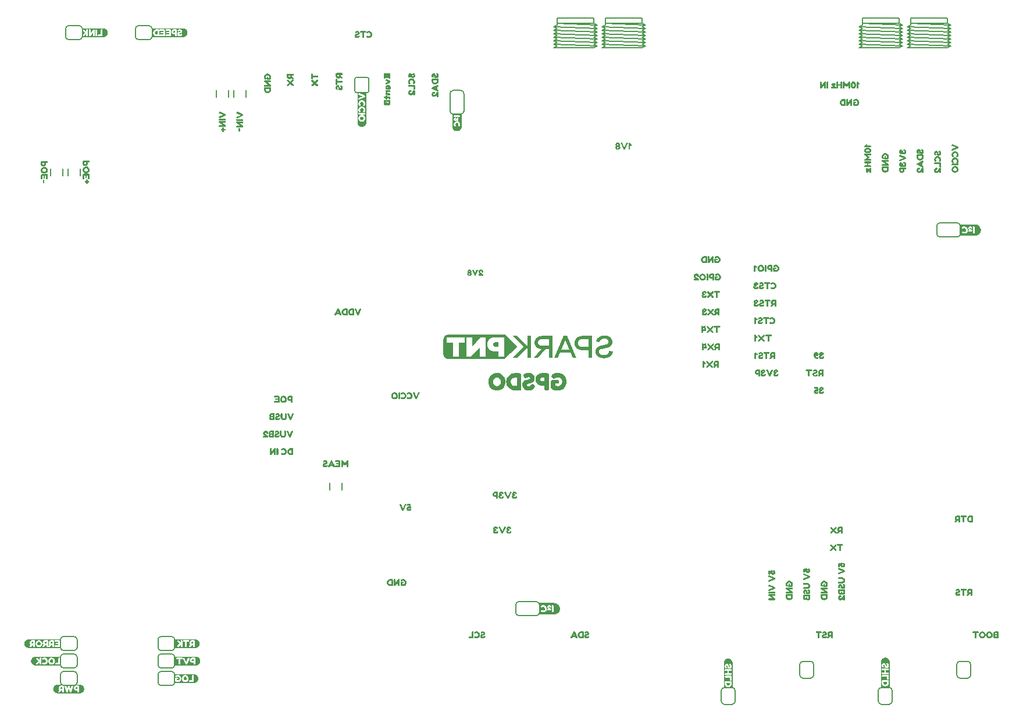
<source format=gbo>
%TF.GenerationSoftware,KiCad,Pcbnew,8.0.5*%
%TF.CreationDate,2024-11-08T12:55:20+00:00*%
%TF.ProjectId,SparkPNT_GPSDO_panelized,53706172-6b50-44e5-945f-475053444f5f,rev?*%
%TF.SameCoordinates,Original*%
%TF.FileFunction,Legend,Bot*%
%TF.FilePolarity,Positive*%
%FSLAX46Y46*%
G04 Gerber Fmt 4.6, Leading zero omitted, Abs format (unit mm)*
G04 Created by KiCad (PCBNEW 8.0.5) date 2024-11-08 12:55:20*
%MOMM*%
%LPD*%
G01*
G04 APERTURE LIST*
%ADD10C,0.150000*%
%ADD11C,0.000000*%
%ADD12C,0.152400*%
%ADD13C,0.203200*%
G04 APERTURE END LIST*
D10*
X93345000Y98171000D02*
X92837000Y98425000D01*
X130810000Y98171000D02*
X130302000Y98425000D01*
X80010000Y96901000D02*
X80518000Y97155000D01*
X124968000Y100203000D02*
X124968000Y100457000D01*
X85852000Y97917000D02*
X86360000Y98171000D01*
X131953000Y98171000D02*
X131445000Y97917000D01*
X93345000Y100203000D02*
X92837000Y99949000D01*
X80010000Y98425000D02*
X80518000Y98679000D01*
X80518000Y99187000D02*
X80010000Y99441000D01*
X86995000Y97917000D02*
X87503000Y98171000D01*
X137795000Y98171000D02*
X137287000Y97917000D01*
X137287000Y99441000D02*
X137795000Y99187000D01*
X92837000Y100457000D02*
X93345000Y100203000D01*
X131445000Y99949000D02*
X131953000Y99695000D01*
X80518000Y98679000D02*
X80010000Y98933000D01*
X85852000Y98933000D02*
X86360000Y99187000D01*
X131953000Y100457000D02*
X137287000Y100457000D01*
X137287000Y96901000D02*
X131953000Y96901000D01*
X92837000Y97409000D02*
X93345000Y97663000D01*
X131953000Y97155000D02*
X131445000Y96901000D01*
X80010000Y97409000D02*
X80518000Y97663000D01*
X85852000Y101219000D02*
X85852000Y100457000D01*
X124968000Y98171000D02*
X124460000Y98425000D01*
X124460000Y97409000D02*
X130810000Y97155000D01*
X130302000Y101219000D02*
X130302000Y100457000D01*
X92837000Y96901000D02*
X93345000Y97155000D01*
X124460000Y98933000D02*
X124968000Y99187000D01*
X87503000Y97155000D02*
X86995000Y97409000D01*
X124968000Y96901000D02*
X130302000Y96901000D01*
X124968000Y99695000D02*
X124460000Y99949000D01*
X137287000Y99949000D02*
X137795000Y100203000D01*
X131953000Y99187000D02*
X131445000Y98933000D01*
X124460000Y97409000D02*
X124968000Y97663000D01*
X86360000Y99187000D02*
X85852000Y99441000D01*
X130302000Y97409000D02*
X130810000Y97663000D01*
X124968000Y101219000D02*
X130302000Y101219000D01*
X124968000Y99187000D02*
X124460000Y99441000D01*
X87503000Y100457000D02*
X87503000Y101219000D01*
X93345000Y99187000D02*
X92837000Y99441000D01*
X124460000Y99441000D02*
X124968000Y99695000D01*
X80518000Y99695000D02*
X80010000Y99949000D01*
X87503000Y96901000D02*
X86995000Y96901000D01*
X124460000Y98425000D02*
X130810000Y98171000D01*
X86995000Y98933000D02*
X87503000Y99187000D01*
X137795000Y97663000D02*
X131445000Y97917000D01*
X80010000Y99441000D02*
X86360000Y99187000D01*
X137795000Y99187000D02*
X137287000Y98933000D01*
X124968000Y97155000D02*
X124460000Y97409000D01*
X87503000Y98679000D02*
X86995000Y98933000D01*
X124460000Y99441000D02*
X130810000Y99187000D01*
X80010000Y97917000D02*
X86360000Y97663000D01*
X80010000Y98933000D02*
X86360000Y98679000D01*
X124460000Y99949000D02*
X130810000Y99695000D01*
X80010000Y99949000D02*
X80518000Y100203000D01*
X137795000Y99695000D02*
X137287000Y99441000D01*
X131445000Y97917000D02*
X131953000Y97663000D01*
X137795000Y97663000D02*
X137287000Y97409000D01*
X80010000Y99949000D02*
X86360000Y99695000D01*
X80010000Y99441000D02*
X80518000Y99695000D01*
X86995000Y99441000D02*
X93345000Y99187000D01*
X87503000Y100457000D02*
X93345000Y100203000D01*
X80518000Y100457000D02*
X80518000Y101219000D01*
X93345000Y97663000D02*
X92837000Y97917000D01*
X80518000Y96901000D02*
X85852000Y96901000D01*
X80518000Y96901000D02*
X80010000Y96901000D01*
X87503000Y101219000D02*
X92837000Y101219000D01*
X85852000Y99441000D02*
X86360000Y99695000D01*
X86995000Y99949000D02*
X93345000Y99695000D01*
X86995000Y97409000D02*
X87503000Y97663000D01*
X92837000Y100457000D02*
X87503000Y100457000D01*
X124460000Y97917000D02*
X130810000Y97663000D01*
X124460000Y97917000D02*
X124968000Y98171000D01*
X137287000Y98425000D02*
X137795000Y98171000D01*
X80010000Y97409000D02*
X86360000Y97155000D01*
X137795000Y99187000D02*
X131445000Y99441000D01*
X130810000Y100203000D02*
X130302000Y99949000D01*
X130810000Y97155000D02*
X130302000Y97409000D01*
X80010000Y98425000D02*
X86360000Y98171000D01*
X80518000Y101219000D02*
X85852000Y101219000D01*
X137287000Y101219000D02*
X131953000Y101219000D01*
X124968000Y100457000D02*
X124968000Y101219000D01*
X86995000Y97409000D02*
X93345000Y97155000D01*
X124460000Y98933000D02*
X130810000Y98679000D01*
X137795000Y98679000D02*
X137287000Y98425000D01*
X137795000Y100203000D02*
X137287000Y100457000D01*
X85852000Y100457000D02*
X80518000Y100457000D01*
X86995000Y97917000D02*
X93345000Y97663000D01*
X137287000Y98933000D02*
X137795000Y98679000D01*
X87503000Y96901000D02*
X92837000Y96901000D01*
X86995000Y99441000D02*
X87503000Y99695000D01*
X131445000Y98425000D02*
X131953000Y98171000D01*
X86995000Y98933000D02*
X93345000Y98679000D01*
X85852000Y99949000D02*
X86360000Y99695000D01*
X87503000Y98171000D02*
X86995000Y98425000D01*
X131953000Y98679000D02*
X131445000Y98425000D01*
X131953000Y101219000D02*
X131953000Y100457000D01*
X130302000Y100457000D02*
X130810000Y100203000D01*
X131445000Y96901000D02*
X131953000Y96901000D01*
X137795000Y98171000D02*
X131445000Y98425000D01*
X131953000Y99695000D02*
X131445000Y99441000D01*
X130302000Y97917000D02*
X130810000Y98171000D01*
X130302000Y98933000D02*
X130810000Y99187000D01*
X86360000Y98171000D02*
X85852000Y98425000D01*
X92837000Y97917000D02*
X93345000Y98171000D01*
X124968000Y96901000D02*
X124460000Y96901000D01*
X92837000Y98425000D02*
X93345000Y98679000D01*
X80518000Y100203000D02*
X80518000Y100457000D01*
X131445000Y98933000D02*
X131953000Y98679000D01*
X86995000Y96901000D02*
X87503000Y97155000D01*
X85852000Y98425000D02*
X86360000Y98679000D01*
X137795000Y97155000D02*
X137287000Y96901000D01*
X92837000Y98933000D02*
X93345000Y99187000D01*
X124460000Y98425000D02*
X124968000Y98679000D01*
X85852000Y97409000D02*
X86360000Y97663000D01*
X93345000Y97155000D02*
X92837000Y97409000D01*
X86995000Y98425000D02*
X93345000Y98171000D01*
X131953000Y100203000D02*
X131445000Y99949000D01*
X130302000Y98425000D02*
X130810000Y98679000D01*
X80010000Y97917000D02*
X80518000Y98171000D01*
X130810000Y98679000D02*
X130302000Y98933000D01*
X137795000Y100203000D02*
X131953000Y100457000D01*
X124968000Y98679000D02*
X124460000Y98933000D01*
X86995000Y98425000D02*
X87503000Y98679000D01*
X92837000Y99949000D02*
X93345000Y99695000D01*
X124968000Y100457000D02*
X130810000Y100203000D01*
X137795000Y98679000D02*
X131445000Y98933000D01*
X130810000Y99187000D02*
X130302000Y99441000D01*
X137795000Y99695000D02*
X137287000Y99949000D01*
X87503000Y97663000D02*
X86995000Y97917000D01*
X93345000Y98679000D02*
X92837000Y98933000D01*
X131953000Y100457000D02*
X131953000Y100203000D01*
X85852000Y100457000D02*
X86360000Y100203000D01*
X131953000Y97663000D02*
X131445000Y97409000D01*
X130810000Y97663000D02*
X130302000Y97917000D01*
X131445000Y97409000D02*
X131953000Y97155000D01*
X124968000Y97663000D02*
X124460000Y97917000D01*
X130302000Y100457000D02*
X124968000Y100457000D01*
X86360000Y100203000D02*
X85852000Y99949000D01*
X87503000Y100203000D02*
X87503000Y100457000D01*
X92837000Y99441000D02*
X93345000Y99695000D01*
X130302000Y99441000D02*
X130810000Y99695000D01*
X137795000Y99695000D02*
X131445000Y99949000D01*
X86360000Y97663000D02*
X85852000Y97917000D01*
X137287000Y100457000D02*
X137287000Y101219000D01*
X137287000Y97409000D02*
X137795000Y97155000D01*
X85852000Y96901000D02*
X86360000Y97155000D01*
X80010000Y98933000D02*
X80518000Y99187000D01*
X80518000Y97663000D02*
X80010000Y97917000D01*
X80518000Y100457000D02*
X86360000Y100203000D01*
X87503000Y99695000D02*
X86995000Y99949000D01*
X80518000Y97155000D02*
X80010000Y97409000D01*
X130302000Y96901000D02*
X130810000Y97155000D01*
X137795000Y97155000D02*
X131445000Y97409000D01*
X86360000Y98679000D02*
X85852000Y98933000D01*
X86995000Y99949000D02*
X87503000Y100203000D01*
X124460000Y99949000D02*
X124968000Y100203000D01*
X92837000Y101219000D02*
X92837000Y100457000D01*
X137287000Y97917000D02*
X137795000Y97663000D01*
X131445000Y99441000D02*
X131953000Y99187000D01*
X87503000Y99187000D02*
X86995000Y99441000D01*
X86360000Y97155000D02*
X85852000Y97409000D01*
X130302000Y99949000D02*
X130810000Y99695000D01*
X124460000Y96901000D02*
X124968000Y97155000D01*
X80518000Y98171000D02*
X80010000Y98425000D01*
D11*
%TO.C,kibuzzard-66A11DB0*%
G36*
X103282732Y58885665D02*
G01*
X103337811Y58792675D01*
X103289886Y58701116D01*
X103032375Y58419285D01*
X103288455Y58137454D01*
X103337811Y58045179D01*
X103281302Y57954335D01*
X103184020Y57903548D01*
X103096753Y57962918D01*
X102856409Y58226152D01*
X102617496Y57962918D01*
X102530229Y57903548D01*
X102432947Y57954335D01*
X102376438Y58045179D01*
X102425794Y58137454D01*
X102681874Y58419285D01*
X102424363Y58701116D01*
X102375722Y58792675D01*
X102431516Y58885665D01*
X102528798Y58936452D01*
X102616066Y58877082D01*
X102856409Y58612418D01*
X103098183Y58877082D01*
X103185451Y58936452D01*
X103282732Y58885665D01*
G37*
G36*
X104108197Y58909986D02*
G01*
X104148255Y58877082D01*
X104161845Y58837740D01*
X104163991Y58789814D01*
X104163991Y58051617D01*
X104161845Y58002260D01*
X104148255Y57962918D01*
X104108197Y57930014D01*
X104033805Y57920000D01*
X103957983Y57930014D01*
X103917926Y57962203D01*
X103904335Y58000830D01*
X103902189Y58050186D01*
X103902189Y58188956D01*
X103769142Y58188956D01*
X103616066Y57981516D01*
X103535951Y57914993D01*
X103434378Y57954335D01*
X103365708Y58038741D01*
X103404335Y58137454D01*
X103507339Y58274793D01*
X103437398Y58352682D01*
X103395433Y58445195D01*
X103381445Y58552332D01*
X103381596Y58553763D01*
X103643247Y58553763D01*
X103676152Y58475079D01*
X103744821Y58449328D01*
X103902189Y58449328D01*
X103902189Y58658197D01*
X103747682Y58658197D01*
X103674006Y58628155D01*
X103643247Y58553763D01*
X103381596Y58553763D01*
X103390386Y58637275D01*
X103417210Y58714707D01*
X103458162Y58780694D01*
X103509485Y58831302D01*
X103567067Y58869213D01*
X103626795Y58897110D01*
X103686702Y58914278D01*
X103744821Y58920000D01*
X104032375Y58920000D01*
X104108197Y58909986D01*
G37*
G36*
X102041674Y58927868D02*
G01*
X102107482Y58910701D01*
X102160415Y58885665D01*
X102202618Y58856338D01*
X102234092Y58825579D01*
X102256981Y58796967D01*
X102271288Y58773362D01*
X102279156Y58757625D01*
X102281302Y58752618D01*
X102302046Y58653906D01*
X102231230Y58575222D01*
X102154613Y58549630D01*
X102094527Y58566320D01*
X102050973Y58625293D01*
X102009485Y58668212D01*
X101947969Y58682518D01*
X101882876Y58664635D01*
X101859270Y58615279D01*
X101880014Y58578798D01*
X101946538Y58569499D01*
X101956552Y58569499D01*
X102002332Y58567353D01*
X102038813Y58555193D01*
X102068856Y58517997D01*
X102078155Y58446466D01*
X102069571Y58383519D01*
X102052403Y58346323D01*
X102020215Y58328441D01*
X101987310Y58322003D01*
X101947969Y58322003D01*
X101865351Y58301259D01*
X101837811Y58239027D01*
X101871431Y58179657D01*
X101960844Y58157482D01*
X102011631Y58165351D01*
X102045966Y58182518D01*
X102067425Y58203977D01*
X102078155Y58221144D01*
X102081016Y58229013D01*
X102122504Y58296252D01*
X102201187Y58311989D01*
X102308484Y58289456D01*
X102344249Y58221860D01*
X102331532Y58140394D01*
X102293383Y58065764D01*
X102229800Y57997969D01*
X102149208Y57944320D01*
X102060033Y57912132D01*
X101962275Y57901402D01*
X101857124Y57912132D01*
X101764850Y57944320D01*
X101685451Y57997969D01*
X101624649Y58067989D01*
X101588169Y58149296D01*
X101576009Y58241888D01*
X101585665Y58310558D01*
X101614635Y58367783D01*
X101694750Y58445036D01*
X101620715Y58516209D01*
X101596037Y58621001D01*
X101607085Y58697778D01*
X101640227Y58769785D01*
X101695465Y58837024D01*
X101769301Y58891070D01*
X101858237Y58923497D01*
X101962275Y58934306D01*
X102041674Y58927868D01*
G37*
%TO.C,kibuzzard-65A7F548*%
G36*
X73777971Y32245201D02*
G01*
X73839437Y32202834D01*
X73859926Y32156301D01*
X73839090Y32089626D01*
X73455709Y31311751D01*
X73409175Y31262439D01*
X73343195Y31243687D01*
X73329304Y31243687D01*
X73264712Y31262439D01*
X73218179Y31311751D01*
X72834798Y32089626D01*
X72813962Y32156301D01*
X72834450Y32202834D01*
X72895916Y32245201D01*
X72977871Y32268815D01*
X73038990Y32231310D01*
X73058437Y32189638D01*
X73336249Y31581229D01*
X73351355Y31613351D01*
X73385561Y31687492D01*
X73430705Y31785595D01*
X73478628Y31889601D01*
X73526377Y31993607D01*
X73571001Y32091709D01*
X73605901Y32168108D01*
X73624480Y32207002D01*
X73647399Y32243812D01*
X73671013Y32263259D01*
X73707823Y32268815D01*
X73777971Y32245201D01*
G37*
G36*
X71840923Y32251104D02*
G01*
X71877734Y32222976D01*
X71890930Y32186166D01*
X71893013Y32138243D01*
X71893013Y31367313D01*
X71884679Y31295082D01*
X71847869Y31256536D01*
X71770776Y31243687D01*
X71699239Y31253063D01*
X71662429Y31281191D01*
X71649233Y31318002D01*
X71647149Y31365924D01*
X71647149Y31522888D01*
X71473516Y31522888D01*
X71392025Y31532766D01*
X71312385Y31562399D01*
X71234598Y31611788D01*
X71182855Y31662315D01*
X71141530Y31727775D01*
X71114444Y31805042D01*
X71105415Y31890990D01*
X71349890Y31890990D01*
X71390173Y31799312D01*
X71472127Y31768752D01*
X71647149Y31768752D01*
X71647149Y32014616D01*
X71473516Y32014616D01*
X71390173Y31983363D01*
X71349890Y31890990D01*
X71105415Y31890990D01*
X71114444Y31977112D01*
X71141530Y32054899D01*
X71182855Y32120880D01*
X71234598Y32171580D01*
X71312231Y32220969D01*
X71391407Y32250603D01*
X71472127Y32260480D01*
X71769387Y32260480D01*
X71840923Y32251104D01*
G37*
G36*
X72442561Y32270898D02*
G01*
X72504895Y32256313D01*
X72596573Y32213252D01*
X72654220Y32158384D01*
X72684779Y32114629D01*
X72716727Y32020173D01*
X72699364Y31970514D01*
X72647274Y31927105D01*
X72570876Y31902102D01*
X72518091Y31919466D01*
X72479198Y31971555D01*
X72470863Y31988224D01*
X72434748Y32021562D01*
X72356266Y32038230D01*
X72279173Y32011838D01*
X72251391Y31956276D01*
X72277784Y31915646D01*
X72356960Y31902102D01*
X72429191Y31895157D01*
X72467738Y31857305D01*
X72480587Y31779865D01*
X72471211Y31708675D01*
X72443082Y31672907D01*
X72406966Y31659016D01*
X72343764Y31656238D01*
X72263198Y31627762D01*
X72229166Y31561782D01*
X72263893Y31494413D01*
X72308343Y31472014D01*
X72372240Y31464548D01*
X72430580Y31472882D01*
X72506979Y31539557D01*
X72548651Y31611788D01*
X72622271Y31625679D01*
X72724367Y31605538D01*
X72758399Y31545113D01*
X72743120Y31470104D01*
X72740341Y31456213D01*
X72725062Y31420098D01*
X72690682Y31364882D01*
X72651441Y31321474D01*
X72571184Y31267455D01*
X72478580Y31235044D01*
X72373629Y31224240D01*
X72267906Y31234966D01*
X72174839Y31267146D01*
X72094427Y31320780D01*
X72032691Y31390927D01*
X71995650Y31472651D01*
X71983302Y31565949D01*
X71994762Y31636791D01*
X72029141Y31699299D01*
X72072897Y31744444D01*
X72113874Y31774309D01*
X72113874Y31784032D01*
X72053682Y31827633D01*
X72017566Y31886205D01*
X72005527Y31959748D01*
X72016486Y32038076D01*
X72049360Y32111002D01*
X72104151Y32178526D01*
X72177925Y32232545D01*
X72267751Y32264956D01*
X72373629Y32275760D01*
X72442561Y32270898D01*
G37*
G36*
X74374747Y32270898D02*
G01*
X74437081Y32256313D01*
X74528759Y32213252D01*
X74586405Y32158384D01*
X74616965Y32114629D01*
X74648913Y32020173D01*
X74631550Y31970514D01*
X74579460Y31927105D01*
X74503062Y31902102D01*
X74450277Y31919466D01*
X74411384Y31971555D01*
X74403049Y31988224D01*
X74366934Y32021562D01*
X74288452Y32038230D01*
X74211359Y32011838D01*
X74183577Y31956276D01*
X74209970Y31915646D01*
X74289146Y31902102D01*
X74361377Y31895157D01*
X74399924Y31857305D01*
X74412773Y31779865D01*
X74403396Y31708675D01*
X74375268Y31672907D01*
X74339152Y31659016D01*
X74275950Y31656238D01*
X74195384Y31627762D01*
X74161352Y31561782D01*
X74196079Y31494413D01*
X74240529Y31472014D01*
X74304426Y31464548D01*
X74362766Y31472882D01*
X74439165Y31539557D01*
X74480837Y31611788D01*
X74554457Y31625679D01*
X74656553Y31605538D01*
X74690585Y31545113D01*
X74675305Y31470104D01*
X74672527Y31456213D01*
X74657248Y31420098D01*
X74622868Y31364882D01*
X74583627Y31321474D01*
X74503370Y31267455D01*
X74410766Y31235044D01*
X74305815Y31224240D01*
X74200092Y31234966D01*
X74107025Y31267146D01*
X74026613Y31320780D01*
X73964877Y31390927D01*
X73927836Y31472651D01*
X73915488Y31565949D01*
X73926948Y31636791D01*
X73961327Y31699299D01*
X74005083Y31744444D01*
X74046060Y31774309D01*
X74046060Y31784032D01*
X73985867Y31827633D01*
X73949752Y31886205D01*
X73937713Y31959748D01*
X73948671Y32038076D01*
X73981546Y32111002D01*
X74036337Y32178526D01*
X74110111Y32232545D01*
X74199937Y32264956D01*
X74305815Y32275760D01*
X74374747Y32270898D01*
G37*
%TO.C,kibuzzard-65A7F5CF*%
G36*
X103195735Y56359921D02*
G01*
X103249909Y56274494D01*
X103201291Y56186983D01*
X102922090Y55880000D01*
X103201291Y55573017D01*
X103249909Y55484117D01*
X103195041Y55400079D01*
X103104752Y55350767D01*
X103019324Y55406330D01*
X102755402Y55709145D01*
X102491480Y55406330D01*
X102406053Y55350767D01*
X102315764Y55399384D01*
X102262285Y55484117D01*
X102309513Y55573017D01*
X102588715Y55880000D01*
X102309513Y56186983D01*
X102262285Y56274494D01*
X102316459Y56360616D01*
X102406053Y56409233D01*
X102491480Y56353670D01*
X102755402Y56050855D01*
X103019324Y56353670D01*
X103104752Y56409233D01*
X103195735Y56359921D01*
G37*
G36*
X104234754Y56371728D02*
G01*
X104258368Y56341863D01*
X104265313Y56284217D01*
X104258368Y56225877D01*
X104230587Y56193234D01*
X104165301Y56182816D01*
X103898601Y56182816D01*
X103898601Y55485506D01*
X103896517Y55437584D01*
X103884016Y55401468D01*
X103847900Y55372992D01*
X103779141Y55364658D01*
X103709688Y55372992D01*
X103672878Y55401468D01*
X103660377Y55436889D01*
X103658293Y55484117D01*
X103658293Y56182816D01*
X103392982Y56182816D01*
X103322140Y56195317D01*
X103298526Y56225182D01*
X103291580Y56282828D01*
X103298526Y56341169D01*
X103326307Y56373812D01*
X103391593Y56384230D01*
X104163912Y56384230D01*
X104234754Y56371728D01*
G37*
G36*
X102061566Y56373117D02*
G01*
X102086569Y56341169D01*
X102101154Y56292552D01*
X102216446Y55827216D01*
X102220613Y55771653D01*
X102213668Y55711923D01*
X102175816Y55672335D01*
X102098376Y55659139D01*
X101721940Y55659139D01*
X101721940Y55489673D01*
X101713605Y55417442D01*
X101695548Y55389661D01*
X101659432Y55372992D01*
X101595535Y55366047D01*
X101528166Y55374381D01*
X101487883Y55408413D01*
X101474687Y55488284D01*
X101474687Y56260603D01*
X101476770Y56309220D01*
X101489966Y56346030D01*
X101527471Y56375201D01*
X101597619Y56384230D01*
X101668461Y56376590D01*
X101706660Y56349503D01*
X101719856Y56314777D01*
X101721940Y56267548D01*
X101721940Y55888334D01*
X101948357Y55888334D01*
X101863624Y56227266D01*
X101862235Y56231433D01*
X101852512Y56289773D01*
X101876820Y56343252D01*
X101949746Y56378673D01*
X102013643Y56388397D01*
X102061566Y56373117D01*
G37*
%TO.C,kibuzzard-672DF8D1*%
G36*
X116523119Y20371823D02*
G01*
X117268469Y20032767D01*
X117322117Y19984126D01*
X117340000Y19904011D01*
X117320687Y19830335D01*
X117268469Y19780979D01*
X116523119Y19441923D01*
X116424406Y19425471D01*
X116355737Y19507731D01*
X116334993Y19613597D01*
X116415823Y19680835D01*
X116972332Y19906873D01*
X116415823Y20132910D01*
X116334278Y20198718D01*
X116355737Y20306014D01*
X116423691Y20386129D01*
X116523119Y20371823D01*
G37*
G36*
X116957310Y19002724D02*
G01*
X117042432Y18981265D01*
X117123619Y18946393D01*
X117198369Y18899004D01*
X117262926Y18837309D01*
X117313534Y18759519D01*
X117346259Y18669033D01*
X117357167Y18569247D01*
X117346438Y18469283D01*
X117314249Y18378260D01*
X117264356Y18299755D01*
X117200515Y18237345D01*
X117126302Y18189240D01*
X117045293Y18153654D01*
X116960172Y18131658D01*
X116873619Y18124326D01*
X116471617Y18124326D01*
X116422260Y18126472D01*
X116382203Y18140063D01*
X116348584Y18180120D01*
X116338569Y18254512D01*
X116348584Y18328904D01*
X116379342Y18368961D01*
X116416538Y18383268D01*
X116463033Y18386129D01*
X116869328Y18386129D01*
X116960887Y18398289D01*
X117032418Y18434770D01*
X117078555Y18491637D01*
X117093934Y18564956D01*
X117084456Y18626114D01*
X117056023Y18675113D01*
X116971617Y18732338D01*
X116870758Y18746644D01*
X116471617Y18746644D01*
X116420830Y18749505D01*
X116380773Y18763811D01*
X116348584Y18803153D01*
X116338569Y18878260D01*
X116348584Y18954083D01*
X116381488Y18994140D01*
X116420830Y19007731D01*
X116470186Y19009877D01*
X116870758Y19009877D01*
X116957310Y19002724D01*
G37*
G36*
X117259886Y21071393D02*
G01*
X117285637Y21041351D01*
X117334993Y20944069D01*
X117353770Y20872538D01*
X117360029Y20795285D01*
X117348663Y20702295D01*
X117314567Y20619796D01*
X117257740Y20547788D01*
X117184222Y20492153D01*
X117100054Y20458772D01*
X117005236Y20447645D01*
X116920114Y20459090D01*
X116842146Y20493425D01*
X116771330Y20550649D01*
X116715298Y20622975D01*
X116681679Y20702613D01*
X116670472Y20789562D01*
X116670472Y20796715D01*
X116673333Y20821036D01*
X116597511Y20811021D01*
X116597511Y20590707D01*
X116595365Y20544927D01*
X116582489Y20507731D01*
X116544578Y20476973D01*
X116473047Y20467674D01*
X116395079Y20477688D01*
X116355021Y20509877D01*
X116341431Y20548504D01*
X116338569Y20597860D01*
X116337139Y20925471D01*
X116350014Y20993425D01*
X116387926Y21033482D01*
X116427268Y21049934D01*
X116467325Y21057087D01*
X116873619Y21110020D01*
X116915107Y21092137D01*
X116958026Y21028475D01*
X116986638Y20935485D01*
X116952303Y20855371D01*
X116932275Y20799577D01*
X116955880Y20736629D01*
X117015250Y20710878D01*
X117075336Y20735199D01*
X117096795Y20803868D01*
X117073906Y20886844D01*
X117026695Y20984126D01*
X117075336Y21072824D01*
X117172618Y21125757D01*
X117259886Y21071393D01*
G37*
G36*
X117340000Y16785270D02*
G01*
X117329509Y16702533D01*
X117298035Y16627903D01*
X117245579Y16561379D01*
X117178023Y16509162D01*
X117101246Y16477450D01*
X117015250Y16466243D01*
X116905451Y16485199D01*
X116804950Y16542066D01*
X116728412Y16506658D01*
X116644721Y16494856D01*
X116565481Y16504711D01*
X116493712Y16534277D01*
X116429413Y16583554D01*
X116378945Y16646978D01*
X116348663Y16718985D01*
X116338569Y16799577D01*
X116338569Y17004155D01*
X116600372Y17004155D01*
X116600372Y16831050D01*
X116611817Y16771680D01*
X116656166Y16756658D01*
X116700515Y16766672D01*
X116710529Y16801007D01*
X116710529Y16818175D01*
X116734134Y16905442D01*
X116816395Y16931193D01*
X116901516Y16906873D01*
X116926552Y16825328D01*
X116926552Y16806730D01*
X116940143Y16746644D01*
X116999514Y16728046D01*
X117044578Y16735914D01*
X117068898Y16757373D01*
X117076767Y16779548D01*
X117078197Y16799577D01*
X117078197Y17004155D01*
X116600372Y17004155D01*
X116338569Y17004155D01*
X116338569Y17134340D01*
X116348584Y17210163D01*
X116381488Y17250220D01*
X116420830Y17263811D01*
X116468755Y17265957D01*
X117206953Y17265957D01*
X117257024Y17263811D01*
X117297082Y17250220D01*
X117329986Y17210163D01*
X117340000Y17135771D01*
X117340000Y17004155D01*
X117340000Y16785270D01*
G37*
G36*
X117199800Y18027044D02*
G01*
X117209814Y18018461D01*
X117229843Y18002724D01*
X117254878Y17977688D01*
X117282775Y17943353D01*
X117309957Y17899004D01*
X117333562Y17843926D01*
X117349299Y17776687D01*
X117355737Y17696572D01*
X117345007Y17601436D01*
X117308526Y17503439D01*
X117244864Y17415456D01*
X117148298Y17353225D01*
X117086423Y17334984D01*
X117018112Y17328904D01*
X116911173Y17342316D01*
X116833562Y17382552D01*
X116779199Y17445320D01*
X116742003Y17526329D01*
X116719828Y17617888D01*
X116701946Y17705156D01*
X116676910Y17761665D01*
X116630415Y17786701D01*
X116586781Y17763811D01*
X116568898Y17710878D01*
X116573906Y17663668D01*
X116584635Y17635771D01*
X116601087Y17615742D01*
X116614678Y17599290D01*
X116641144Y17503439D01*
X116571760Y17419033D01*
X116483777Y17384698D01*
X116410100Y17436200D01*
X116362413Y17510433D01*
X116333801Y17601516D01*
X116324263Y17709448D01*
X116333880Y17801166D01*
X116362731Y17881757D01*
X116410815Y17951222D01*
X116473524Y18004472D01*
X116546247Y18036423D01*
X116628984Y18047073D01*
X116721974Y18035628D01*
X116799227Y18001293D01*
X116860744Y17944069D01*
X116906524Y17863954D01*
X116926016Y17809770D01*
X116944435Y17741637D01*
X116978054Y17629333D01*
X117022403Y17592137D01*
X117088927Y17617888D01*
X117109671Y17702295D01*
X117096080Y17758804D01*
X117043863Y17816744D01*
X116991725Y17881281D01*
X116982187Y17943274D01*
X117015250Y18002724D01*
X117106810Y18062810D01*
X117199800Y18027044D01*
G37*
D12*
%TO.C,JP13*%
X8940800Y98501200D02*
X8940800Y99618800D01*
X9398000Y100076000D02*
X10922000Y100076000D01*
X10922000Y98044000D02*
X9398000Y98044000D01*
X11379200Y98501200D02*
X11379200Y99618800D01*
X8940800Y99618800D02*
G75*
G02*
X9398000Y100076000I457201J-1D01*
G01*
X9398000Y98044000D02*
G75*
G02*
X8940800Y98501200I1J457201D01*
G01*
X10922000Y100076000D02*
G75*
G02*
X11379200Y99618800I0J-457200D01*
G01*
X11379200Y98501200D02*
G75*
G02*
X10922000Y98044000I-457200J0D01*
G01*
D11*
%TO.C,kibuzzard-66A36AE8*%
G36*
X128508197Y4440507D02*
G01*
X128490851Y4350021D01*
X128438813Y4273125D01*
X128362096Y4220550D01*
X128270715Y4203025D01*
X128179156Y4220550D01*
X128101903Y4273125D01*
X128049328Y4350378D01*
X128031803Y4441938D01*
X128031803Y4556387D01*
X128508197Y4556387D01*
X128508197Y4440507D01*
G37*
G36*
X128904955Y6431923D02*
G01*
X128904955Y5470550D01*
X128904955Y4688003D01*
X128904955Y3941222D01*
X128904955Y3822004D01*
X127635045Y3822004D01*
X127635045Y3941222D01*
X127635045Y4686573D01*
X127770000Y4686573D01*
X127770000Y4440507D01*
X127779120Y4341794D01*
X127806481Y4250235D01*
X127852082Y4165829D01*
X127915923Y4088576D01*
X127992461Y4024108D01*
X128076152Y3978061D01*
X128166996Y3950432D01*
X128264993Y3941222D01*
X128365628Y3950432D01*
X128458662Y3978061D01*
X128544097Y4024108D01*
X128621931Y4088576D01*
X128686711Y4166097D01*
X128732983Y4251308D01*
X128760746Y4344209D01*
X128770000Y4444799D01*
X128770000Y4688003D01*
X128759986Y4760249D01*
X128729227Y4799591D01*
X128689170Y4814613D01*
X128638383Y4818189D01*
X127898755Y4818189D01*
X127850830Y4816043D01*
X127811488Y4802453D01*
X127779299Y4762395D01*
X127770000Y4686573D01*
X127635045Y4686573D01*
X127635045Y5469119D01*
X127770000Y5469119D01*
X127780014Y5394727D01*
X127812918Y5354670D01*
X127852260Y5341079D01*
X127901617Y5338933D01*
X128548255Y5338933D01*
X128548255Y4989863D01*
X128550401Y4949091D01*
X128561845Y4916186D01*
X128595465Y4888289D01*
X128659843Y4879706D01*
X128722790Y4888289D01*
X128757124Y4916186D01*
X128769285Y4950521D01*
X128771431Y4991294D01*
X128771431Y5470550D01*
X128761416Y5544942D01*
X128728512Y5584999D01*
X128689170Y5598590D01*
X128639814Y5600736D01*
X127900186Y5600736D01*
X127852260Y5598590D01*
X127812918Y5584999D01*
X127780014Y5544942D01*
X127770000Y5469119D01*
X127635045Y5469119D01*
X127635045Y6430493D01*
X127770000Y6430493D01*
X127780014Y6356101D01*
X127812918Y6316043D01*
X127852260Y6302453D01*
X127901617Y6300307D01*
X128159127Y6300307D01*
X128159127Y5974126D01*
X127900186Y5974126D01*
X127852260Y5971980D01*
X127812918Y5958390D01*
X127780014Y5918332D01*
X127770000Y5842510D01*
X127780014Y5768118D01*
X127812918Y5728061D01*
X127852260Y5714470D01*
X127901617Y5712324D01*
X128639814Y5712324D01*
X128689170Y5714470D01*
X128727797Y5728061D01*
X128759986Y5768118D01*
X128770000Y5843940D01*
X128759986Y5918332D01*
X128727082Y5958390D01*
X128687740Y5971980D01*
X128638383Y5974126D01*
X128382303Y5974126D01*
X128382303Y6300307D01*
X128639814Y6300307D01*
X128689170Y6302453D01*
X128727797Y6316043D01*
X128759986Y6356101D01*
X128770000Y6431923D01*
X128759986Y6506315D01*
X128727082Y6546372D01*
X128687740Y6559963D01*
X128638383Y6562109D01*
X127900186Y6562109D01*
X127852260Y6559963D01*
X127812918Y6546372D01*
X127780014Y6506315D01*
X127770000Y6430493D01*
X127635045Y6430493D01*
X127635045Y7002739D01*
X127754263Y7002739D01*
X127763801Y6894807D01*
X127792413Y6803724D01*
X127840100Y6729491D01*
X127913777Y6677989D01*
X128001760Y6712324D01*
X128071144Y6796730D01*
X128044678Y6892581D01*
X128031087Y6909033D01*
X128014635Y6929062D01*
X128003906Y6956959D01*
X127998898Y7004169D01*
X128016781Y7057102D01*
X128060415Y7079992D01*
X128106910Y7054956D01*
X128131946Y6998447D01*
X128149828Y6911179D01*
X128172003Y6819620D01*
X128209199Y6738611D01*
X128263562Y6675843D01*
X128341173Y6635607D01*
X128448112Y6622195D01*
X128516423Y6628275D01*
X128578298Y6646515D01*
X128674864Y6708747D01*
X128738526Y6796730D01*
X128775007Y6894727D01*
X128785737Y6989863D01*
X128779299Y7069978D01*
X128763562Y7137216D01*
X128739957Y7192295D01*
X128712775Y7236644D01*
X128684878Y7270979D01*
X128659843Y7296015D01*
X128639814Y7311752D01*
X128629800Y7320335D01*
X128536810Y7356101D01*
X128445250Y7296015D01*
X128412187Y7236565D01*
X128421725Y7174571D01*
X128473863Y7110035D01*
X128526080Y7052095D01*
X128539671Y6995586D01*
X128518927Y6911179D01*
X128452403Y6885428D01*
X128408054Y6922624D01*
X128374435Y7034928D01*
X128356016Y7103061D01*
X128336524Y7157245D01*
X128290744Y7237360D01*
X128229227Y7294584D01*
X128151974Y7328919D01*
X128058984Y7340364D01*
X127976247Y7329714D01*
X127903524Y7297763D01*
X127840815Y7244513D01*
X127792731Y7175048D01*
X127763880Y7094457D01*
X127754263Y7002739D01*
X127635045Y7002739D01*
X127635045Y7361823D01*
X127635045Y7481041D01*
X127638103Y7543277D01*
X127647246Y7604915D01*
X127662386Y7665359D01*
X127683378Y7724028D01*
X127710020Y7780357D01*
X127742054Y7833803D01*
X127779173Y7883852D01*
X127821019Y7930022D01*
X127867189Y7971868D01*
X127917238Y8008987D01*
X127970684Y8041021D01*
X128027013Y8067663D01*
X128085682Y8088655D01*
X128146126Y8103795D01*
X128207764Y8112938D01*
X128270000Y8115996D01*
X128332236Y8112938D01*
X128393874Y8103795D01*
X128454318Y8088655D01*
X128512987Y8067663D01*
X128569316Y8041021D01*
X128622762Y8008987D01*
X128672811Y7971868D01*
X128718981Y7930022D01*
X128760827Y7883852D01*
X128797946Y7833803D01*
X128829980Y7780357D01*
X128856622Y7724028D01*
X128877614Y7665359D01*
X128892754Y7604915D01*
X128901897Y7543277D01*
X128904955Y7481041D01*
X128904955Y7361823D01*
X128904955Y6989863D01*
X128904955Y6431923D01*
G37*
%TO.C,kibuzzard-66A11E07*%
G36*
X109432841Y57625680D02*
G01*
X109455731Y57607082D01*
X109637419Y57443991D01*
X109681053Y57395351D01*
X109697505Y57349571D01*
X109653156Y57255150D01*
X109568034Y57205079D01*
X109480052Y57246567D01*
X109465745Y57259442D01*
X109465745Y56775894D01*
X109437133Y56674320D01*
X109336990Y56645708D01*
X109235416Y56674320D01*
X109206804Y56774464D01*
X109206804Y57518383D01*
X109235416Y57620672D01*
X109335559Y57650000D01*
X109432841Y57625680D01*
G37*
G36*
X111307662Y57649285D02*
G01*
X111340567Y57637840D01*
X111368464Y57604936D01*
X111377047Y57542704D01*
X111368464Y57478326D01*
X111341282Y57444707D01*
X111309093Y57433262D01*
X111268320Y57431116D01*
X111069465Y57431116D01*
X111069465Y56777325D01*
X111067319Y56729399D01*
X111054443Y56690773D01*
X111015817Y56658584D01*
X110942140Y56648569D01*
X110867748Y56658584D01*
X110827691Y56690057D01*
X110814100Y56727969D01*
X110811954Y56775894D01*
X110811954Y57431116D01*
X110614529Y57431116D01*
X110573757Y57433262D01*
X110540853Y57444707D01*
X110512956Y57478326D01*
X110504372Y57541273D01*
X110512956Y57604220D01*
X110540137Y57637840D01*
X110572326Y57649285D01*
X110613099Y57651431D01*
X111266890Y57651431D01*
X111307662Y57649285D01*
G37*
G36*
X110199810Y57656120D02*
G01*
X110280401Y57627269D01*
X110349866Y57579185D01*
X110403116Y57516476D01*
X110435067Y57443753D01*
X110445717Y57361016D01*
X110434272Y57268026D01*
X110399937Y57190773D01*
X110342712Y57129256D01*
X110262598Y57083476D01*
X110208413Y57063984D01*
X110140280Y57045565D01*
X110027977Y57011946D01*
X109990781Y56967597D01*
X110016532Y56901073D01*
X110100938Y56880329D01*
X110157448Y56893920D01*
X110215388Y56946137D01*
X110279924Y56998275D01*
X110341918Y57007813D01*
X110401368Y56974750D01*
X110461454Y56883190D01*
X110425688Y56790200D01*
X110417104Y56780186D01*
X110401368Y56760157D01*
X110376332Y56735122D01*
X110341997Y56707225D01*
X110297648Y56680043D01*
X110242569Y56656438D01*
X110175330Y56640701D01*
X110095216Y56634263D01*
X110000080Y56644993D01*
X109902083Y56681474D01*
X109814100Y56745136D01*
X109751868Y56841702D01*
X109733628Y56903577D01*
X109727548Y56971888D01*
X109740960Y57078827D01*
X109781196Y57156438D01*
X109843964Y57210801D01*
X109924973Y57247997D01*
X110016532Y57270172D01*
X110103800Y57288054D01*
X110160309Y57313090D01*
X110185345Y57359585D01*
X110162455Y57403219D01*
X110109522Y57421102D01*
X110062312Y57416094D01*
X110034415Y57405365D01*
X110014386Y57388913D01*
X109997934Y57375322D01*
X109902083Y57348856D01*
X109817677Y57418240D01*
X109783342Y57506223D01*
X109834844Y57579900D01*
X109909077Y57627587D01*
X110000160Y57656199D01*
X110108092Y57665737D01*
X110199810Y57656120D01*
G37*
G36*
X111822147Y57655722D02*
G01*
X111888492Y57642847D01*
X111957162Y57620136D01*
X112027262Y57586338D01*
X112094322Y57542704D01*
X112153871Y57490486D01*
X112204658Y57426288D01*
X112245431Y57346710D01*
X112272255Y57255150D01*
X112281196Y57155007D01*
X112272076Y57050930D01*
X112244715Y56956152D01*
X112203406Y56874070D01*
X112152441Y56808083D01*
X112092891Y56754435D01*
X112025831Y56709371D01*
X111956089Y56674499D01*
X111888492Y56651431D01*
X111823936Y56638555D01*
X111763313Y56634263D01*
X111670800Y56643165D01*
X111582102Y56669870D01*
X111497219Y56714378D01*
X111438564Y56758011D01*
X111418535Y56810229D01*
X111450009Y56893205D01*
X111501511Y56954363D01*
X111550152Y56974750D01*
X111621682Y56946137D01*
X111693571Y56910730D01*
X111769036Y56898927D01*
X111877763Y56921817D01*
X111929443Y56953827D01*
X111975760Y57004077D01*
X112008485Y57069707D01*
X112019393Y57147854D01*
X112013313Y57208655D01*
X111995073Y57262303D01*
X111931411Y57340272D01*
X111850581Y57382475D01*
X111769036Y57396781D01*
X111734701Y57395351D01*
X111706089Y57390343D01*
X111683199Y57384621D01*
X111663886Y57377468D01*
X111650295Y57369599D01*
X111638134Y57361731D01*
X111628835Y57355293D01*
X111551582Y57322389D01*
X111502226Y57341702D01*
X111448578Y57399642D01*
X111417104Y57479757D01*
X111430695Y57522675D01*
X111457162Y57552718D01*
X111495788Y57579900D01*
X111586076Y57624408D01*
X111673820Y57651113D01*
X111759021Y57660014D01*
X111822147Y57655722D01*
G37*
%TO.C,kibuzzard-66A11F21*%
G36*
X58457196Y30456263D02*
G01*
X58537310Y30388309D01*
X58523004Y30288881D01*
X58183948Y29543531D01*
X58135308Y29489883D01*
X58055193Y29472000D01*
X57981516Y29491313D01*
X57932160Y29543531D01*
X57593104Y30288881D01*
X57576652Y30387594D01*
X57658913Y30456263D01*
X57764778Y30477007D01*
X57832017Y30396177D01*
X58058054Y29839668D01*
X58284092Y30396177D01*
X58349900Y30477722D01*
X58457196Y30456263D01*
G37*
G36*
X59144607Y30461986D02*
G01*
X59184664Y30424074D01*
X59201116Y30384732D01*
X59208269Y30344675D01*
X59261202Y29938381D01*
X59243319Y29896893D01*
X59179657Y29853974D01*
X59086667Y29825362D01*
X59006552Y29859697D01*
X58950758Y29879725D01*
X58887811Y29856120D01*
X58862060Y29796750D01*
X58886381Y29736664D01*
X58955050Y29715205D01*
X59038026Y29738094D01*
X59135308Y29785305D01*
X59224006Y29736664D01*
X59276938Y29639382D01*
X59222575Y29552114D01*
X59192532Y29526363D01*
X59095250Y29477007D01*
X59023720Y29458230D01*
X58946466Y29451971D01*
X58853476Y29463337D01*
X58770978Y29497433D01*
X58698970Y29554260D01*
X58643335Y29627778D01*
X58609954Y29711946D01*
X58598827Y29806764D01*
X58610272Y29891886D01*
X58644607Y29969854D01*
X58701831Y30040670D01*
X58774157Y30096702D01*
X58853794Y30130321D01*
X58940744Y30141528D01*
X58947897Y30141528D01*
X58972217Y30138667D01*
X58962203Y30214489D01*
X58741888Y30214489D01*
X58696109Y30216635D01*
X58658913Y30229511D01*
X58628155Y30267422D01*
X58618856Y30338953D01*
X58628870Y30416921D01*
X58661059Y30456979D01*
X58699685Y30470569D01*
X58749041Y30473431D01*
X59076652Y30474861D01*
X59144607Y30461986D01*
G37*
%TO.C,kibuzzard-66A11ED7*%
G36*
X128690601Y80542579D02*
G01*
X128729943Y80528989D01*
X128762132Y80490362D01*
X128772146Y80416685D01*
X128762132Y80340863D01*
X128729943Y80300805D01*
X128691316Y80287215D01*
X128641960Y80285069D01*
X128244249Y80285069D01*
X128733519Y79914539D01*
X128764278Y79872336D01*
X128772146Y79798660D01*
X128762132Y79722837D01*
X128729943Y79682780D01*
X128691316Y79669189D01*
X128641960Y79667043D01*
X127903763Y79667043D01*
X127854406Y79669189D01*
X127815064Y79682780D01*
X127782160Y79722837D01*
X127772146Y79797229D01*
X127782160Y79871621D01*
X127812918Y79911678D01*
X127850830Y79925984D01*
X127898040Y79928845D01*
X128308627Y79928845D01*
X127827940Y80286499D01*
X127798612Y80312250D01*
X127780730Y80348731D01*
X127772146Y80413824D01*
X127781445Y80488931D01*
X127812203Y80528273D01*
X127850114Y80542579D01*
X127898040Y80545441D01*
X128640529Y80545441D01*
X128690601Y80542579D01*
G37*
G36*
X128770715Y79213538D02*
G01*
X128761461Y79112948D01*
X128733698Y79020047D01*
X128687427Y78934836D01*
X128622647Y78857315D01*
X128544812Y78792848D01*
X128459378Y78746800D01*
X128366343Y78719171D01*
X128265708Y78709961D01*
X128167711Y78719171D01*
X128076867Y78746800D01*
X127993176Y78792848D01*
X127916638Y78857315D01*
X127852797Y78934568D01*
X127807196Y79018974D01*
X127779835Y79110534D01*
X127770715Y79209246D01*
X127770715Y79325126D01*
X128032518Y79325126D01*
X128032518Y79210677D01*
X128050043Y79119117D01*
X128102618Y79041864D01*
X128179871Y78989289D01*
X128271431Y78971764D01*
X128362811Y78989289D01*
X128439528Y79041864D01*
X128491567Y79118760D01*
X128508913Y79209246D01*
X128508913Y79325126D01*
X128032518Y79325126D01*
X127770715Y79325126D01*
X127770715Y79455312D01*
X127780014Y79531134D01*
X127812203Y79571192D01*
X127851545Y79584783D01*
X127899471Y79586928D01*
X128639099Y79586928D01*
X128689886Y79583352D01*
X128729943Y79568330D01*
X128760701Y79528989D01*
X128770715Y79456742D01*
X128770715Y79325126D01*
X128770715Y79213538D01*
G37*
G36*
X128362006Y81554740D02*
G01*
X128459199Y81526843D01*
X128548702Y81480348D01*
X128630515Y81415255D01*
X128698737Y81337286D01*
X128747468Y81252165D01*
X128776706Y81159890D01*
X128786452Y81060462D01*
X128780253Y80950782D01*
X128761655Y80856361D01*
X128730658Y80777200D01*
X128697575Y80724625D01*
X128658412Y80684210D01*
X128576152Y80649876D01*
X128282876Y80649876D01*
X128247110Y80650591D01*
X128215637Y80657029D01*
X128187024Y80674196D01*
X128168426Y80707815D01*
X128158412Y80762894D01*
X128158412Y81013252D01*
X128160558Y81051878D01*
X128172003Y81083352D01*
X128205622Y81109818D01*
X128268569Y81117687D01*
X128332947Y81110534D01*
X128366567Y81086213D01*
X128378011Y81056170D01*
X128380157Y81017544D01*
X128380157Y80911678D01*
X128503190Y80911678D01*
X128517139Y80972479D01*
X128521788Y81054740D01*
X128502117Y81147372D01*
X128443104Y81227844D01*
X128357983Y81283638D01*
X128259986Y81302236D01*
X128165029Y81284353D01*
X128086166Y81230705D01*
X128033054Y81151664D01*
X128015351Y81057601D01*
X128025365Y80969260D01*
X128055408Y80895941D01*
X128088312Y80818688D01*
X128069356Y80765755D01*
X128012489Y80712823D01*
X127932375Y80679918D01*
X127890887Y80693509D01*
X127860844Y80719976D01*
X127832232Y80760033D01*
X127799149Y80821371D01*
X127774292Y80896657D01*
X127758734Y80976235D01*
X127753548Y81050448D01*
X127762802Y81152513D01*
X127790565Y81246979D01*
X127836837Y81333844D01*
X127901617Y81413109D01*
X127979362Y81479141D01*
X128064528Y81526306D01*
X128157116Y81554606D01*
X128257124Y81564039D01*
X128362006Y81554740D01*
G37*
%TO.C,kibuzzard-66A12197*%
G36*
X83042461Y11913548D02*
G01*
X83092532Y11858469D01*
X83451617Y11114549D01*
X83470215Y11013691D01*
X83390100Y10944306D01*
X83285665Y10923562D01*
X83214134Y11002961D01*
X83148326Y11140300D01*
X83041030Y11140300D01*
X82796395Y11140300D01*
X82730587Y11004392D01*
X82660486Y10922132D01*
X82554621Y10942876D01*
X82475222Y11012976D01*
X82494535Y11114549D01*
X82614921Y11363476D01*
X82906552Y11363476D01*
X83041030Y11363476D01*
X82973791Y11502246D01*
X82906552Y11363476D01*
X82614921Y11363476D01*
X82853619Y11857039D01*
X82902618Y11914979D01*
X82972361Y11934292D01*
X83042461Y11913548D01*
G37*
G36*
X84322861Y11924993D02*
G01*
X84362918Y11892804D01*
X84376509Y11853462D01*
X84378655Y11805536D01*
X84378655Y11065908D01*
X84375079Y11015122D01*
X84360057Y10975064D01*
X84320715Y10944306D01*
X84248469Y10934292D01*
X84116853Y10934292D01*
X84005265Y10934292D01*
X83904675Y10943546D01*
X83811774Y10971309D01*
X83726563Y11017580D01*
X83649041Y11082361D01*
X83584574Y11160195D01*
X83538526Y11245629D01*
X83510898Y11338664D01*
X83502212Y11433577D01*
X83763491Y11433577D01*
X83781016Y11342196D01*
X83833591Y11265479D01*
X83910486Y11213441D01*
X84000973Y11196094D01*
X84116853Y11196094D01*
X84116853Y11672489D01*
X84002403Y11672489D01*
X83910844Y11654964D01*
X83833591Y11602389D01*
X83781016Y11525136D01*
X83763491Y11433577D01*
X83502212Y11433577D01*
X83501688Y11439299D01*
X83510898Y11537296D01*
X83538526Y11628140D01*
X83584574Y11711831D01*
X83649041Y11788369D01*
X83726295Y11852210D01*
X83810701Y11897811D01*
X83902260Y11925172D01*
X84000973Y11934292D01*
X84247039Y11934292D01*
X84322861Y11924993D01*
G37*
G36*
X84911003Y11940412D02*
G01*
X84991594Y11911561D01*
X85061059Y11863476D01*
X85114309Y11800768D01*
X85146260Y11728045D01*
X85156910Y11645308D01*
X85145465Y11552318D01*
X85111130Y11475064D01*
X85053906Y11413548D01*
X84973791Y11367768D01*
X84919607Y11348276D01*
X84851474Y11329857D01*
X84739170Y11296237D01*
X84701974Y11251888D01*
X84727725Y11185365D01*
X84812132Y11164621D01*
X84868641Y11178212D01*
X84926581Y11230429D01*
X84991117Y11282567D01*
X85053111Y11292105D01*
X85112561Y11259041D01*
X85172647Y11167482D01*
X85136881Y11074492D01*
X85128298Y11064478D01*
X85112561Y11044449D01*
X85087525Y11019413D01*
X85053190Y10991516D01*
X85008841Y10964335D01*
X84953763Y10940730D01*
X84886524Y10924993D01*
X84806409Y10918555D01*
X84711273Y10929285D01*
X84613276Y10965765D01*
X84525293Y11029428D01*
X84463062Y11125994D01*
X84444821Y11187868D01*
X84438741Y11256180D01*
X84452153Y11363119D01*
X84492389Y11440730D01*
X84555157Y11495093D01*
X84636166Y11532289D01*
X84727725Y11554464D01*
X84814993Y11572346D01*
X84871502Y11597382D01*
X84896538Y11643877D01*
X84873648Y11687511D01*
X84820715Y11705393D01*
X84773505Y11700386D01*
X84745608Y11689657D01*
X84725579Y11673205D01*
X84709127Y11659614D01*
X84613276Y11633147D01*
X84528870Y11702532D01*
X84494535Y11790515D01*
X84546037Y11864192D01*
X84620270Y11911879D01*
X84711353Y11940491D01*
X84819285Y11950029D01*
X84911003Y11940412D01*
G37*
%TO.C,kibuzzard-66A120AA*%
G36*
X27551021Y7640029D02*
G01*
X27396514Y7640029D01*
X27325699Y7665780D01*
X27292079Y7744464D01*
X27322837Y7818856D01*
X27397945Y7848898D01*
X27551021Y7848898D01*
X27551021Y7640029D01*
G37*
G36*
X27993787Y8246914D02*
G01*
X28054938Y8237843D01*
X28114905Y8222822D01*
X28173112Y8201996D01*
X28228996Y8175564D01*
X28282021Y8143782D01*
X28331676Y8106956D01*
X28377481Y8065440D01*
X28418997Y8019634D01*
X28455823Y7969980D01*
X28487605Y7916955D01*
X28514037Y7861070D01*
X28534863Y7802864D01*
X28549884Y7742897D01*
X28558955Y7681746D01*
X28561989Y7620000D01*
X28558955Y7558254D01*
X28549884Y7497103D01*
X28534863Y7437136D01*
X28514037Y7378930D01*
X28487605Y7323045D01*
X28455823Y7270020D01*
X28418997Y7220366D01*
X28377481Y7174560D01*
X28331676Y7133044D01*
X28282021Y7096218D01*
X28228996Y7064436D01*
X28173112Y7038004D01*
X28114905Y7017178D01*
X28054938Y7002157D01*
X27993787Y6993086D01*
X27932041Y6990052D01*
X27812823Y6990052D01*
X27682637Y6990052D01*
X26488073Y6990052D01*
X25513825Y6990052D01*
X25076056Y6990052D01*
X24778011Y6990052D01*
X24778011Y8001974D01*
X25076056Y8001974D01*
X25084640Y7939027D01*
X25112537Y7905408D01*
X25145441Y7893963D01*
X25186214Y7891817D01*
X25383639Y7891817D01*
X25383639Y7236595D01*
X25385784Y7188670D01*
X25399375Y7150758D01*
X25439433Y7119285D01*
X25513825Y7109270D01*
X25587501Y7119285D01*
X25626128Y7151474D01*
X25639003Y7190100D01*
X25641149Y7238026D01*
X25641149Y7891817D01*
X25840005Y7891817D01*
X25880777Y7893963D01*
X25912966Y7905408D01*
X25940148Y7939027D01*
X25948732Y8003405D01*
X25945575Y8026295D01*
X26009533Y8026295D01*
X26025985Y7927582D01*
X26365041Y7182232D01*
X26414397Y7130014D01*
X26488073Y7110701D01*
X26568188Y7128584D01*
X26616829Y7182232D01*
X26871935Y7743033D01*
X27031707Y7743033D01*
X27040649Y7658448D01*
X27067473Y7582089D01*
X27108424Y7517175D01*
X27159747Y7466924D01*
X27217687Y7429013D01*
X27278488Y7401116D01*
X27339468Y7383948D01*
X27397945Y7378226D01*
X27551021Y7378226D01*
X27551021Y7240887D01*
X27553166Y7191531D01*
X27566757Y7152904D01*
X27606815Y7120715D01*
X27682637Y7110701D01*
X27757029Y7120715D01*
X27797086Y7153619D01*
X27810677Y7192961D01*
X27812823Y7242318D01*
X27812823Y7980515D01*
X27810677Y8028441D01*
X27797086Y8067783D01*
X27757029Y8100687D01*
X27681206Y8110701D01*
X27396514Y8110701D01*
X27338217Y8104979D01*
X27277773Y8087811D01*
X27217687Y8059914D01*
X27160463Y8022003D01*
X27109497Y7971395D01*
X27068188Y7905408D01*
X27040827Y7827976D01*
X27031707Y7743033D01*
X26871935Y7743033D01*
X26955885Y7927582D01*
X26970191Y8027010D01*
X26890076Y8094964D01*
X26782780Y8116423D01*
X26716972Y8034878D01*
X26490935Y7478369D01*
X26264897Y8034878D01*
X26197659Y8115708D01*
X26091793Y8094964D01*
X26009533Y8026295D01*
X25945575Y8026295D01*
X25940148Y8065637D01*
X25912251Y8098541D01*
X25879347Y8109986D01*
X25838574Y8112132D01*
X25184783Y8112132D01*
X25144010Y8109986D01*
X25111822Y8098541D01*
X25084640Y8064921D01*
X25076056Y8001974D01*
X24778011Y8001974D01*
X24778011Y8249948D01*
X25076056Y8249948D01*
X27812823Y8249948D01*
X27932041Y8249948D01*
X27993787Y8246914D01*
G37*
%TO.C,kibuzzard-672DF8E6*%
G36*
X119800601Y18312579D02*
G01*
X119839943Y18298989D01*
X119872132Y18260362D01*
X119882146Y18186685D01*
X119872132Y18110863D01*
X119839943Y18070805D01*
X119801316Y18057215D01*
X119751960Y18055069D01*
X119354249Y18055069D01*
X119843519Y17684539D01*
X119874278Y17642336D01*
X119882146Y17568660D01*
X119872132Y17492837D01*
X119839943Y17452780D01*
X119801316Y17439189D01*
X119751960Y17437043D01*
X119013763Y17437043D01*
X118964406Y17439189D01*
X118925064Y17452780D01*
X118892160Y17492837D01*
X118882146Y17567229D01*
X118892160Y17641621D01*
X118922918Y17681678D01*
X118960830Y17695984D01*
X119008040Y17698845D01*
X119418627Y17698845D01*
X118937940Y18056499D01*
X118908612Y18082250D01*
X118890730Y18118731D01*
X118882146Y18183824D01*
X118891445Y18258931D01*
X118922203Y18298273D01*
X118960114Y18312579D01*
X119008040Y18315441D01*
X119750529Y18315441D01*
X119800601Y18312579D01*
G37*
G36*
X119880715Y16983538D02*
G01*
X119871461Y16882948D01*
X119843698Y16790047D01*
X119797427Y16704836D01*
X119732647Y16627315D01*
X119654812Y16562848D01*
X119569378Y16516800D01*
X119476343Y16489171D01*
X119375708Y16479961D01*
X119277711Y16489171D01*
X119186867Y16516800D01*
X119103176Y16562848D01*
X119026638Y16627315D01*
X118962797Y16704568D01*
X118917196Y16788974D01*
X118889835Y16880534D01*
X118880715Y16979246D01*
X118880715Y17095126D01*
X119142518Y17095126D01*
X119142518Y16980677D01*
X119160043Y16889117D01*
X119212618Y16811864D01*
X119289871Y16759289D01*
X119381431Y16741764D01*
X119472811Y16759289D01*
X119549528Y16811864D01*
X119601567Y16888760D01*
X119618913Y16979246D01*
X119618913Y17095126D01*
X119142518Y17095126D01*
X118880715Y17095126D01*
X118880715Y17225312D01*
X118890014Y17301134D01*
X118922203Y17341192D01*
X118961545Y17354783D01*
X119009471Y17356928D01*
X119749099Y17356928D01*
X119799886Y17353352D01*
X119839943Y17338330D01*
X119870701Y17298989D01*
X119880715Y17226742D01*
X119880715Y17095126D01*
X119880715Y16983538D01*
G37*
G36*
X119472006Y19324740D02*
G01*
X119569199Y19296843D01*
X119658702Y19250348D01*
X119740515Y19185255D01*
X119808737Y19107286D01*
X119857468Y19022165D01*
X119886706Y18929890D01*
X119896452Y18830462D01*
X119890253Y18720782D01*
X119871655Y18626361D01*
X119840658Y18547200D01*
X119807575Y18494625D01*
X119768412Y18454210D01*
X119686152Y18419876D01*
X119392876Y18419876D01*
X119357110Y18420591D01*
X119325637Y18427029D01*
X119297024Y18444196D01*
X119278426Y18477815D01*
X119268412Y18532894D01*
X119268412Y18783252D01*
X119270558Y18821878D01*
X119282003Y18853352D01*
X119315622Y18879818D01*
X119378569Y18887687D01*
X119442947Y18880534D01*
X119476567Y18856213D01*
X119488011Y18826170D01*
X119490157Y18787544D01*
X119490157Y18681678D01*
X119613190Y18681678D01*
X119627139Y18742479D01*
X119631788Y18824740D01*
X119612117Y18917372D01*
X119553104Y18997844D01*
X119467983Y19053638D01*
X119369986Y19072236D01*
X119275029Y19054353D01*
X119196166Y19000705D01*
X119143054Y18921664D01*
X119125351Y18827601D01*
X119135365Y18739260D01*
X119165408Y18665941D01*
X119198312Y18588688D01*
X119179356Y18535755D01*
X119122489Y18482823D01*
X119042375Y18449918D01*
X119000887Y18463509D01*
X118970844Y18489976D01*
X118942232Y18530033D01*
X118909149Y18591371D01*
X118884292Y18666657D01*
X118868734Y18746235D01*
X118863548Y18820448D01*
X118872802Y18922513D01*
X118900565Y19016979D01*
X118946837Y19103844D01*
X119011617Y19183109D01*
X119089362Y19249141D01*
X119174528Y19296306D01*
X119267116Y19324606D01*
X119367124Y19334039D01*
X119472006Y19324740D01*
G37*
D13*
%TO.C,JP6*%
X47371000Y33528000D02*
X47371000Y32512000D01*
X49149000Y33528000D02*
X49149000Y32512000D01*
D12*
%TO.C,JP17*%
X8191500Y7061200D02*
X8191500Y8178800D01*
X8648700Y8636000D02*
X10172700Y8636000D01*
X10172700Y6604000D02*
X8648700Y6604000D01*
X10629900Y7061200D02*
X10629900Y8178800D01*
X8191500Y8178800D02*
G75*
G02*
X8648700Y8636000I457201J-1D01*
G01*
X8648700Y6604000D02*
G75*
G02*
X8191500Y7061200I1J457201D01*
G01*
X10172700Y8636000D02*
G75*
G02*
X10629900Y8178800I0J-457200D01*
G01*
X10629900Y7061200D02*
G75*
G02*
X10172700Y6604000I-457200J0D01*
G01*
D11*
%TO.C,kibuzzard-66A21191*%
G36*
X14502873Y99694745D02*
G01*
X14564787Y99685560D01*
X14625504Y99670352D01*
X14684437Y99649265D01*
X14741020Y99622503D01*
X14794707Y99590325D01*
X14844982Y99553038D01*
X14891360Y99511004D01*
X14933394Y99464626D01*
X14970680Y99414352D01*
X15002859Y99360664D01*
X15029621Y99304082D01*
X15050708Y99245148D01*
X15065916Y99184432D01*
X15075100Y99122517D01*
X15078172Y99060000D01*
X15075100Y98997483D01*
X15065916Y98935568D01*
X15050708Y98874852D01*
X15029621Y98815918D01*
X15002859Y98759336D01*
X14970680Y98705648D01*
X14933394Y98655374D01*
X14891360Y98608996D01*
X14844982Y98566962D01*
X14794707Y98529675D01*
X14741020Y98497497D01*
X14684437Y98470735D01*
X14625504Y98449648D01*
X14564787Y98434440D01*
X14502873Y98425255D01*
X14440356Y98422184D01*
X14321138Y98422184D01*
X14190952Y98422184D01*
X13408405Y98422184D01*
X13067919Y98422184D01*
X11624428Y98422184D01*
X11457046Y98422184D01*
X11337828Y98422184D01*
X11337828Y98682318D01*
X11460623Y98682318D01*
X11522855Y98591474D01*
X11624428Y98545694D01*
X11708835Y98607210D01*
X11959192Y98891903D01*
X11959192Y98690186D01*
X11961338Y98640830D01*
X11974929Y98602203D01*
X12014986Y98570014D01*
X12090809Y98560000D01*
X12165201Y98570014D01*
X12205258Y98602918D01*
X12218849Y98642260D01*
X12220995Y98691617D01*
X12220995Y99428383D01*
X12318277Y99428383D01*
X12318277Y98690186D01*
X12320423Y98640830D01*
X12334013Y98602203D01*
X12374071Y98570014D01*
X12449893Y98560000D01*
X12523570Y98567868D01*
X12565773Y98598627D01*
X12936302Y99087897D01*
X12936302Y98690186D01*
X12938448Y98640830D01*
X12952039Y98602203D01*
X12992096Y98570014D01*
X13067919Y98560000D01*
X13141596Y98570014D01*
X13180222Y98602203D01*
X13193813Y98641545D01*
X13196674Y98691617D01*
X13196674Y99429814D01*
X13276789Y99429814D01*
X13276789Y98690186D01*
X13278935Y98640830D01*
X13292526Y98602203D01*
X13332583Y98570014D01*
X13408405Y98560000D01*
X13482797Y98570014D01*
X13522855Y98602918D01*
X13536445Y98642260D01*
X13537720Y98671588D01*
X13600108Y98671588D01*
X13608691Y98608641D01*
X13636588Y98574306D01*
X13670923Y98562146D01*
X13711696Y98560000D01*
X14190952Y98560000D01*
X14265344Y98570014D01*
X14305401Y98602918D01*
X14318992Y98642260D01*
X14321138Y98691617D01*
X14321138Y99431245D01*
X14318992Y99479170D01*
X14305401Y99518512D01*
X14265344Y99551416D01*
X14189521Y99561431D01*
X14115129Y99551416D01*
X14075072Y99518512D01*
X14061481Y99479170D01*
X14059335Y99429814D01*
X14059335Y98783176D01*
X13710265Y98783176D01*
X13669493Y98781030D01*
X13636588Y98769585D01*
X13608691Y98735966D01*
X13600108Y98671588D01*
X13537720Y98671588D01*
X13538591Y98691617D01*
X13538591Y99431245D01*
X13536445Y99479170D01*
X13522855Y99518512D01*
X13482797Y99551416D01*
X13406975Y99561431D01*
X13332583Y99551416D01*
X13292526Y99518512D01*
X13278935Y99479170D01*
X13276789Y99429814D01*
X13196674Y99429814D01*
X13196674Y99434106D01*
X13193813Y99482031D01*
X13179507Y99519943D01*
X13140165Y99550701D01*
X13065058Y99560000D01*
X12999965Y99551416D01*
X12963484Y99533534D01*
X12937733Y99504206D01*
X12580079Y99023519D01*
X12580079Y99434106D01*
X12577218Y99481316D01*
X12562912Y99519227D01*
X12522855Y99549986D01*
X12448463Y99560000D01*
X12374071Y99549986D01*
X12334013Y99517082D01*
X12320423Y99477740D01*
X12318277Y99428383D01*
X12220995Y99428383D01*
X12220995Y99431245D01*
X12218849Y99479170D01*
X12205258Y99518512D01*
X12165201Y99551416D01*
X12089378Y99561431D01*
X12014986Y99551416D01*
X11974929Y99518512D01*
X11961338Y99479170D01*
X11959192Y99429814D01*
X11959192Y99232389D01*
X11710265Y99517082D01*
X11620852Y99575021D01*
X11524285Y99529957D01*
X11479936Y99480959D01*
X11464199Y99436967D01*
X11511410Y99345408D01*
X11791810Y99059285D01*
X11509979Y98777454D01*
X11460623Y98682318D01*
X11337828Y98682318D01*
X11337828Y99697816D01*
X11457046Y99697816D01*
X14321138Y99697816D01*
X14440356Y99697816D01*
X14502873Y99694745D01*
G37*
%TO.C,kibuzzard-66A12184*%
G36*
X68271768Y11919986D02*
G01*
X68311825Y11887082D01*
X68325416Y11847740D01*
X68327562Y11799814D01*
X68327562Y11060186D01*
X68325416Y11010830D01*
X68311825Y10971488D01*
X68271768Y10938584D01*
X68197376Y10928569D01*
X67718120Y10928569D01*
X67677348Y10930715D01*
X67643013Y10942876D01*
X67615116Y10977210D01*
X67606532Y11040157D01*
X67615116Y11104535D01*
X67643013Y11138155D01*
X67675917Y11149599D01*
X67716690Y11151745D01*
X68065760Y11151745D01*
X68065760Y11798383D01*
X68067906Y11847740D01*
X68081496Y11887082D01*
X68121554Y11919986D01*
X68195946Y11930000D01*
X68271768Y11919986D01*
G37*
G36*
X68822734Y11935722D02*
G01*
X68889079Y11922847D01*
X68957748Y11900136D01*
X69027848Y11866338D01*
X69094908Y11822704D01*
X69154458Y11770486D01*
X69205245Y11706288D01*
X69246017Y11626710D01*
X69272841Y11535150D01*
X69281783Y11435007D01*
X69272662Y11330930D01*
X69245302Y11236152D01*
X69203993Y11154070D01*
X69153027Y11088083D01*
X69093478Y11034435D01*
X69026418Y10989371D01*
X68956675Y10954499D01*
X68889079Y10931431D01*
X68824522Y10918555D01*
X68763900Y10914263D01*
X68671387Y10923165D01*
X68582689Y10949870D01*
X68497805Y10994378D01*
X68439150Y11038011D01*
X68419122Y11090229D01*
X68450595Y11173205D01*
X68502097Y11234363D01*
X68550738Y11254750D01*
X68622269Y11226137D01*
X68694157Y11190730D01*
X68769622Y11178927D01*
X68878349Y11201817D01*
X68930030Y11233827D01*
X68976346Y11284077D01*
X69009072Y11349707D01*
X69019980Y11427854D01*
X69013900Y11488655D01*
X68995660Y11542303D01*
X68931997Y11620272D01*
X68851167Y11662475D01*
X68769622Y11676781D01*
X68735288Y11675351D01*
X68706675Y11670343D01*
X68683785Y11664621D01*
X68664472Y11657468D01*
X68650881Y11649599D01*
X68638721Y11641731D01*
X68629422Y11635293D01*
X68552169Y11602389D01*
X68502813Y11621702D01*
X68449165Y11679642D01*
X68417691Y11759757D01*
X68431282Y11802675D01*
X68457748Y11832718D01*
X68496375Y11859900D01*
X68586663Y11904408D01*
X68674407Y11931113D01*
X68759608Y11940014D01*
X68822734Y11935722D01*
G37*
G36*
X69794102Y11936120D02*
G01*
X69874693Y11907269D01*
X69944157Y11859185D01*
X69997408Y11796476D01*
X70029358Y11723753D01*
X70040009Y11641016D01*
X70028564Y11548026D01*
X69994229Y11470773D01*
X69937004Y11409256D01*
X69856890Y11363476D01*
X69802705Y11343984D01*
X69734572Y11325565D01*
X69622269Y11291946D01*
X69585073Y11247597D01*
X69610824Y11181073D01*
X69695230Y11160329D01*
X69751740Y11173920D01*
X69809680Y11226137D01*
X69874216Y11278275D01*
X69936210Y11287813D01*
X69995660Y11254750D01*
X70055745Y11163190D01*
X70019980Y11070200D01*
X70011396Y11060186D01*
X69995660Y11040157D01*
X69970624Y11015122D01*
X69936289Y10987225D01*
X69891940Y10960043D01*
X69836861Y10936438D01*
X69769622Y10920701D01*
X69689508Y10914263D01*
X69594372Y10924993D01*
X69496375Y10961474D01*
X69408392Y11025136D01*
X69346160Y11121702D01*
X69327920Y11183577D01*
X69321840Y11251888D01*
X69335252Y11358827D01*
X69375488Y11436438D01*
X69438256Y11490801D01*
X69519265Y11527997D01*
X69610824Y11550172D01*
X69698092Y11568054D01*
X69754601Y11593090D01*
X69779637Y11639585D01*
X69756747Y11683219D01*
X69703814Y11701102D01*
X69656604Y11696094D01*
X69628707Y11685365D01*
X69608678Y11668913D01*
X69592226Y11655322D01*
X69496375Y11628856D01*
X69411969Y11698240D01*
X69377634Y11786223D01*
X69429136Y11859900D01*
X69503369Y11907587D01*
X69594451Y11936199D01*
X69702383Y11945737D01*
X69794102Y11936120D01*
G37*
%TO.C,kibuzzard-66A211A5*%
G36*
X24867601Y99089328D02*
G01*
X24713095Y99089328D01*
X24642279Y99115079D01*
X24608660Y99193763D01*
X24639418Y99268155D01*
X24714526Y99298197D01*
X24867601Y99298197D01*
X24867601Y99089328D01*
G37*
G36*
X22301078Y98821803D02*
G01*
X22185198Y98821803D01*
X22094711Y98839149D01*
X22017816Y98891187D01*
X21965241Y98967904D01*
X21947716Y99059285D01*
X21965241Y99150844D01*
X22017816Y99228097D01*
X22095069Y99280672D01*
X22186629Y99298197D01*
X22301078Y99298197D01*
X22301078Y98821803D01*
G37*
G36*
X26120586Y99691897D02*
G01*
X26182224Y99682754D01*
X26242668Y99667614D01*
X26301337Y99646622D01*
X26357666Y99619980D01*
X26411112Y99587946D01*
X26461161Y99550827D01*
X26507331Y99508981D01*
X26549177Y99462811D01*
X26586296Y99412762D01*
X26618330Y99359316D01*
X26644972Y99302987D01*
X26665964Y99244318D01*
X26681104Y99183874D01*
X26690247Y99122236D01*
X26693305Y99060000D01*
X26690247Y98997764D01*
X26681104Y98936126D01*
X26665964Y98875682D01*
X26644972Y98817013D01*
X26618330Y98760684D01*
X26586296Y98707238D01*
X26549177Y98657189D01*
X26507331Y98611019D01*
X26461161Y98569173D01*
X26411112Y98532054D01*
X26357666Y98500020D01*
X26301337Y98473378D01*
X26242668Y98452386D01*
X26182224Y98437246D01*
X26120586Y98428103D01*
X26058350Y98425045D01*
X25939132Y98425045D01*
X25567172Y98425045D01*
X24999218Y98425045D01*
X24143710Y98425045D01*
X23281049Y98425045D01*
X22432694Y98425045D01*
X21685913Y98425045D01*
X21566695Y98425045D01*
X21566695Y99065007D01*
X21685913Y99065007D01*
X21695123Y98964372D01*
X21722752Y98871338D01*
X21768799Y98785903D01*
X21833267Y98708069D01*
X21910788Y98643289D01*
X21995999Y98597017D01*
X22088900Y98569254D01*
X22189490Y98560000D01*
X22432694Y98560000D01*
X22504940Y98570014D01*
X22544282Y98600773D01*
X22559304Y98640830D01*
X22562880Y98691617D01*
X22562880Y99428383D01*
X22622966Y99428383D01*
X22632980Y99353991D01*
X22665885Y99313934D01*
X22705227Y99300343D01*
X22754583Y99298197D01*
X23149433Y99298197D01*
X23149433Y99170873D01*
X22884769Y99170873D01*
X22838274Y99168727D01*
X22803939Y99157282D01*
X22776757Y99122947D01*
X22768889Y99057854D01*
X22776757Y98994192D01*
X22804654Y98961288D01*
X22840420Y98949843D01*
X22887630Y98947697D01*
X23149433Y98947697D01*
X23149433Y98820372D01*
X22753152Y98820372D01*
X22703796Y98818226D01*
X22665169Y98804635D01*
X22632980Y98764578D01*
X22622966Y98688755D01*
X22632980Y98614363D01*
X22665885Y98574306D01*
X22705227Y98560715D01*
X22754583Y98558569D01*
X23281049Y98558569D01*
X23355441Y98568584D01*
X23395498Y98601488D01*
X23409089Y98640830D01*
X23411235Y98690186D01*
X23411235Y99428383D01*
X23485627Y99428383D01*
X23495641Y99353991D01*
X23528546Y99313934D01*
X23567887Y99300343D01*
X23617244Y99298197D01*
X24012093Y99298197D01*
X24012093Y99170873D01*
X23747430Y99170873D01*
X23700935Y99168727D01*
X23666600Y99157282D01*
X23639418Y99122947D01*
X23631550Y99057854D01*
X23639418Y98994192D01*
X23667315Y98961288D01*
X23703081Y98949843D01*
X23750291Y98947697D01*
X24012093Y98947697D01*
X24012093Y98820372D01*
X23615813Y98820372D01*
X23566457Y98818226D01*
X23527830Y98804635D01*
X23495641Y98764578D01*
X23485627Y98688755D01*
X23495641Y98614363D01*
X23528546Y98574306D01*
X23567887Y98560715D01*
X23617244Y98558569D01*
X24143710Y98558569D01*
X24218102Y98568584D01*
X24258159Y98601488D01*
X24271750Y98640830D01*
X24273896Y98690186D01*
X24273896Y99192332D01*
X24348288Y99192332D01*
X24357229Y99107747D01*
X24384053Y99031388D01*
X24425005Y98966474D01*
X24476328Y98916223D01*
X24534268Y98878312D01*
X24595069Y98850415D01*
X24656049Y98833247D01*
X24714526Y98827525D01*
X24867601Y98827525D01*
X24867601Y98690186D01*
X24869747Y98640830D01*
X24883338Y98602203D01*
X24923395Y98570014D01*
X24999218Y98560000D01*
X25073610Y98570014D01*
X25113667Y98602918D01*
X25127258Y98642260D01*
X25129404Y98691617D01*
X25129404Y98881888D01*
X25199504Y98881888D01*
X25205584Y98813577D01*
X25223825Y98751702D01*
X25286056Y98655136D01*
X25374039Y98591474D01*
X25472036Y98554993D01*
X25567172Y98544263D01*
X25647287Y98550701D01*
X25714526Y98566438D01*
X25769604Y98590043D01*
X25813953Y98617225D01*
X25848288Y98645122D01*
X25873324Y98670157D01*
X25889061Y98690186D01*
X25897644Y98700200D01*
X25933410Y98793190D01*
X25873324Y98884750D01*
X25813874Y98917813D01*
X25751880Y98908275D01*
X25687344Y98856137D01*
X25629404Y98803920D01*
X25572895Y98790329D01*
X25488488Y98811073D01*
X25462737Y98877597D01*
X25499933Y98921946D01*
X25612237Y98955565D01*
X25680370Y98973984D01*
X25734554Y98993476D01*
X25814669Y99039256D01*
X25871893Y99100773D01*
X25906228Y99178026D01*
X25917673Y99271016D01*
X25907023Y99353753D01*
X25875072Y99426476D01*
X25821822Y99489185D01*
X25752357Y99537269D01*
X25671766Y99566120D01*
X25580048Y99575737D01*
X25472116Y99566199D01*
X25381033Y99537587D01*
X25306800Y99489900D01*
X25255298Y99416223D01*
X25289633Y99328240D01*
X25374039Y99258856D01*
X25469890Y99285322D01*
X25486342Y99298913D01*
X25506371Y99315365D01*
X25534268Y99326094D01*
X25581478Y99331102D01*
X25634411Y99313219D01*
X25657301Y99269585D01*
X25632265Y99223090D01*
X25575756Y99198054D01*
X25488488Y99180172D01*
X25396929Y99157997D01*
X25315920Y99120801D01*
X25253152Y99066438D01*
X25212916Y98988827D01*
X25199504Y98881888D01*
X25129404Y98881888D01*
X25129404Y99429814D01*
X25127258Y99477740D01*
X25113667Y99517082D01*
X25073610Y99549986D01*
X24997787Y99560000D01*
X24713095Y99560000D01*
X24654797Y99554278D01*
X24594354Y99537110D01*
X24534268Y99509213D01*
X24477043Y99471302D01*
X24426078Y99420694D01*
X24384769Y99354707D01*
X24357408Y99277275D01*
X24348288Y99192332D01*
X24273896Y99192332D01*
X24273896Y99429814D01*
X24244568Y99532103D01*
X24139418Y99560000D01*
X23615813Y99560000D01*
X23566457Y99557854D01*
X23527830Y99544263D01*
X23495641Y99504206D01*
X23485627Y99428383D01*
X23411235Y99428383D01*
X23411235Y99429814D01*
X23381907Y99532103D01*
X23276757Y99560000D01*
X22753152Y99560000D01*
X22703796Y99557854D01*
X22665169Y99544263D01*
X22632980Y99504206D01*
X22622966Y99428383D01*
X22562880Y99428383D01*
X22562880Y99431245D01*
X22560734Y99479170D01*
X22547144Y99518512D01*
X22507086Y99550701D01*
X22431264Y99560000D01*
X22185198Y99560000D01*
X22086485Y99550880D01*
X21994926Y99523519D01*
X21910520Y99477918D01*
X21833267Y99414077D01*
X21768799Y99337539D01*
X21722752Y99253848D01*
X21695123Y99163004D01*
X21685913Y99065007D01*
X21566695Y99065007D01*
X21566695Y99694955D01*
X21685913Y99694955D01*
X25939132Y99694955D01*
X26058350Y99694955D01*
X26120586Y99691897D01*
G37*
D12*
%TO.C,JP1*%
X74472800Y14681200D02*
X74472800Y15798800D01*
X74930000Y16256000D02*
X77470000Y16256000D01*
X77470000Y14224000D02*
X74930000Y14224000D01*
X77927200Y14681200D02*
X77927200Y15798800D01*
X74472800Y15798800D02*
G75*
G02*
X74930000Y16256000I457201J-1D01*
G01*
X74930000Y14224000D02*
G75*
G02*
X74472800Y14681200I1J457201D01*
G01*
X77470000Y16256000D02*
G75*
G02*
X77927200Y15798800I0J-457200D01*
G01*
X77927200Y14681200D02*
G75*
G02*
X77470000Y14224000I-457200J0D01*
G01*
D11*
%TO.C,kibuzzard-66A11EE6*%
G36*
X136309170Y80166003D02*
G01*
X136348512Y80152412D01*
X136381416Y80112355D01*
X136391431Y80037963D01*
X136391431Y79558707D01*
X136389285Y79517934D01*
X136377124Y79483599D01*
X136342790Y79455702D01*
X136279843Y79447119D01*
X136215465Y79455702D01*
X136181845Y79483599D01*
X136170401Y79516504D01*
X136168255Y79557276D01*
X136168255Y79906346D01*
X135521617Y79906346D01*
X135472260Y79908492D01*
X135432918Y79922083D01*
X135400014Y79962140D01*
X135390000Y80036532D01*
X135400014Y80112355D01*
X135432918Y80152412D01*
X135472260Y80166003D01*
X135520186Y80168149D01*
X136259814Y80168149D01*
X136309170Y80166003D01*
G37*
G36*
X136354950Y79367004D02*
G01*
X136394292Y79275445D01*
X136394292Y78758993D01*
X136391431Y78709637D01*
X136377124Y78668864D01*
X136337783Y78635960D01*
X136264106Y78625946D01*
X136188283Y78635960D01*
X136148226Y78668149D01*
X136133920Y78706775D01*
X136131059Y78756132D01*
X136131059Y78934959D01*
X136080272Y78849122D01*
X136005165Y78761854D01*
X135954378Y78720545D01*
X135893577Y78688177D01*
X135825622Y78667255D01*
X135753376Y78660280D01*
X135653710Y78672361D01*
X135564535Y78708603D01*
X135485851Y78769007D01*
X135424653Y78846737D01*
X135387934Y78934959D01*
X135375694Y79033671D01*
X135388410Y79137311D01*
X135426560Y79226963D01*
X135490143Y79302627D01*
X135569463Y79359851D01*
X135654823Y79394186D01*
X135746223Y79405631D01*
X135795579Y79403485D01*
X135834921Y79389894D01*
X135867825Y79349837D01*
X135877840Y79275445D01*
X135868541Y79199622D01*
X135838498Y79159565D01*
X135802017Y79145974D01*
X135756237Y79143828D01*
X135667182Y79115931D01*
X135637496Y79032240D01*
X135656810Y78959994D01*
X135694006Y78928521D01*
X135731917Y78923514D01*
X135786996Y78936210D01*
X135840644Y78974300D01*
X135889285Y79028843D01*
X135929342Y79090896D01*
X135969578Y79159923D01*
X136018755Y79235388D01*
X136071509Y79304415D01*
X136122475Y79354129D01*
X136188641Y79392755D01*
X136261245Y79405631D01*
X136354950Y79367004D01*
G37*
G36*
X136249800Y81860567D02*
G01*
X136259814Y81851983D01*
X136279843Y81836246D01*
X136304878Y81811210D01*
X136332775Y81776876D01*
X136359957Y81732526D01*
X136383562Y81677448D01*
X136399299Y81610209D01*
X136405737Y81530094D01*
X136395007Y81434959D01*
X136358526Y81336961D01*
X136294864Y81248979D01*
X136198298Y81186747D01*
X136136423Y81168506D01*
X136068112Y81162426D01*
X135961173Y81175838D01*
X135883562Y81216074D01*
X135829199Y81278843D01*
X135792003Y81359851D01*
X135769828Y81451411D01*
X135751946Y81538678D01*
X135726910Y81595187D01*
X135680415Y81620223D01*
X135636781Y81597333D01*
X135618898Y81544401D01*
X135623906Y81497190D01*
X135634635Y81469293D01*
X135651087Y81449265D01*
X135664678Y81432813D01*
X135691144Y81336961D01*
X135621760Y81252555D01*
X135533777Y81218220D01*
X135460100Y81269722D01*
X135412413Y81343955D01*
X135383801Y81435038D01*
X135374263Y81542970D01*
X135383880Y81634688D01*
X135412731Y81715280D01*
X135460815Y81784744D01*
X135523524Y81837995D01*
X135596247Y81869945D01*
X135678984Y81880595D01*
X135771974Y81869150D01*
X135849227Y81834815D01*
X135910744Y81777591D01*
X135956524Y81697476D01*
X135976016Y81643292D01*
X135994435Y81575159D01*
X136028054Y81462856D01*
X136072403Y81425660D01*
X136138927Y81451411D01*
X136159671Y81535817D01*
X136146080Y81592326D01*
X136093863Y81650266D01*
X136041725Y81714803D01*
X136032187Y81776796D01*
X136065250Y81836246D01*
X136156810Y81896332D01*
X136249800Y81860567D01*
G37*
G36*
X135989070Y81113249D02*
G01*
X136083848Y81085888D01*
X136165930Y81044579D01*
X136231917Y80993614D01*
X136285565Y80934064D01*
X136330629Y80867004D01*
X136365501Y80797262D01*
X136388569Y80729665D01*
X136401445Y80665109D01*
X136405737Y80604486D01*
X136396835Y80511973D01*
X136370130Y80423275D01*
X136325622Y80338392D01*
X136281989Y80279737D01*
X136229771Y80259708D01*
X136146795Y80291182D01*
X136085637Y80342684D01*
X136065250Y80391325D01*
X136093863Y80462856D01*
X136129270Y80534744D01*
X136141073Y80610209D01*
X136118183Y80718936D01*
X136086173Y80770617D01*
X136035923Y80816933D01*
X135970293Y80849658D01*
X135892146Y80860567D01*
X135831345Y80854486D01*
X135777697Y80836246D01*
X135699728Y80772584D01*
X135657525Y80691754D01*
X135643219Y80610209D01*
X135644649Y80575874D01*
X135649657Y80547262D01*
X135655379Y80524372D01*
X135662532Y80505059D01*
X135670401Y80491468D01*
X135678269Y80479308D01*
X135684707Y80470009D01*
X135717611Y80392755D01*
X135698298Y80343399D01*
X135640358Y80289751D01*
X135560243Y80258278D01*
X135517325Y80271868D01*
X135487282Y80298335D01*
X135460100Y80336961D01*
X135415592Y80427249D01*
X135388887Y80514993D01*
X135379986Y80600195D01*
X135384278Y80663320D01*
X135397153Y80729665D01*
X135419864Y80798335D01*
X135453662Y80868435D01*
X135497296Y80935495D01*
X135549514Y80995044D01*
X135613712Y81045831D01*
X135693290Y81086604D01*
X135784850Y81113428D01*
X135884993Y81122369D01*
X135989070Y81113249D01*
G37*
%TO.C,kibuzzard-66A121BE*%
G36*
X118941516Y11929285D02*
G01*
X118974421Y11917840D01*
X119002318Y11884936D01*
X119010901Y11822704D01*
X119002318Y11758326D01*
X118975136Y11724707D01*
X118942947Y11713262D01*
X118902175Y11711116D01*
X118703319Y11711116D01*
X118703319Y11057325D01*
X118701173Y11009399D01*
X118688298Y10970773D01*
X118649671Y10938584D01*
X118575994Y10928569D01*
X118501602Y10938584D01*
X118461545Y10970057D01*
X118447954Y11007969D01*
X118445808Y11055894D01*
X118445808Y11711116D01*
X118248383Y11711116D01*
X118207611Y11713262D01*
X118174707Y11724707D01*
X118146810Y11758326D01*
X118138226Y11821273D01*
X118146810Y11884220D01*
X118173991Y11917840D01*
X118206180Y11929285D01*
X118246953Y11931431D01*
X118900744Y11931431D01*
X118941516Y11929285D01*
G37*
G36*
X120565980Y11919986D02*
G01*
X120606037Y11887082D01*
X120619628Y11847740D01*
X120621774Y11799814D01*
X120621774Y11061617D01*
X120619628Y11012260D01*
X120606037Y10972918D01*
X120565980Y10940014D01*
X120491588Y10930000D01*
X120415765Y10940014D01*
X120375708Y10972203D01*
X120362117Y11010830D01*
X120359971Y11060186D01*
X120359971Y11198956D01*
X120226924Y11198956D01*
X120073848Y10991516D01*
X119993734Y10924993D01*
X119892160Y10964335D01*
X119823491Y11048741D01*
X119862117Y11147454D01*
X119965122Y11284793D01*
X119895180Y11362682D01*
X119853216Y11455195D01*
X119839227Y11562332D01*
X119839378Y11563763D01*
X120101030Y11563763D01*
X120133934Y11485079D01*
X120202604Y11459328D01*
X120359971Y11459328D01*
X120359971Y11668197D01*
X120205465Y11668197D01*
X120131788Y11638155D01*
X120101030Y11563763D01*
X119839378Y11563763D01*
X119848169Y11647275D01*
X119874993Y11724707D01*
X119915944Y11790694D01*
X119967268Y11841302D01*
X120024850Y11879213D01*
X120084578Y11907110D01*
X120144485Y11924278D01*
X120202604Y11930000D01*
X120490157Y11930000D01*
X120565980Y11919986D01*
G37*
G36*
X119524651Y11936120D02*
G01*
X119605242Y11907269D01*
X119674707Y11859185D01*
X119727957Y11796476D01*
X119759908Y11723753D01*
X119770558Y11641016D01*
X119759113Y11548026D01*
X119724778Y11470773D01*
X119667554Y11409256D01*
X119587439Y11363476D01*
X119533255Y11343984D01*
X119465122Y11325565D01*
X119352818Y11291946D01*
X119315622Y11247597D01*
X119341373Y11181073D01*
X119425780Y11160329D01*
X119482289Y11173920D01*
X119540229Y11226137D01*
X119604766Y11278275D01*
X119666759Y11287813D01*
X119726209Y11254750D01*
X119786295Y11163190D01*
X119750529Y11070200D01*
X119741946Y11060186D01*
X119726209Y11040157D01*
X119701173Y11015122D01*
X119666838Y10987225D01*
X119622489Y10960043D01*
X119567411Y10936438D01*
X119500172Y10920701D01*
X119420057Y10914263D01*
X119324921Y10924993D01*
X119226924Y10961474D01*
X119138941Y11025136D01*
X119076710Y11121702D01*
X119058469Y11183577D01*
X119052389Y11251888D01*
X119065801Y11358827D01*
X119106037Y11436438D01*
X119168805Y11490801D01*
X119249814Y11527997D01*
X119341373Y11550172D01*
X119428641Y11568054D01*
X119485150Y11593090D01*
X119510186Y11639585D01*
X119487296Y11683219D01*
X119434363Y11701102D01*
X119387153Y11696094D01*
X119359256Y11685365D01*
X119339227Y11668913D01*
X119322775Y11655322D01*
X119226924Y11628856D01*
X119142518Y11698240D01*
X119108183Y11786223D01*
X119159685Y11859900D01*
X119233918Y11907587D01*
X119325001Y11936199D01*
X119432933Y11945737D01*
X119524651Y11936120D01*
G37*
%TO.C,kibuzzard-65A7F771*%
G36*
X91090948Y83023670D02*
G01*
X91095116Y83020892D01*
X91322922Y82815311D01*
X91372928Y82733356D01*
X91329173Y82647234D01*
X91245134Y82598617D01*
X91147900Y82641678D01*
X91129842Y82658347D01*
X91129842Y82162452D01*
X91127759Y82111751D01*
X91114563Y82073552D01*
X91077405Y82046465D01*
X91007605Y82037436D01*
X90936068Y82046812D01*
X90899258Y82074941D01*
X90886062Y82111751D01*
X90883978Y82159673D01*
X90883978Y82933381D01*
X90890923Y83007002D01*
X90910370Y83036866D01*
X90946486Y83052841D01*
X91012466Y83059786D01*
X91090948Y83023670D01*
G37*
G36*
X90725625Y83043117D02*
G01*
X90787091Y83000751D01*
X90807580Y82954217D01*
X90786744Y82887542D01*
X90403363Y82109667D01*
X90356829Y82060355D01*
X90290848Y82041603D01*
X90276958Y82041603D01*
X90212366Y82060355D01*
X90165833Y82109667D01*
X89782452Y82887542D01*
X89761616Y82954217D01*
X89782104Y83000751D01*
X89843570Y83043117D01*
X89925525Y83066731D01*
X89986644Y83029227D01*
X90006091Y82987555D01*
X90283903Y82379145D01*
X90299009Y82411267D01*
X90333215Y82485409D01*
X90378359Y82583511D01*
X90426282Y82687517D01*
X90474031Y82791523D01*
X90518655Y82889626D01*
X90553555Y82966024D01*
X90572134Y83004918D01*
X90595053Y83041728D01*
X90618667Y83061175D01*
X90655477Y83066731D01*
X90725625Y83043117D01*
G37*
G36*
X89420832Y83069355D02*
G01*
X89500472Y83039722D01*
X89572703Y82990333D01*
X89629809Y82925819D01*
X89664073Y82850809D01*
X89675494Y82765305D01*
X89652574Y82668765D01*
X89615764Y82608341D01*
X89592150Y82586116D01*
X89621320Y82559723D01*
X89677577Y82479852D01*
X89698934Y82424116D01*
X89706053Y82366644D01*
X89693474Y82268946D01*
X89655738Y82185140D01*
X89592845Y82115223D01*
X89514054Y82062748D01*
X89428626Y82031262D01*
X89336562Y82020767D01*
X89335173Y82020927D01*
X89244499Y82031339D01*
X89159071Y82063056D01*
X89080280Y82115918D01*
X89017387Y82186066D01*
X88979651Y82269641D01*
X88967883Y82360393D01*
X89212936Y82360393D01*
X89243495Y82288856D01*
X89335173Y82255519D01*
X89428241Y82288856D01*
X89460189Y82361087D01*
X89428241Y82432624D01*
X89335868Y82465267D01*
X89334479Y82464762D01*
X89244190Y82431930D01*
X89212936Y82360393D01*
X88967883Y82360393D01*
X88967072Y82366644D01*
X88974885Y82424637D01*
X88998326Y82481936D01*
X89048332Y82557640D01*
X89079586Y82586116D01*
X89058750Y82608341D01*
X89017773Y82673627D01*
X88997631Y82758359D01*
X88998684Y82766694D01*
X89243495Y82766694D01*
X89266415Y82713909D01*
X89334479Y82688906D01*
X89403932Y82713909D01*
X89428241Y82767388D01*
X89406016Y82819478D01*
X89337257Y82843092D01*
X89267109Y82818784D01*
X89243495Y82766694D01*
X88998684Y82766694D01*
X89008744Y82846333D01*
X89042081Y82923195D01*
X89097644Y82988944D01*
X89168332Y83039104D01*
X89247045Y83069201D01*
X89333784Y83079233D01*
X89420832Y83069355D01*
G37*
%TO.C,kibuzzard-65A7F5E3*%
G36*
X109430145Y55078114D02*
G01*
X109434312Y55075336D01*
X109662119Y54869755D01*
X109712125Y54787800D01*
X109668370Y54701678D01*
X109584331Y54653061D01*
X109487097Y54696122D01*
X109469039Y54712791D01*
X109469039Y54216895D01*
X109466955Y54166195D01*
X109453759Y54127995D01*
X109416602Y54100909D01*
X109346802Y54091880D01*
X109275265Y54101256D01*
X109238455Y54129384D01*
X109225259Y54166195D01*
X109223175Y54214117D01*
X109223175Y54987825D01*
X109230120Y55061445D01*
X109249567Y55091310D01*
X109285683Y55107284D01*
X109351663Y55114230D01*
X109430145Y55078114D01*
G37*
G36*
X110687247Y55089921D02*
G01*
X110741420Y55004494D01*
X110692803Y54916983D01*
X110413602Y54610000D01*
X110692803Y54303017D01*
X110741420Y54214117D01*
X110686552Y54130079D01*
X110596263Y54080767D01*
X110510836Y54136330D01*
X110246914Y54439145D01*
X109982992Y54136330D01*
X109897565Y54080767D01*
X109807276Y54129384D01*
X109753797Y54214117D01*
X109801025Y54303017D01*
X110080227Y54610000D01*
X109801025Y54916983D01*
X109753797Y55004494D01*
X109807970Y55090616D01*
X109897565Y55139233D01*
X109982992Y55083670D01*
X110246914Y54780855D01*
X110510836Y55083670D01*
X110596263Y55139233D01*
X110687247Y55089921D01*
G37*
G36*
X111726266Y55101728D02*
G01*
X111749880Y55071863D01*
X111756825Y55014217D01*
X111749880Y54955877D01*
X111722098Y54923234D01*
X111656813Y54912816D01*
X111390113Y54912816D01*
X111390113Y54215506D01*
X111388029Y54167584D01*
X111375527Y54131468D01*
X111339412Y54102992D01*
X111270653Y54094658D01*
X111201200Y54102992D01*
X111164390Y54131468D01*
X111151888Y54166889D01*
X111149805Y54214117D01*
X111149805Y54912816D01*
X110884494Y54912816D01*
X110813652Y54925317D01*
X110790038Y54955182D01*
X110783092Y55012828D01*
X110790038Y55071169D01*
X110817819Y55103812D01*
X110883105Y55114230D01*
X111655423Y55114230D01*
X111726266Y55101728D01*
G37*
%TO.C,kibuzzard-65A7F891*%
G36*
X141453228Y71164988D02*
G01*
X141532626Y71153210D01*
X141610488Y71133707D01*
X141686064Y71106665D01*
X141758625Y71072347D01*
X141827472Y71031081D01*
X141891944Y70983266D01*
X141951418Y70929361D01*
X142005322Y70869887D01*
X142053138Y70805416D01*
X142094403Y70736568D01*
X142128722Y70664007D01*
X142155764Y70588431D01*
X142175267Y70510570D01*
X142187045Y70431171D01*
X142190983Y70351000D01*
X142187045Y70270829D01*
X142175267Y70191430D01*
X142155764Y70113569D01*
X142128722Y70037993D01*
X142094403Y69965432D01*
X142053138Y69896584D01*
X142005322Y69832113D01*
X141951418Y69772639D01*
X141891944Y69718734D01*
X141827472Y69670919D01*
X141758625Y69629653D01*
X141686064Y69595335D01*
X141610488Y69568293D01*
X141532626Y69548790D01*
X141453228Y69537012D01*
X141373057Y69533074D01*
X141257302Y69533074D01*
X141135064Y69533074D01*
X140426642Y69533074D01*
X139757809Y69533074D01*
X139415405Y69533074D01*
X139126017Y69533074D01*
X139126017Y70692709D01*
X139415405Y70692709D01*
X139444575Y70615616D01*
X139495970Y70559359D01*
X139541810Y70540607D01*
X139612652Y70571166D01*
X139680716Y70606588D01*
X139768227Y70618395D01*
X139857821Y70602768D01*
X139946027Y70555887D01*
X140015480Y70469765D01*
X140036316Y70410556D01*
X140043261Y70344055D01*
X140036316Y70277553D01*
X140015480Y70218345D01*
X139944638Y70130834D01*
X139858168Y70084995D01*
X139768227Y70069715D01*
X139686967Y70080827D01*
X139632099Y70103052D01*
X139607095Y70121110D01*
X139540420Y70148891D01*
X139495623Y70129445D01*
X139447353Y70071104D01*
X139416794Y69993316D01*
X139435546Y69944699D01*
X139479302Y69909973D01*
X139527224Y69880802D01*
X139620986Y69844687D01*
X139690613Y69828018D01*
X139757809Y69822462D01*
X139824136Y69826803D01*
X139891159Y69839825D01*
X139959570Y69863092D01*
X140030065Y69898166D01*
X140097955Y69943657D01*
X140158553Y69998178D01*
X140210469Y70065548D01*
X140252315Y70149586D01*
X140277187Y70236402D01*
X140344688Y70236402D01*
X140350938Y70178756D01*
X140371080Y70148891D01*
X140426642Y70136390D01*
X140805856Y70136390D01*
X140882949Y70160698D01*
X140919760Y70242653D01*
X140884338Y70343360D01*
X140798217Y70415591D01*
X140747516Y70444414D01*
X140696815Y70472543D01*
X140610693Y70537829D01*
X140575272Y70619784D01*
X140596802Y70659372D01*
X140647503Y70678124D01*
X140694731Y70658677D01*
X140716956Y70594086D01*
X140737098Y70529495D01*
X140826692Y70504491D01*
X140908647Y70539218D01*
X140921149Y70603115D01*
X140901875Y70706253D01*
X140886025Y70730909D01*
X141011438Y70730909D01*
X141011438Y69958590D01*
X141013521Y69909973D01*
X141026717Y69873857D01*
X141063527Y69845729D01*
X141135064Y69836352D01*
X141212157Y69849548D01*
X141248967Y69889137D01*
X141257302Y69959979D01*
X141257302Y70732298D01*
X141255218Y70780220D01*
X141242022Y70817030D01*
X141205212Y70845159D01*
X141133675Y70854535D01*
X141056235Y70841686D01*
X141018383Y70803140D01*
X141011438Y70730909D01*
X140886025Y70730909D01*
X140844056Y70796195D01*
X140788030Y70842497D01*
X140722744Y70870278D01*
X140648198Y70879538D01*
X140573420Y70870587D01*
X140507439Y70843731D01*
X140450256Y70798973D01*
X140390874Y70709378D01*
X140371080Y70601726D01*
X140393305Y70501019D01*
X140450256Y70419759D01*
X140504777Y70371141D01*
X140551658Y70339193D01*
X140426642Y70339193D01*
X140350244Y70294743D01*
X140344688Y70236402D01*
X140277187Y70236402D01*
X140279923Y70245952D01*
X140289125Y70350305D01*
X140280096Y70453617D01*
X140253010Y70546858D01*
X140211859Y70627423D01*
X140160637Y70692709D01*
X140100386Y70745667D01*
X140032149Y70789249D01*
X139941242Y70830921D01*
X139850027Y70855924D01*
X139758503Y70864259D01*
X139692696Y70859223D01*
X139625848Y70844117D01*
X139523752Y70803140D01*
X139490414Y70783693D01*
X139451520Y70758690D01*
X139415405Y70692709D01*
X139126017Y70692709D01*
X139126017Y71168926D01*
X139415405Y71168926D01*
X141257302Y71168926D01*
X141373057Y71168926D01*
X141453228Y71164988D01*
G37*
%TO.C,kibuzzard-67126CA7*%
G36*
X66595618Y86618646D02*
G01*
X66595618Y85718646D01*
X66595618Y85407058D01*
X66595618Y85406951D01*
X66592331Y85340042D01*
X66582502Y85273778D01*
X66566225Y85208797D01*
X66543657Y85145724D01*
X66515015Y85085167D01*
X66480576Y85027708D01*
X66440671Y84973902D01*
X66395684Y84924267D01*
X66346048Y84879280D01*
X66292242Y84839374D01*
X66234784Y84804935D01*
X66174227Y84776294D01*
X66111154Y84753726D01*
X66046172Y84737449D01*
X65979908Y84727620D01*
X65913000Y84724333D01*
X65846092Y84727620D01*
X65779828Y84737449D01*
X65714846Y84753726D01*
X65651773Y84776294D01*
X65591216Y84804935D01*
X65533758Y84839374D01*
X65479952Y84879280D01*
X65430316Y84924267D01*
X65385329Y84973902D01*
X65345424Y85027708D01*
X65310985Y85085167D01*
X65282343Y85145724D01*
X65259775Y85208797D01*
X65243498Y85273778D01*
X65233669Y85340042D01*
X65230382Y85406951D01*
X65230382Y85407058D01*
X65230382Y85714783D01*
X65457850Y85714783D01*
X65465861Y85638102D01*
X65489896Y85559132D01*
X65529953Y85477873D01*
X65554416Y85443109D01*
X65581455Y85419290D01*
X65620082Y85407058D01*
X65692185Y85435384D01*
X65744330Y85483667D01*
X65761712Y85528088D01*
X65732099Y85597616D01*
X65726305Y85605985D01*
X65719223Y85616929D01*
X65712142Y85629161D01*
X65705704Y85646543D01*
X65700554Y85667144D01*
X65696047Y85692895D01*
X65694760Y85723796D01*
X65707635Y85797187D01*
X65745618Y85869933D01*
X65815790Y85927230D01*
X65864073Y85943646D01*
X65918794Y85949118D01*
X65989127Y85939300D01*
X66048193Y85909848D01*
X66093418Y85868163D01*
X66122227Y85821650D01*
X66142828Y85723796D01*
X66132206Y85655878D01*
X66100339Y85591178D01*
X66074588Y85526800D01*
X66092936Y85483024D01*
X66147979Y85436672D01*
X66222657Y85408345D01*
X66269652Y85426371D01*
X66308923Y85479161D01*
X66348980Y85555556D01*
X66373014Y85635384D01*
X66381026Y85718646D01*
X66377163Y85773206D01*
X66365575Y85831307D01*
X66344813Y85892144D01*
X66313429Y85954912D01*
X66272871Y86015266D01*
X66224588Y86068861D01*
X66165200Y86114730D01*
X66091326Y86151908D01*
X66006026Y86176532D01*
X65912356Y86184740D01*
X65822227Y86176693D01*
X65739824Y86152552D01*
X65668204Y86115856D01*
X65610425Y86070148D01*
X65563429Y86016554D01*
X65524159Y85956200D01*
X65493740Y85893109D01*
X65473300Y85831307D01*
X65461712Y85771597D01*
X65457850Y85714783D01*
X65230382Y85714783D01*
X65230382Y86480878D01*
X65444974Y86480878D01*
X65463161Y86383667D01*
X65517721Y86303195D01*
X65598998Y86249118D01*
X65697335Y86231092D01*
X65774302Y86245255D01*
X65845546Y86287745D01*
X65911069Y86358560D01*
X65911069Y86291607D01*
X65913000Y86263281D01*
X65923300Y86238174D01*
X65953558Y86215642D01*
X66011498Y86207916D01*
X66067506Y86214998D01*
X66097120Y86236886D01*
X66107421Y86261994D01*
X66109352Y86291607D01*
X66109352Y86618646D01*
X66081026Y86698474D01*
X66003773Y86728088D01*
X65931991Y86709097D01*
X65871155Y86652122D01*
X65846047Y86615749D01*
X65814502Y86560706D01*
X65780865Y86504215D01*
X65749481Y86463496D01*
X65680597Y86430663D01*
X65670296Y86433882D01*
X65652914Y86449333D01*
X65643258Y86479590D01*
X65657421Y86513710D01*
X65680597Y86527873D01*
X65696047Y86529805D01*
X65731455Y86533024D01*
X65761712Y86546543D01*
X65784888Y86579376D01*
X65792614Y86636672D01*
X65783601Y86689461D01*
X65756562Y86717788D01*
X65726948Y86727444D01*
X65696047Y86729376D01*
X65599481Y86711350D01*
X65518365Y86657273D01*
X65463322Y86577122D01*
X65444974Y86480878D01*
X65230382Y86480878D01*
X65230382Y86900620D01*
X65466863Y86900620D01*
X65475876Y86833667D01*
X65505489Y86797616D01*
X65540897Y86785384D01*
X65585318Y86783453D01*
X66250983Y86783453D01*
X66295403Y86785384D01*
X66330167Y86797616D01*
X66359137Y86833667D01*
X66368150Y86901908D01*
X66359137Y86968861D01*
X66329524Y87004912D01*
X66294116Y87017144D01*
X66249695Y87019075D01*
X65584030Y87019075D01*
X65540897Y87017144D01*
X65505489Y87004912D01*
X65475876Y86968861D01*
X65466863Y86900620D01*
X65230382Y86900620D01*
X65230382Y87019075D01*
X65230382Y87233667D01*
X66595618Y87233667D01*
X66595618Y87019075D01*
X66595618Y86901908D01*
X66595618Y86618646D01*
G37*
%TO.C,kibuzzard-6718C618*%
G36*
X124301908Y91918541D02*
G01*
X124324798Y91899943D01*
X124506486Y91736853D01*
X124550120Y91688212D01*
X124566572Y91642432D01*
X124522223Y91548011D01*
X124437102Y91497940D01*
X124349119Y91539428D01*
X124334813Y91552303D01*
X124334813Y91068755D01*
X124306200Y90967182D01*
X124206057Y90938569D01*
X124104484Y90967182D01*
X124075871Y91067325D01*
X124075871Y91811245D01*
X124104484Y91913534D01*
X124204627Y91942861D01*
X124301908Y91918541D01*
G37*
G36*
X119927087Y91932847D02*
G01*
X119967144Y91899943D01*
X119980735Y91860601D01*
X119982881Y91812675D01*
X119982881Y91073047D01*
X119980735Y91023691D01*
X119967144Y90984349D01*
X119927087Y90951445D01*
X119852695Y90941431D01*
X119776873Y90951445D01*
X119736815Y90983634D01*
X119723225Y91022260D01*
X119721079Y91071617D01*
X119721079Y91811245D01*
X119723225Y91860601D01*
X119736815Y91899943D01*
X119776873Y91932847D01*
X119851265Y91942861D01*
X119927087Y91932847D01*
G37*
G36*
X121007202Y91666037D02*
G01*
X121047259Y91652446D01*
X121080163Y91613104D01*
X121090177Y91539428D01*
X121080163Y91465036D01*
X121047259Y91424979D01*
X121007202Y91411388D01*
X120958561Y91409242D01*
X120805485Y91409242D01*
X121080163Y91163176D01*
X121118790Y91071617D01*
X121080878Y90980057D01*
X120990034Y90941431D01*
X120509348Y90941431D01*
X120459991Y90943577D01*
X120421365Y90957167D01*
X120389176Y90996509D01*
X120379162Y91070186D01*
X120389176Y91144578D01*
X120420649Y91184635D01*
X120459276Y91198941D01*
X120507917Y91201803D01*
X120701050Y91201803D01*
X120433525Y91447868D01*
X120396329Y91540858D01*
X120434240Y91630987D01*
X120525084Y91668183D01*
X120958561Y91668183D01*
X121007202Y91666037D01*
G37*
G36*
X119584455Y91932132D02*
G01*
X119623797Y91901373D01*
X119638103Y91863462D01*
X119640964Y91815536D01*
X119640964Y91073047D01*
X119638103Y91022976D01*
X119624512Y90983634D01*
X119585886Y90951445D01*
X119512209Y90941431D01*
X119436386Y90951445D01*
X119396329Y90983634D01*
X119382738Y91022260D01*
X119380592Y91071617D01*
X119380592Y91469328D01*
X119010063Y90980057D01*
X118967860Y90949299D01*
X118894183Y90941431D01*
X118818361Y90951445D01*
X118778303Y90983634D01*
X118764712Y91022260D01*
X118762567Y91071617D01*
X118762567Y91809814D01*
X118764712Y91859170D01*
X118778303Y91898512D01*
X118818361Y91931416D01*
X118892753Y91941431D01*
X118967144Y91931416D01*
X119007202Y91900658D01*
X119021508Y91862747D01*
X119024369Y91815536D01*
X119024369Y91404950D01*
X119382023Y91885637D01*
X119407774Y91914964D01*
X119444255Y91932847D01*
X119509348Y91941431D01*
X119584455Y91932132D01*
G37*
G36*
X121972867Y91932847D02*
G01*
X122012924Y91899943D01*
X122026515Y91860601D01*
X122028661Y91812675D01*
X122028661Y91074478D01*
X122026515Y91025122D01*
X122012924Y90985780D01*
X121972867Y90952876D01*
X121898475Y90942861D01*
X121822652Y90952876D01*
X121782595Y90985064D01*
X121769004Y91023691D01*
X121766858Y91073047D01*
X121766858Y91330558D01*
X121440678Y91330558D01*
X121440678Y91074478D01*
X121438532Y91025122D01*
X121424941Y90985780D01*
X121384884Y90952876D01*
X121310492Y90942861D01*
X121234670Y90952876D01*
X121194612Y90985064D01*
X121181021Y91023691D01*
X121178876Y91073047D01*
X121178876Y91811245D01*
X121181021Y91860601D01*
X121194612Y91899943D01*
X121234670Y91932847D01*
X121309062Y91942861D01*
X121384884Y91932847D01*
X121424941Y91899943D01*
X121438532Y91860601D01*
X121440678Y91812675D01*
X121440678Y91553734D01*
X121766858Y91553734D01*
X121766858Y91811245D01*
X121769004Y91860601D01*
X121782595Y91899943D01*
X121822652Y91932847D01*
X121897044Y91942861D01*
X121972867Y91932847D01*
G37*
G36*
X123130235Y91931416D02*
G01*
X123170292Y91899227D01*
X123183883Y91860601D01*
X123186029Y91812675D01*
X123186029Y91074478D01*
X123183167Y91024406D01*
X123169577Y90985064D01*
X123130950Y90952876D01*
X123057273Y90942861D01*
X122981451Y90952876D01*
X122941393Y90985064D01*
X122927803Y91023691D01*
X122925657Y91071617D01*
X122925657Y91479342D01*
X122759705Y91253305D01*
X122712495Y91209313D01*
X122648117Y91194649D01*
X122608775Y91198941D01*
X122578732Y91211817D01*
X122560134Y91226123D01*
X122546544Y91241860D01*
X122537960Y91253305D01*
X122370578Y91480773D01*
X122370578Y91074478D01*
X122368432Y91025122D01*
X122354841Y90985780D01*
X122314784Y90952876D01*
X122240392Y90942861D01*
X122165285Y90952876D01*
X122125943Y90984349D01*
X122111637Y91022976D01*
X122108775Y91071617D01*
X122108775Y91809814D01*
X122111637Y91859886D01*
X122125227Y91899227D01*
X122164569Y91931416D01*
X122238961Y91941431D01*
X122314784Y91932847D01*
X122357702Y91899943D01*
X122648117Y91526552D01*
X122939963Y91901373D01*
X122949262Y91911388D01*
X122959991Y91922117D01*
X122972152Y91929270D01*
X122990750Y91935708D01*
X123016501Y91939285D01*
X123054412Y91941431D01*
X123130235Y91931416D01*
G37*
G36*
X123718217Y91947690D02*
G01*
X123796901Y91919256D01*
X123861637Y91876874D01*
X123909920Y91825551D01*
X123946222Y91765107D01*
X123975013Y91695365D01*
X123995578Y91624549D01*
X124007202Y91560887D01*
X124012567Y91500801D01*
X124014355Y91440715D01*
X124008632Y91336280D01*
X123988604Y91222546D01*
X123970542Y91163176D01*
X123944970Y91109528D01*
X123874870Y91015107D01*
X123828196Y90976302D01*
X123769720Y90947153D01*
X123701408Y90928913D01*
X123630950Y90923289D01*
X123625227Y90922833D01*
X123539033Y90931774D01*
X123463568Y90958598D01*
X123400979Y90999013D01*
X123353411Y91048727D01*
X123317109Y91107561D01*
X123288318Y91175336D01*
X123267395Y91245436D01*
X123254698Y91311245D01*
X123248260Y91375086D01*
X123246114Y91439285D01*
X123246159Y91440715D01*
X123507917Y91440715D01*
X123507917Y91433562D01*
X123508632Y91376338D01*
X123516501Y91313391D01*
X123535099Y91249013D01*
X123571579Y91205379D01*
X123630950Y91186066D01*
X123684151Y91201892D01*
X123722152Y91249371D01*
X123744952Y91328501D01*
X123752552Y91439285D01*
X123744863Y91551320D01*
X123721794Y91631345D01*
X123683346Y91679360D01*
X123629519Y91695365D01*
X123576318Y91679449D01*
X123538318Y91631702D01*
X123515517Y91552124D01*
X123507917Y91440715D01*
X123246159Y91440715D01*
X123248082Y91501874D01*
X123253983Y91563748D01*
X123266143Y91628305D01*
X123286887Y91698941D01*
X123315678Y91767969D01*
X123351980Y91827697D01*
X123399906Y91878305D01*
X123463568Y91919971D01*
X123540464Y91947868D01*
X123628089Y91957167D01*
X123718217Y91947690D01*
G37*
D12*
%TO.C,JP22*%
X64897000Y87655400D02*
X64897000Y90195400D01*
X66471800Y90652600D02*
X65354200Y90652600D01*
X66471800Y87198200D02*
X65354200Y87198200D01*
X66929000Y90195400D02*
X66929000Y87655400D01*
X64897000Y90195400D02*
G75*
G02*
X65354200Y90652600I457200J0D01*
G01*
X65354200Y87198200D02*
G75*
G02*
X64897000Y87655400I1J457201D01*
G01*
X66471800Y90652600D02*
G75*
G02*
X66929000Y90195400I0J-457200D01*
G01*
X66929000Y87655400D02*
G75*
G02*
X66471800Y87198200I-457201J1D01*
G01*
D11*
%TO.C,kibuzzard-671267DB*%
G36*
X68923133Y64570837D02*
G01*
X68995236Y64509678D01*
X68982361Y64420193D01*
X68677210Y63749378D01*
X68633433Y63701094D01*
X68561330Y63685000D01*
X68495021Y63702382D01*
X68450601Y63749378D01*
X68145451Y64420193D01*
X68130644Y64509034D01*
X68204678Y64570837D01*
X68299957Y64589506D01*
X68360472Y64516760D01*
X68563906Y64015901D01*
X68767339Y64516760D01*
X68826567Y64590150D01*
X68923133Y64570837D01*
G37*
G36*
X69501817Y64586431D02*
G01*
X69582504Y64552096D01*
X69650601Y64494871D01*
X69702103Y64423484D01*
X69733004Y64346660D01*
X69743305Y64264399D01*
X69741373Y64219979D01*
X69729142Y64184571D01*
X69693090Y64154957D01*
X69626137Y64145944D01*
X69557897Y64154313D01*
X69521845Y64181352D01*
X69509614Y64214185D01*
X69507682Y64255386D01*
X69482575Y64335536D01*
X69407253Y64362253D01*
X69342232Y64344871D01*
X69313906Y64311395D01*
X69309399Y64277275D01*
X69320826Y64227704D01*
X69355107Y64179421D01*
X69404195Y64135644D01*
X69460043Y64099592D01*
X69522167Y64063380D01*
X69590086Y64019120D01*
X69652210Y63971642D01*
X69696953Y63925773D01*
X69731717Y63866223D01*
X69743305Y63800880D01*
X69708541Y63716545D01*
X69626137Y63681137D01*
X69161330Y63681137D01*
X69116910Y63683712D01*
X69080215Y63696588D01*
X69050601Y63731996D01*
X69041588Y63798305D01*
X69050601Y63866545D01*
X69079571Y63902597D01*
X69114335Y63915472D01*
X69158755Y63918047D01*
X69319700Y63918047D01*
X69242446Y63963755D01*
X69163906Y64031352D01*
X69126727Y64077060D01*
X69097597Y64131781D01*
X69078766Y64192940D01*
X69072489Y64257961D01*
X69083362Y64347661D01*
X69115980Y64427918D01*
X69170343Y64498734D01*
X69240300Y64553813D01*
X69319700Y64586860D01*
X69408541Y64597876D01*
X69501817Y64586431D01*
G37*
G36*
X67824564Y64593870D02*
G01*
X67897096Y64566402D01*
X67961330Y64520622D01*
X68011402Y64461681D01*
X68041445Y64394728D01*
X68051459Y64319764D01*
X68035043Y64236717D01*
X67985794Y64167833D01*
X67987082Y64166545D01*
X67985794Y64165258D01*
X68036581Y64107747D01*
X68067053Y64045086D01*
X68077210Y63977275D01*
X68066552Y63893727D01*
X68034578Y63819907D01*
X67981288Y63755815D01*
X67979356Y63754434D01*
X67912260Y63706459D01*
X67833076Y63676845D01*
X67745021Y63667117D01*
X67743734Y63666974D01*
X67663763Y63676488D01*
X67588655Y63705029D01*
X67518412Y63752597D01*
X67461903Y63815615D01*
X67427997Y63890508D01*
X67417366Y63972124D01*
X67652318Y63972124D01*
X67676781Y63913541D01*
X67745021Y63892296D01*
X67815837Y63913541D01*
X67841588Y63972124D01*
X67817124Y64028777D01*
X67747597Y64049378D01*
X67745021Y64048645D01*
X67677425Y64029421D01*
X67652318Y63972124D01*
X67417366Y63972124D01*
X67416695Y63977275D01*
X67426710Y64043369D01*
X67456753Y64106030D01*
X67506824Y64165258D01*
X67505536Y64166545D01*
X67506824Y64167833D01*
X67508112Y64166545D01*
X67514549Y64171695D01*
X67511974Y64171695D01*
X67506824Y64167833D01*
X67501742Y64175558D01*
X67974206Y64175558D01*
X67984506Y64166545D01*
X67979356Y64161395D01*
X67979356Y64160107D01*
X67985794Y64165258D01*
X67984506Y64166545D01*
X67985794Y64167833D01*
X67975494Y64175558D01*
X67974206Y64175558D01*
X67501742Y64175558D01*
X67458541Y64241223D01*
X67442446Y64314614D01*
X67443264Y64321052D01*
X67678069Y64321052D01*
X67694807Y64280494D01*
X67745021Y64266974D01*
X67795236Y64281137D01*
X67813262Y64321052D01*
X67796524Y64361609D01*
X67746309Y64375129D01*
X67696094Y64360966D01*
X67678069Y64321052D01*
X67443264Y64321052D01*
X67452175Y64391152D01*
X67481359Y64459392D01*
X67530000Y64519335D01*
X67592661Y64565830D01*
X67663906Y64593727D01*
X67743734Y64603026D01*
X67824564Y64593870D01*
G37*
D12*
%TO.C,JP16*%
X8191500Y9601200D02*
X8191500Y10718800D01*
X8648700Y11176000D02*
X10172700Y11176000D01*
X10172700Y9144000D02*
X8648700Y9144000D01*
X10629900Y9601200D02*
X10629900Y10718800D01*
X8191500Y10718800D02*
G75*
G02*
X8648700Y11176000I457201J-1D01*
G01*
X8648700Y9144000D02*
G75*
G02*
X8191500Y9601200I1J457201D01*
G01*
X10172700Y11176000D02*
G75*
G02*
X10629900Y10718800I0J-457200D01*
G01*
X10629900Y9601200D02*
G75*
G02*
X10172700Y9144000I-457200J0D01*
G01*
D11*
%TO.C,kibuzzard-6718A8DE*%
G36*
X111443119Y20103907D02*
G01*
X112188469Y19764851D01*
X112242117Y19716210D01*
X112260000Y19636097D01*
X112240687Y19562420D01*
X112188469Y19513063D01*
X111443119Y19174007D01*
X111344406Y19157555D01*
X111275737Y19239815D01*
X111254993Y19345681D01*
X111335823Y19412919D01*
X111892332Y19638957D01*
X111335823Y19864994D01*
X111254278Y19930803D01*
X111275737Y20038099D01*
X111343691Y20118213D01*
X111443119Y20103907D01*
G37*
G36*
X111443119Y18726225D02*
G01*
X112188469Y18387169D01*
X112242117Y18338528D01*
X112260000Y18258413D01*
X112240687Y18184737D01*
X112188469Y18135381D01*
X111443119Y17796325D01*
X111344406Y17779873D01*
X111275737Y17862133D01*
X111254994Y17967999D01*
X111335823Y18035236D01*
X111892332Y18261275D01*
X111335823Y18487312D01*
X111254278Y18553120D01*
X111275737Y18660416D01*
X111343691Y18740531D01*
X111443119Y18726225D01*
G37*
G36*
X112179170Y17698328D02*
G01*
X112218512Y17684737D01*
X112251416Y17644680D01*
X112261431Y17570288D01*
X112251416Y17494465D01*
X112219227Y17454408D01*
X112180601Y17440817D01*
X112131245Y17438671D01*
X111391617Y17438671D01*
X111342260Y17440817D01*
X111302918Y17454408D01*
X111270014Y17494465D01*
X111260000Y17568857D01*
X111270014Y17644680D01*
X111302918Y17684737D01*
X111342260Y17698328D01*
X111390186Y17700474D01*
X112129814Y17700474D01*
X112179170Y17698328D01*
G37*
G36*
X112179886Y17355695D02*
G01*
X112219227Y17342104D01*
X112251416Y17303479D01*
X112261431Y17229801D01*
X112251416Y17153979D01*
X112219227Y17113922D01*
X112180601Y17100330D01*
X112131245Y17098185D01*
X111733534Y17098185D01*
X112222804Y16727655D01*
X112253562Y16685452D01*
X112261431Y16611775D01*
X112251417Y16535953D01*
X112219227Y16495896D01*
X112180601Y16482305D01*
X112131245Y16480159D01*
X111393047Y16480159D01*
X111343691Y16482305D01*
X111304350Y16495896D01*
X111271444Y16535953D01*
X111261431Y16610346D01*
X111271445Y16684737D01*
X111302203Y16724794D01*
X111340114Y16739100D01*
X111387325Y16741961D01*
X111797911Y16741961D01*
X111317225Y17099615D01*
X111287897Y17125366D01*
X111270014Y17161846D01*
X111261431Y17226940D01*
X111270730Y17302047D01*
X111301488Y17341389D01*
X111339399Y17355695D01*
X111387325Y17358557D01*
X112129814Y17358557D01*
X112179886Y17355695D01*
G37*
G36*
X112179886Y20803478D02*
G01*
X112205637Y20773435D01*
X112254992Y20676153D01*
X112273770Y20604622D01*
X112280029Y20527369D01*
X112268664Y20434379D01*
X112234567Y20351879D01*
X112177740Y20279873D01*
X112104222Y20224238D01*
X112020054Y20190856D01*
X111925236Y20179730D01*
X111840114Y20191175D01*
X111762146Y20225510D01*
X111691330Y20282734D01*
X111635298Y20355059D01*
X111601679Y20434697D01*
X111590472Y20521647D01*
X111590472Y20528800D01*
X111593334Y20553120D01*
X111517510Y20543106D01*
X111517511Y20322791D01*
X111515364Y20277011D01*
X111502489Y20239815D01*
X111464578Y20209057D01*
X111393047Y20199757D01*
X111315079Y20209773D01*
X111275021Y20241960D01*
X111261431Y20280588D01*
X111258569Y20329944D01*
X111257139Y20657555D01*
X111270014Y20725509D01*
X111307926Y20765567D01*
X111347267Y20782019D01*
X111387325Y20789172D01*
X111793619Y20842104D01*
X111835107Y20824222D01*
X111878026Y20760560D01*
X111906638Y20667569D01*
X111872303Y20587455D01*
X111852275Y20531661D01*
X111875881Y20468714D01*
X111935250Y20442963D01*
X111995336Y20467283D01*
X112016795Y20535954D01*
X111993906Y20618928D01*
X111946695Y20716210D01*
X111995336Y20804908D01*
X112092618Y20857841D01*
X112179886Y20803478D01*
G37*
%TO.C,kibuzzard-66A122D2*%
G36*
X31442418Y87575242D02*
G01*
X32187768Y87236186D01*
X32241416Y87187545D01*
X32259299Y87107431D01*
X32239986Y87033754D01*
X32187768Y86984398D01*
X31442418Y86645342D01*
X31343705Y86628890D01*
X31275036Y86711150D01*
X31254292Y86817016D01*
X31335122Y86884255D01*
X31891631Y87110292D01*
X31335122Y87336329D01*
X31253577Y87402137D01*
X31275036Y87509433D01*
X31342990Y87589548D01*
X31442418Y87575242D01*
G37*
G36*
X32178469Y86547345D02*
G01*
X32217811Y86533754D01*
X32250715Y86493697D01*
X32260730Y86419305D01*
X32250715Y86343482D01*
X32218526Y86303425D01*
X32179900Y86289834D01*
X32130544Y86287688D01*
X31390916Y86287688D01*
X31341559Y86289834D01*
X31302217Y86303425D01*
X31269313Y86343482D01*
X31259299Y86417874D01*
X31269313Y86493697D01*
X31302217Y86533754D01*
X31341559Y86547345D01*
X31389485Y86549491D01*
X32129113Y86549491D01*
X32178469Y86547345D01*
G37*
G36*
X32179185Y86204712D02*
G01*
X32218526Y86191122D01*
X32250715Y86152495D01*
X32260730Y86078818D01*
X32250715Y86002996D01*
X32218526Y85962938D01*
X32179900Y85949348D01*
X32130544Y85947202D01*
X31732833Y85947202D01*
X32222103Y85576672D01*
X32252861Y85534469D01*
X32260730Y85460793D01*
X32250715Y85384970D01*
X32218526Y85344913D01*
X32179900Y85331322D01*
X32130544Y85329176D01*
X31392346Y85329176D01*
X31342990Y85331322D01*
X31303648Y85344913D01*
X31270744Y85384970D01*
X31260730Y85459362D01*
X31270744Y85533754D01*
X31301502Y85573811D01*
X31339413Y85588117D01*
X31386624Y85590979D01*
X31797210Y85590979D01*
X31316524Y85948632D01*
X31287196Y85974383D01*
X31269313Y86010864D01*
X31260730Y86075957D01*
X31270029Y86151064D01*
X31300787Y86190406D01*
X31338698Y86204712D01*
X31386624Y86207574D01*
X32129113Y86207574D01*
X32179185Y86204712D01*
G37*
G36*
X31951717Y85260506D02*
G01*
X31987482Y85232609D01*
X31999642Y85199705D01*
X32001788Y85158933D01*
X32001788Y85055928D01*
X32094778Y85055928D01*
X32138412Y85053783D01*
X32174177Y85041622D01*
X32204220Y85005857D01*
X32213519Y84938618D01*
X32204220Y84869948D01*
X32174893Y84834183D01*
X32139843Y84822023D01*
X32096209Y84819877D01*
X32001788Y84819877D01*
X32001788Y84718303D01*
X31999642Y84677531D01*
X31987482Y84644627D01*
X31951717Y84616730D01*
X31884478Y84608146D01*
X31815093Y84617445D01*
X31778612Y84646773D01*
X31766452Y84681823D01*
X31764306Y84725456D01*
X31764306Y84819877D01*
X31671316Y84819877D01*
X31627682Y84822023D01*
X31592632Y84834183D01*
X31563305Y84869948D01*
X31554006Y84937187D01*
X31562589Y85005857D01*
X31591202Y85041622D01*
X31626252Y85053783D01*
X31669886Y85055928D01*
X31764306Y85055928D01*
X31764306Y85148918D01*
X31766452Y85193268D01*
X31778612Y85229748D01*
X31814378Y85259791D01*
X31883047Y85269090D01*
X31951717Y85260506D01*
G37*
D13*
%TO.C,JP4*%
X9271000Y79248000D02*
X9271000Y78232000D01*
X11049000Y79248000D02*
X11049000Y78232000D01*
D11*
%TO.C,kibuzzard-66A212DB*%
G36*
X45677665Y92173388D02*
G01*
X45728452Y92076106D01*
X45669082Y91988838D01*
X45405848Y91748495D01*
X45669082Y91509582D01*
X45728452Y91422315D01*
X45677665Y91325033D01*
X45586821Y91268524D01*
X45494546Y91317880D01*
X45212715Y91573960D01*
X44930884Y91316449D01*
X44839325Y91267808D01*
X44746335Y91323602D01*
X44695548Y91420884D01*
X44754918Y91508152D01*
X45019582Y91748495D01*
X44754918Y91990269D01*
X44695548Y92077536D01*
X44746335Y92174818D01*
X44839325Y92229897D01*
X44930884Y92181971D01*
X45212715Y91924461D01*
X45494546Y92180541D01*
X45586821Y92229897D01*
X45677665Y92173388D01*
G37*
G36*
X44883674Y93127608D02*
G01*
X44917293Y93100426D01*
X44928738Y93068237D01*
X44930884Y93027465D01*
X44930884Y92828609D01*
X45584675Y92828609D01*
X45632601Y92826464D01*
X45671227Y92813588D01*
X45703416Y92774961D01*
X45713431Y92701285D01*
X45703416Y92626893D01*
X45671943Y92586835D01*
X45634031Y92573245D01*
X45586106Y92571099D01*
X44930884Y92571099D01*
X44930884Y92373674D01*
X44928738Y92332901D01*
X44917293Y92299997D01*
X44883674Y92272100D01*
X44820727Y92263516D01*
X44757780Y92272100D01*
X44724160Y92299282D01*
X44712715Y92331471D01*
X44710569Y92372243D01*
X44710569Y93026034D01*
X44712715Y93066807D01*
X44724160Y93099711D01*
X44757064Y93127608D01*
X44819296Y93136192D01*
X44883674Y93127608D01*
G37*
%TO.C,kibuzzard-66A12259*%
G36*
X140045494Y28794292D02*
G01*
X140078398Y28782847D01*
X140106295Y28749943D01*
X140114878Y28687711D01*
X140106295Y28623333D01*
X140079113Y28589714D01*
X140046924Y28578269D01*
X140006152Y28576123D01*
X139807296Y28576123D01*
X139807296Y27922332D01*
X139805150Y27874406D01*
X139792275Y27835780D01*
X139753648Y27803591D01*
X139679971Y27793577D01*
X139605579Y27803591D01*
X139565522Y27835064D01*
X139551931Y27872976D01*
X139549785Y27920901D01*
X139549785Y28576123D01*
X139352361Y28576123D01*
X139311588Y28578269D01*
X139278684Y28589714D01*
X139250787Y28623333D01*
X139242203Y28686280D01*
X139250787Y28749227D01*
X139277969Y28782847D01*
X139310157Y28794292D01*
X139350930Y28796438D01*
X140004721Y28796438D01*
X140045494Y28794292D01*
G37*
G36*
X140977539Y28785708D02*
G01*
X141017597Y28753519D01*
X141031187Y28714177D01*
X141033333Y28666252D01*
X141033333Y27926624D01*
X141029757Y27875837D01*
X141014735Y27835780D01*
X140975393Y27805021D01*
X140903147Y27795007D01*
X140771531Y27795007D01*
X140659943Y27795007D01*
X140559353Y27804261D01*
X140466452Y27832024D01*
X140381241Y27878296D01*
X140303720Y27943076D01*
X140239253Y28020910D01*
X140193205Y28106345D01*
X140165576Y28199379D01*
X140156890Y28294292D01*
X140418169Y28294292D01*
X140435694Y28202911D01*
X140488269Y28126195D01*
X140565165Y28074156D01*
X140655651Y28056810D01*
X140771531Y28056810D01*
X140771531Y28533205D01*
X140657082Y28533205D01*
X140565522Y28515680D01*
X140488269Y28463104D01*
X140435694Y28385851D01*
X140418169Y28294292D01*
X140156890Y28294292D01*
X140156366Y28300014D01*
X140165576Y28398011D01*
X140193205Y28488856D01*
X140239253Y28572546D01*
X140303720Y28649084D01*
X140380973Y28712926D01*
X140465379Y28758526D01*
X140556938Y28785887D01*
X140655651Y28795007D01*
X140901717Y28795007D01*
X140977539Y28785708D01*
G37*
G36*
X139114878Y28784993D02*
G01*
X139154936Y28752089D01*
X139168526Y28712747D01*
X139170672Y28664821D01*
X139170672Y27926624D01*
X139168526Y27877268D01*
X139154936Y27837926D01*
X139114878Y27805021D01*
X139040486Y27795007D01*
X138964664Y27805021D01*
X138924607Y27837210D01*
X138911016Y27875837D01*
X138908870Y27925193D01*
X138908870Y28063963D01*
X138775823Y28063963D01*
X138622747Y27856524D01*
X138542632Y27790000D01*
X138441059Y27829342D01*
X138372389Y27913748D01*
X138411016Y28012461D01*
X138514020Y28149800D01*
X138444079Y28227689D01*
X138402114Y28320202D01*
X138388126Y28427339D01*
X138388277Y28428770D01*
X138649928Y28428770D01*
X138682833Y28350086D01*
X138751502Y28324335D01*
X138908870Y28324335D01*
X138908870Y28533205D01*
X138754363Y28533205D01*
X138680687Y28503162D01*
X138649928Y28428770D01*
X138388277Y28428770D01*
X138397067Y28512282D01*
X138423891Y28589714D01*
X138464843Y28655701D01*
X138516166Y28706309D01*
X138573748Y28744220D01*
X138633476Y28772117D01*
X138693383Y28789285D01*
X138751502Y28795007D01*
X139039056Y28795007D01*
X139114878Y28784993D01*
G37*
%TO.C,kibuzzard-6712235F*%
G36*
X59728170Y91469003D02*
G01*
X59767512Y91455412D01*
X59800416Y91415355D01*
X59810431Y91340963D01*
X59810431Y90861707D01*
X59808285Y90820934D01*
X59796124Y90786599D01*
X59761790Y90758702D01*
X59698843Y90750119D01*
X59634465Y90758702D01*
X59600845Y90786599D01*
X59589401Y90819504D01*
X59587255Y90860276D01*
X59587255Y91209346D01*
X58940617Y91209346D01*
X58891260Y91211492D01*
X58851918Y91225083D01*
X58819014Y91265140D01*
X58809000Y91339532D01*
X58819014Y91415355D01*
X58851918Y91455412D01*
X58891260Y91469003D01*
X58939186Y91471149D01*
X59678814Y91471149D01*
X59728170Y91469003D01*
G37*
G36*
X59773950Y90670004D02*
G01*
X59813292Y90578445D01*
X59813292Y90061993D01*
X59810431Y90012637D01*
X59796124Y89971864D01*
X59756783Y89938960D01*
X59683106Y89928946D01*
X59607283Y89938960D01*
X59567226Y89971149D01*
X59552920Y90009775D01*
X59550059Y90059132D01*
X59550059Y90237959D01*
X59499272Y90152122D01*
X59424165Y90064854D01*
X59373378Y90023545D01*
X59312577Y89991177D01*
X59244622Y89970255D01*
X59172376Y89963280D01*
X59072710Y89975361D01*
X58983535Y90011603D01*
X58904851Y90072007D01*
X58843653Y90149737D01*
X58806934Y90237959D01*
X58794694Y90336671D01*
X58807410Y90440311D01*
X58845560Y90529963D01*
X58909143Y90605627D01*
X58988463Y90662851D01*
X59073823Y90697186D01*
X59165223Y90708631D01*
X59214579Y90706485D01*
X59253921Y90692894D01*
X59286825Y90652837D01*
X59296840Y90578445D01*
X59287541Y90502622D01*
X59257498Y90462565D01*
X59221017Y90448974D01*
X59175237Y90446828D01*
X59086182Y90418931D01*
X59056496Y90335240D01*
X59075810Y90262994D01*
X59113006Y90231521D01*
X59150917Y90226514D01*
X59205996Y90239210D01*
X59259644Y90277300D01*
X59308285Y90331843D01*
X59348342Y90393896D01*
X59388578Y90462923D01*
X59437755Y90538388D01*
X59490509Y90607415D01*
X59541475Y90657129D01*
X59607641Y90695755D01*
X59680245Y90708631D01*
X59773950Y90670004D01*
G37*
G36*
X59668800Y93163567D02*
G01*
X59678814Y93154983D01*
X59698843Y93139246D01*
X59723878Y93114210D01*
X59751775Y93079876D01*
X59778957Y93035526D01*
X59802562Y92980448D01*
X59818299Y92913209D01*
X59824737Y92833094D01*
X59814007Y92737959D01*
X59777526Y92639961D01*
X59713864Y92551979D01*
X59617298Y92489747D01*
X59555423Y92471506D01*
X59487112Y92465426D01*
X59380173Y92478838D01*
X59302562Y92519074D01*
X59248199Y92581843D01*
X59211003Y92662851D01*
X59188828Y92754411D01*
X59170946Y92841678D01*
X59145910Y92898187D01*
X59099415Y92923223D01*
X59055781Y92900333D01*
X59037898Y92847401D01*
X59042906Y92800190D01*
X59053635Y92772293D01*
X59070087Y92752265D01*
X59083678Y92735813D01*
X59110144Y92639961D01*
X59040760Y92555555D01*
X58952777Y92521220D01*
X58879100Y92572722D01*
X58831413Y92646955D01*
X58802801Y92738038D01*
X58793263Y92845970D01*
X58802880Y92937688D01*
X58831731Y93018280D01*
X58879815Y93087744D01*
X58942524Y93140995D01*
X59015247Y93172945D01*
X59097984Y93183595D01*
X59190974Y93172150D01*
X59268227Y93137815D01*
X59329744Y93080591D01*
X59375524Y93000476D01*
X59395016Y92946292D01*
X59413435Y92878159D01*
X59447054Y92765856D01*
X59491403Y92728660D01*
X59557927Y92754411D01*
X59578671Y92838817D01*
X59565080Y92895326D01*
X59512863Y92953266D01*
X59460725Y93017803D01*
X59451187Y93079796D01*
X59484250Y93139246D01*
X59575810Y93199332D01*
X59668800Y93163567D01*
G37*
G36*
X59408070Y92416249D02*
G01*
X59502848Y92388888D01*
X59584930Y92347579D01*
X59650917Y92296614D01*
X59704565Y92237064D01*
X59749629Y92170004D01*
X59784501Y92100262D01*
X59807569Y92032665D01*
X59820445Y91968109D01*
X59824737Y91907486D01*
X59815835Y91814973D01*
X59789130Y91726275D01*
X59744622Y91641392D01*
X59700989Y91582737D01*
X59648771Y91562708D01*
X59565795Y91594182D01*
X59504637Y91645684D01*
X59484250Y91694325D01*
X59512863Y91765856D01*
X59548270Y91837744D01*
X59560073Y91913209D01*
X59537183Y92021936D01*
X59505173Y92073617D01*
X59454923Y92119933D01*
X59389293Y92152658D01*
X59311146Y92163567D01*
X59250345Y92157486D01*
X59196697Y92139246D01*
X59118728Y92075584D01*
X59076525Y91994754D01*
X59062219Y91913209D01*
X59063649Y91878874D01*
X59068657Y91850262D01*
X59074379Y91827372D01*
X59081532Y91808059D01*
X59089401Y91794468D01*
X59097269Y91782308D01*
X59103707Y91773009D01*
X59136611Y91695755D01*
X59117298Y91646399D01*
X59059358Y91592751D01*
X58979243Y91561278D01*
X58936325Y91574868D01*
X58906282Y91601335D01*
X58879100Y91639961D01*
X58834592Y91730249D01*
X58807887Y91817993D01*
X58798986Y91903195D01*
X58803278Y91966320D01*
X58816153Y92032665D01*
X58838864Y92101335D01*
X58872662Y92171435D01*
X58916296Y92238495D01*
X58968514Y92298044D01*
X59032712Y92348831D01*
X59112290Y92389604D01*
X59203850Y92416428D01*
X59303993Y92425369D01*
X59408070Y92416249D01*
G37*
D12*
%TO.C,JP19*%
X22390100Y10718800D02*
X22390100Y9601200D01*
X22847300Y11176000D02*
X24371300Y11176000D01*
X24371300Y9144000D02*
X22847300Y9144000D01*
X24828500Y10718800D02*
X24828500Y9601200D01*
X22390100Y10718800D02*
G75*
G02*
X22847300Y11176000I457200J0D01*
G01*
X22847300Y9144000D02*
G75*
G02*
X22390100Y9601200I0J457200D01*
G01*
X24371300Y11176000D02*
G75*
G02*
X24828500Y10718800I-1J-457201D01*
G01*
X24828500Y9601200D02*
G75*
G02*
X24371300Y9144000I-457201J1D01*
G01*
%TO.C,JP20*%
X22390100Y8178800D02*
X22390100Y7061200D01*
X22847300Y8636000D02*
X24371300Y8636000D01*
X24371300Y6604000D02*
X22847300Y6604000D01*
X24828500Y8178800D02*
X24828500Y7061200D01*
X22390100Y8178800D02*
G75*
G02*
X22847300Y8636000I457200J0D01*
G01*
X22847300Y6604000D02*
G75*
G02*
X22390100Y7061200I0J457200D01*
G01*
X24371300Y8636000D02*
G75*
G02*
X24828500Y8178800I-1J-457201D01*
G01*
X24828500Y7061200D02*
G75*
G02*
X24371300Y6604000I-457201J1D01*
G01*
D11*
%TO.C,kibuzzard-67127BF9*%
G36*
X75139557Y49486753D02*
G01*
X75239700Y49406280D01*
X75273677Y49307926D01*
X75279041Y49188112D01*
X75279041Y47339041D01*
X75270100Y47212074D01*
X75232546Y47111931D01*
X75134192Y47035036D01*
X74953577Y47010000D01*
X74624535Y47010000D01*
X74345565Y47010000D01*
X74094090Y47033136D01*
X73861838Y47102543D01*
X73648811Y47218222D01*
X73455007Y47380172D01*
X73293839Y47574758D01*
X73178720Y47788344D01*
X73109648Y48020931D01*
X73087933Y48258212D01*
X73741130Y48258212D01*
X73784943Y48029760D01*
X73916381Y47837969D01*
X74108619Y47707872D01*
X74334835Y47664506D01*
X74624535Y47664506D01*
X74624535Y48855494D01*
X74338412Y48855494D01*
X74109514Y48811681D01*
X73916381Y48680243D01*
X73784943Y48487110D01*
X73741130Y48258212D01*
X73087933Y48258212D01*
X73086624Y48272518D01*
X73109648Y48517511D01*
X73178720Y48744621D01*
X73293839Y48953848D01*
X73455007Y49145193D01*
X73648140Y49304796D01*
X73859156Y49418798D01*
X74088054Y49487200D01*
X74334835Y49510000D01*
X74950000Y49510000D01*
X75139557Y49486753D01*
G37*
G36*
X79181044Y49484964D02*
G01*
X79281187Y49402704D01*
X79315165Y49304349D01*
X79320529Y49184535D01*
X79320529Y47339041D01*
X79315165Y47215651D01*
X79281187Y47117296D01*
X79181044Y47035036D01*
X78995064Y47010000D01*
X78805508Y47035036D01*
X78705365Y47115508D01*
X78671388Y47212074D01*
X78666023Y47335465D01*
X78666023Y47678813D01*
X78283333Y47678813D01*
X78137142Y47693119D01*
X77984692Y47736037D01*
X77832690Y47805780D01*
X77687840Y47900558D01*
X77559531Y48026184D01*
X77457153Y48188469D01*
X77390093Y48379367D01*
X77367740Y48590830D01*
X77368124Y48594406D01*
X78018670Y48594406D01*
X78102718Y48397697D01*
X78279757Y48333319D01*
X78666023Y48333319D01*
X78666023Y48855494D01*
X78283333Y48855494D01*
X78095565Y48780386D01*
X78018670Y48594406D01*
X77368124Y48594406D01*
X77390540Y48803187D01*
X77458941Y48996767D01*
X77562214Y49161735D01*
X77689628Y49288255D01*
X77832690Y49383033D01*
X77982904Y49452775D01*
X78134013Y49495694D01*
X78279757Y49510000D01*
X78991488Y49510000D01*
X79181044Y49484964D01*
G37*
G36*
X72005839Y49514918D02*
G01*
X72232725Y49443834D01*
X72440388Y49325361D01*
X72628827Y49159499D01*
X72785300Y48959660D01*
X72897067Y48739256D01*
X72964127Y48498287D01*
X72986481Y48236753D01*
X72963457Y47983489D01*
X72894385Y47749449D01*
X72779265Y47534633D01*
X72618097Y47339041D01*
X72424517Y47176309D01*
X72212160Y47060072D01*
X71981026Y46990329D01*
X71748999Y46968745D01*
X71731116Y46967082D01*
X71488023Y46990664D01*
X71263036Y47061413D01*
X71056156Y47179327D01*
X70867382Y47344406D01*
X70710126Y47542569D01*
X70597800Y47759732D01*
X70530405Y47995895D01*
X70507940Y48251059D01*
X71162446Y48251059D01*
X71204918Y48004725D01*
X71332332Y47802203D01*
X71521441Y47666742D01*
X71748999Y47621588D01*
X71969403Y47668083D01*
X72158512Y47807568D01*
X72288609Y48011431D01*
X72331974Y48251059D01*
X72289056Y48495604D01*
X72160300Y48699914D01*
X71970744Y48838058D01*
X71745422Y48884106D01*
X71522783Y48838058D01*
X71334120Y48699914D01*
X71205365Y48495604D01*
X71162446Y48251059D01*
X70507940Y48251059D01*
X70530740Y48510693D01*
X70599142Y48749539D01*
X70713144Y48967596D01*
X70872747Y49164864D01*
X71064986Y49328379D01*
X71276896Y49445175D01*
X71508476Y49515253D01*
X71759728Y49538612D01*
X72005839Y49514918D01*
G37*
G36*
X76609911Y49525300D02*
G01*
X76811389Y49453173D01*
X76985050Y49332961D01*
X77118177Y49176190D01*
X77198053Y48994382D01*
X77224678Y48787539D01*
X77196066Y48555064D01*
X77110229Y48361931D01*
X76967167Y48208140D01*
X76766881Y48093691D01*
X76631420Y48044961D01*
X76461087Y47998913D01*
X76180329Y47914864D01*
X76087339Y47803991D01*
X76151717Y47637682D01*
X76362732Y47585823D01*
X76504006Y47619800D01*
X76648856Y47750343D01*
X76810197Y47880688D01*
X76965180Y47904532D01*
X77113805Y47821874D01*
X77264020Y47592976D01*
X77174607Y47360501D01*
X77153147Y47335465D01*
X77113805Y47285393D01*
X77051216Y47222804D01*
X76965379Y47153062D01*
X76854506Y47085107D01*
X76716810Y47026094D01*
X76548712Y46986753D01*
X76348426Y46970658D01*
X76110587Y46997482D01*
X75865594Y47088684D01*
X75645637Y47247840D01*
X75490057Y47489256D01*
X75444456Y47643941D01*
X75429256Y47814721D01*
X75462786Y48082067D01*
X75563376Y48276094D01*
X75720297Y48412003D01*
X75922818Y48504993D01*
X76151717Y48560429D01*
X76369886Y48605136D01*
X76511159Y48667725D01*
X76573748Y48783963D01*
X76516524Y48893047D01*
X76384192Y48937754D01*
X76266166Y48925236D01*
X76196423Y48898412D01*
X76146352Y48857282D01*
X76105222Y48823305D01*
X75865594Y48757139D01*
X75654578Y48930601D01*
X75568741Y49150558D01*
X75697496Y49334750D01*
X75883079Y49453968D01*
X76110785Y49525498D01*
X76380615Y49549342D01*
X76609911Y49525300D01*
G37*
G36*
X80863247Y49529783D02*
G01*
X81099410Y49460376D01*
X81316573Y49344697D01*
X81514735Y49182747D01*
X81679815Y48988384D01*
X81797729Y48775469D01*
X81868477Y48543999D01*
X81892060Y48293977D01*
X81868813Y48031772D01*
X81799070Y47788791D01*
X81682833Y47565034D01*
X81520100Y47360501D01*
X81325179Y47189945D01*
X81112375Y47068119D01*
X80881688Y46995023D01*
X80633119Y46970658D01*
X80358918Y46986156D01*
X80122866Y47032651D01*
X79924964Y47110143D01*
X79793526Y47192851D01*
X79692489Y47290758D01*
X79606652Y47496409D01*
X79606652Y48229599D01*
X79608441Y48319013D01*
X79624535Y48397697D01*
X79667454Y48469227D01*
X79751502Y48515722D01*
X79889199Y48540758D01*
X80515093Y48540758D01*
X80611660Y48535393D01*
X80690343Y48506781D01*
X80756509Y48422732D01*
X80776180Y48265365D01*
X80758298Y48104421D01*
X80697496Y48020372D01*
X80622389Y47991760D01*
X80525823Y47986395D01*
X80261159Y47986395D01*
X80261159Y47678813D01*
X80413162Y47643941D01*
X80618813Y47632318D01*
X80850393Y47681495D01*
X81051574Y47829027D01*
X81191059Y48041831D01*
X81237554Y48286824D01*
X81192847Y48524217D01*
X81058727Y48721373D01*
X80861123Y48854152D01*
X80625966Y48898412D01*
X80405114Y48873376D01*
X80221817Y48798269D01*
X80028684Y48716009D01*
X79896352Y48763398D01*
X79764020Y48905565D01*
X79681760Y49105851D01*
X79715737Y49209571D01*
X79781903Y49284678D01*
X79882046Y49356209D01*
X80035390Y49438916D01*
X80223605Y49501059D01*
X80422550Y49539954D01*
X80608083Y49552918D01*
X80863247Y49529783D01*
G37*
%TO.C,kibuzzard-66A11ECA*%
G36*
X130493834Y81281558D02*
G01*
X131239185Y80942502D01*
X131292833Y80893861D01*
X131310715Y80813747D01*
X131291402Y80740070D01*
X131239185Y80690714D01*
X130493834Y80351658D01*
X130395122Y80335206D01*
X130326452Y80417466D01*
X130305708Y80523332D01*
X130386538Y80590571D01*
X130943047Y80816608D01*
X130386538Y81042645D01*
X130304993Y81108454D01*
X130326452Y81215750D01*
X130394406Y81295864D01*
X130493834Y81281558D01*
G37*
G36*
X131043190Y79022617D02*
G01*
X131037468Y78964140D01*
X131020300Y78903160D01*
X130992403Y78842359D01*
X130954492Y78784419D01*
X130904242Y78733096D01*
X130839328Y78692144D01*
X130762969Y78665320D01*
X130678383Y78656379D01*
X130593441Y78665499D01*
X130516009Y78692860D01*
X130450021Y78734169D01*
X130399413Y78785134D01*
X130361502Y78842359D01*
X130333605Y78902445D01*
X130316438Y78962888D01*
X130310715Y79021186D01*
X130310715Y79175692D01*
X130572518Y79175692D01*
X130572518Y79022617D01*
X130602561Y78947509D01*
X130676953Y78916751D01*
X130755637Y78950371D01*
X130781388Y79021186D01*
X130781388Y79175692D01*
X130572518Y79175692D01*
X130310715Y79175692D01*
X130310715Y79305878D01*
X130320730Y79381701D01*
X130353634Y79421758D01*
X130392976Y79435349D01*
X130440901Y79437495D01*
X131179099Y79437495D01*
X131228455Y79435349D01*
X131267797Y79421758D01*
X131300701Y79381701D01*
X131310715Y79307309D01*
X131300701Y79231486D01*
X131268512Y79191429D01*
X131229886Y79177838D01*
X131180529Y79175692D01*
X131043190Y79175692D01*
X131043190Y79022617D01*
G37*
G36*
X131090321Y82112904D02*
G01*
X131164952Y82074755D01*
X131232747Y82011172D01*
X131286395Y81930580D01*
X131318584Y81841405D01*
X131329313Y81743647D01*
X131318584Y81638496D01*
X131286395Y81546222D01*
X131232747Y81466823D01*
X131162726Y81406021D01*
X131081419Y81369541D01*
X130988827Y81357381D01*
X130920157Y81367037D01*
X130862933Y81396007D01*
X130785680Y81476122D01*
X130714506Y81402087D01*
X130609714Y81377409D01*
X130532938Y81388457D01*
X130460930Y81421599D01*
X130393691Y81476837D01*
X130339646Y81550673D01*
X130307218Y81639609D01*
X130296409Y81743647D01*
X130302847Y81823046D01*
X130320014Y81888854D01*
X130345050Y81941787D01*
X130374378Y81983990D01*
X130405136Y82015464D01*
X130433748Y82038353D01*
X130457353Y82052660D01*
X130473090Y82060528D01*
X130478097Y82062674D01*
X130576810Y82083418D01*
X130655494Y82012602D01*
X130681086Y81935985D01*
X130664395Y81875899D01*
X130605422Y81832345D01*
X130562504Y81790857D01*
X130548197Y81729340D01*
X130566080Y81664247D01*
X130615436Y81640642D01*
X130651917Y81661386D01*
X130661216Y81727910D01*
X130661216Y81737924D01*
X130663362Y81783704D01*
X130675522Y81820185D01*
X130712718Y81850227D01*
X130784249Y81859526D01*
X130847196Y81850943D01*
X130884392Y81833775D01*
X130902275Y81801587D01*
X130908712Y81768682D01*
X130908712Y81729340D01*
X130929456Y81646722D01*
X130991688Y81619183D01*
X131051059Y81652803D01*
X131073233Y81742216D01*
X131065365Y81793003D01*
X131048197Y81827338D01*
X131026738Y81848797D01*
X131009571Y81859526D01*
X131001702Y81862388D01*
X130934464Y81903876D01*
X130918727Y81982559D01*
X130941259Y82089856D01*
X131008856Y82125621D01*
X131090321Y82112904D01*
G37*
G36*
X131090321Y80263119D02*
G01*
X131164952Y80224969D01*
X131232747Y80161386D01*
X131286395Y80080795D01*
X131318584Y79991620D01*
X131329313Y79893861D01*
X131318584Y79788711D01*
X131286395Y79696436D01*
X131232747Y79617037D01*
X131162726Y79556236D01*
X131081419Y79519755D01*
X130988827Y79507595D01*
X130920157Y79517252D01*
X130862933Y79546222D01*
X130785680Y79626336D01*
X130714506Y79552302D01*
X130609714Y79527624D01*
X130532938Y79538671D01*
X130460930Y79571814D01*
X130393691Y79627052D01*
X130339646Y79700887D01*
X130307218Y79789824D01*
X130296409Y79893861D01*
X130302847Y79973260D01*
X130320014Y80039069D01*
X130345050Y80092001D01*
X130374378Y80134205D01*
X130405136Y80165678D01*
X130433748Y80188568D01*
X130457353Y80202874D01*
X130473090Y80210742D01*
X130478097Y80212888D01*
X130576810Y80233632D01*
X130655494Y80162817D01*
X130681086Y80086199D01*
X130664395Y80026114D01*
X130605422Y79982559D01*
X130562504Y79941072D01*
X130548197Y79879555D01*
X130566080Y79814462D01*
X130615436Y79790857D01*
X130651917Y79811601D01*
X130661216Y79878124D01*
X130661216Y79888139D01*
X130663362Y79933918D01*
X130675522Y79970399D01*
X130712718Y80000442D01*
X130784249Y80009741D01*
X130847196Y80001157D01*
X130884392Y79983990D01*
X130902275Y79951801D01*
X130908712Y79918897D01*
X130908712Y79879555D01*
X130929456Y79796937D01*
X130991688Y79769398D01*
X131051059Y79803017D01*
X131073233Y79892431D01*
X131065365Y79943217D01*
X131048197Y79977552D01*
X131026738Y79999011D01*
X131009571Y80009741D01*
X131001702Y80012602D01*
X130934464Y80054090D01*
X130918727Y80132774D01*
X130941259Y80240070D01*
X131008856Y80275835D01*
X131090321Y80263119D01*
G37*
%TO.C,kibuzzard-66A12372*%
G36*
X5822687Y77649871D02*
G01*
X5859167Y77618040D01*
X5871328Y77554020D01*
X5871328Y77213534D01*
X5858452Y77142003D01*
X5823402Y77116967D01*
X5758309Y77109099D01*
X5692501Y77117682D01*
X5657093Y77148441D01*
X5645290Y77212103D01*
X5645290Y77552589D01*
X5658166Y77621259D01*
X5692501Y77648441D01*
X5756878Y77657024D01*
X5822687Y77649871D01*
G37*
G36*
X6258309Y78481774D02*
G01*
X6297651Y78468183D01*
X6330555Y78428126D01*
X6340569Y78353734D01*
X6340569Y77827268D01*
X6338423Y77777911D01*
X6324833Y77738569D01*
X6284775Y77705665D01*
X6210383Y77695651D01*
X6134561Y77705665D01*
X6094504Y77737854D01*
X6080913Y77776481D01*
X6078767Y77825837D01*
X6078767Y78222117D01*
X5951442Y78222117D01*
X5951442Y77960315D01*
X5949296Y77913104D01*
X5937851Y77877339D01*
X5904947Y77849442D01*
X5841285Y77841574D01*
X5776192Y77849442D01*
X5741857Y77876624D01*
X5730412Y77910959D01*
X5728266Y77957454D01*
X5728266Y78222117D01*
X5600941Y78222117D01*
X5600941Y77827268D01*
X5598795Y77777911D01*
X5585205Y77738569D01*
X5545147Y77705665D01*
X5470755Y77695651D01*
X5394933Y77705665D01*
X5354876Y77737854D01*
X5341285Y77776481D01*
X5339139Y77825837D01*
X5339139Y78349442D01*
X5367036Y78454592D01*
X5469325Y78483920D01*
X6208953Y78483920D01*
X6258309Y78481774D01*
G37*
G36*
X6071614Y79956023D02*
G01*
X6065891Y79897546D01*
X6048724Y79836567D01*
X6020827Y79775765D01*
X5982916Y79717825D01*
X5932665Y79666502D01*
X5867751Y79625551D01*
X5791392Y79598727D01*
X5706807Y79589785D01*
X5621864Y79598906D01*
X5544432Y79626266D01*
X5478445Y79667575D01*
X5427837Y79718541D01*
X5389926Y79775765D01*
X5362029Y79835851D01*
X5344861Y79896295D01*
X5339139Y79954592D01*
X5339139Y80109099D01*
X5600941Y80109099D01*
X5600941Y79956023D01*
X5630984Y79880916D01*
X5705376Y79850157D01*
X5784060Y79883777D01*
X5809811Y79954592D01*
X5809811Y80109099D01*
X5600941Y80109099D01*
X5339139Y80109099D01*
X5339139Y80239285D01*
X5349153Y80315107D01*
X5382057Y80355165D01*
X5421399Y80368755D01*
X5469325Y80370901D01*
X6207522Y80370901D01*
X6256878Y80368755D01*
X6296220Y80355165D01*
X6329124Y80315107D01*
X6339139Y80240715D01*
X6329124Y80164893D01*
X6296936Y80124835D01*
X6258309Y80111245D01*
X6208953Y80109099D01*
X6071614Y80109099D01*
X6071614Y79956023D01*
G37*
G36*
X6356306Y79047582D02*
G01*
X6346873Y78950345D01*
X6318574Y78860351D01*
X6271408Y78777598D01*
X6205376Y78702089D01*
X6126111Y78639186D01*
X6039246Y78594256D01*
X5944781Y78567298D01*
X5842715Y78558312D01*
X5738862Y78567432D01*
X5643323Y78594793D01*
X5556101Y78640393D01*
X5477193Y78704235D01*
X5411787Y78781130D01*
X5365069Y78865894D01*
X5337038Y78958526D01*
X5328226Y79053305D01*
X5589496Y79053305D01*
X5607916Y78964249D01*
X5663173Y78888784D01*
X5744897Y78837282D01*
X5842715Y78820114D01*
X5941249Y78837103D01*
X6022258Y78888069D01*
X6076442Y78963712D01*
X6094504Y79054735D01*
X6075906Y79142897D01*
X6020112Y79218541D01*
X5938567Y79270579D01*
X5842715Y79287926D01*
X5744897Y79270758D01*
X5663173Y79219256D01*
X5607916Y79143433D01*
X5589496Y79053305D01*
X5328226Y79053305D01*
X5327694Y79059027D01*
X5337172Y79157471D01*
X5365605Y79248226D01*
X5412994Y79331291D01*
X5479339Y79406667D01*
X5559275Y79469256D01*
X5647436Y79513963D01*
X5743824Y79540787D01*
X5848438Y79549728D01*
X5949743Y79540519D01*
X6043359Y79512890D01*
X6129285Y79466842D01*
X6207522Y79402375D01*
X6272615Y79324943D01*
X6319110Y79240000D01*
X6347007Y79147546D01*
X6355641Y79054735D01*
X6356306Y79047582D01*
G37*
D12*
%TO.C,JP10*%
X115824000Y5588000D02*
X115824000Y7112000D01*
X117398800Y7569200D02*
X116281200Y7569200D01*
X117398800Y5130800D02*
X116281200Y5130800D01*
X117856000Y7112000D02*
X117856000Y5588000D01*
X115824000Y7112000D02*
G75*
G02*
X116281200Y7569200I457200J0D01*
G01*
X116281200Y5130800D02*
G75*
G02*
X115824000Y5588000I1J457201D01*
G01*
X117398800Y7569200D02*
G75*
G02*
X117856000Y7112000I0J-457200D01*
G01*
X117856000Y5588000D02*
G75*
G02*
X117398800Y5130800I-457201J1D01*
G01*
D11*
%TO.C,kibuzzard-66A11F39*%
G36*
X60412132Y46710833D02*
G01*
X60492246Y46642878D01*
X60477940Y46543451D01*
X60138884Y45798100D01*
X60090243Y45744452D01*
X60010129Y45726569D01*
X59936452Y45745883D01*
X59887096Y45798100D01*
X59548040Y46543451D01*
X59531588Y46642163D01*
X59613848Y46710833D01*
X59719714Y46731577D01*
X59786953Y46650747D01*
X60012990Y46094237D01*
X60239027Y46650747D01*
X60304835Y46732292D01*
X60412132Y46710833D01*
G37*
G36*
X57590959Y46716555D02*
G01*
X57631016Y46683651D01*
X57644607Y46644309D01*
X57646753Y46596383D01*
X57646753Y45856755D01*
X57644607Y45807399D01*
X57631016Y45768057D01*
X57590959Y45735153D01*
X57516567Y45725139D01*
X57440744Y45735153D01*
X57400687Y45767342D01*
X57387096Y45805969D01*
X57384950Y45855325D01*
X57384950Y46594953D01*
X57387096Y46644309D01*
X57400687Y46683651D01*
X57440744Y46716555D01*
X57515136Y46726569D01*
X57590959Y46716555D01*
G37*
G36*
X56932607Y46728536D02*
G01*
X57023362Y46700103D01*
X57106427Y46652714D01*
X57181803Y46586369D01*
X57244392Y46506433D01*
X57289099Y46418272D01*
X57315923Y46321884D01*
X57324864Y46217270D01*
X57315655Y46115965D01*
X57288026Y46022349D01*
X57241978Y45936423D01*
X57177511Y45858186D01*
X57100079Y45793093D01*
X57015136Y45746598D01*
X56922682Y45718701D01*
X56829871Y45710067D01*
X56822718Y45709402D01*
X56725481Y45718835D01*
X56635486Y45747134D01*
X56552734Y45794300D01*
X56477225Y45860332D01*
X56414322Y45939597D01*
X56369392Y46026462D01*
X56342434Y46120927D01*
X56333448Y46222993D01*
X56595250Y46222993D01*
X56612239Y46124459D01*
X56663205Y46043451D01*
X56738848Y45989266D01*
X56829871Y45971205D01*
X56918033Y45989803D01*
X56993677Y46045597D01*
X57045715Y46127142D01*
X57063062Y46222993D01*
X57045894Y46320811D01*
X56994392Y46402535D01*
X56918569Y46457793D01*
X56828441Y46476212D01*
X56739385Y46457793D01*
X56663920Y46402535D01*
X56612418Y46320811D01*
X56595250Y46222993D01*
X56333448Y46222993D01*
X56342568Y46326847D01*
X56369928Y46422385D01*
X56415529Y46509608D01*
X56479371Y46588515D01*
X56556266Y46653921D01*
X56641030Y46700639D01*
X56733662Y46728671D01*
X56834163Y46738014D01*
X56932607Y46728536D01*
G37*
G36*
X58110451Y46732292D02*
G01*
X58176795Y46719416D01*
X58245465Y46696705D01*
X58315565Y46662907D01*
X58382625Y46619273D01*
X58442175Y46567056D01*
X58492961Y46502857D01*
X58533734Y46423279D01*
X58560558Y46331720D01*
X58569499Y46231577D01*
X58560379Y46127499D01*
X58533019Y46032721D01*
X58491710Y45950639D01*
X58440744Y45884652D01*
X58381195Y45831004D01*
X58314134Y45785940D01*
X58244392Y45751069D01*
X58176795Y45728000D01*
X58112239Y45715124D01*
X58051617Y45710833D01*
X57959103Y45719734D01*
X57870405Y45746439D01*
X57785522Y45790947D01*
X57726867Y45834581D01*
X57706838Y45886798D01*
X57738312Y45969774D01*
X57789814Y46030933D01*
X57838455Y46051319D01*
X57909986Y46022707D01*
X57981874Y45987299D01*
X58057339Y45975496D01*
X58166066Y45998386D01*
X58217747Y46030396D01*
X58264063Y46080647D01*
X58296788Y46146276D01*
X58307697Y46224423D01*
X58301617Y46285225D01*
X58283376Y46338873D01*
X58219714Y46416841D01*
X58138884Y46459044D01*
X58057339Y46473351D01*
X58023004Y46471920D01*
X57994392Y46466913D01*
X57971502Y46461190D01*
X57952189Y46454037D01*
X57938598Y46446169D01*
X57926438Y46438300D01*
X57917139Y46431863D01*
X57839886Y46398959D01*
X57790529Y46418272D01*
X57736881Y46476212D01*
X57705408Y46556326D01*
X57718999Y46599245D01*
X57745465Y46629288D01*
X57784092Y46656469D01*
X57874379Y46700977D01*
X57962124Y46727682D01*
X58047325Y46736584D01*
X58110451Y46732292D01*
G37*
G36*
X59013169Y46732292D02*
G01*
X59079514Y46719416D01*
X59148183Y46696705D01*
X59218283Y46662907D01*
X59285343Y46619273D01*
X59344893Y46567056D01*
X59395680Y46502857D01*
X59436452Y46423279D01*
X59463276Y46331720D01*
X59472217Y46231577D01*
X59463097Y46127499D01*
X59435737Y46032721D01*
X59394428Y45950639D01*
X59343462Y45884652D01*
X59283913Y45831004D01*
X59216853Y45785940D01*
X59147110Y45751069D01*
X59079514Y45728000D01*
X59014957Y45715124D01*
X58954335Y45710833D01*
X58861822Y45719734D01*
X58773124Y45746439D01*
X58688240Y45790947D01*
X58629585Y45834581D01*
X58609557Y45886798D01*
X58641030Y45969774D01*
X58692532Y46030933D01*
X58741173Y46051319D01*
X58812704Y46022707D01*
X58884592Y45987299D01*
X58960057Y45975496D01*
X59068784Y45998386D01*
X59120465Y46030396D01*
X59166781Y46080647D01*
X59199506Y46146276D01*
X59210415Y46224423D01*
X59204335Y46285225D01*
X59186094Y46338873D01*
X59122432Y46416841D01*
X59041602Y46459044D01*
X58960057Y46473351D01*
X58925722Y46471920D01*
X58897110Y46466913D01*
X58874220Y46461190D01*
X58854907Y46454037D01*
X58841316Y46446169D01*
X58829156Y46438300D01*
X58819857Y46431863D01*
X58742604Y46398959D01*
X58693247Y46418272D01*
X58639599Y46476212D01*
X58608126Y46556326D01*
X58621717Y46599245D01*
X58648183Y46629288D01*
X58686810Y46656469D01*
X58777097Y46700977D01*
X58864842Y46727682D01*
X58950043Y46736584D01*
X59013169Y46732292D01*
G37*
D12*
%TO.C,JP14*%
X135756300Y70909800D02*
X135756300Y69792200D01*
X136213500Y71367000D02*
X138753500Y71367000D01*
X138753500Y69335000D02*
X136213500Y69335000D01*
X139210700Y70909800D02*
X139210700Y69792200D01*
X135756300Y70909800D02*
G75*
G02*
X136213500Y71367000I457200J0D01*
G01*
X136213500Y69335000D02*
G75*
G02*
X135756300Y69792200I0J457200D01*
G01*
X138753500Y71367000D02*
G75*
G02*
X139210700Y70909800I-1J-457201D01*
G01*
X139210700Y69792200D02*
G75*
G02*
X138753500Y69335000I-457201J1D01*
G01*
D11*
%TO.C,kibuzzard-672DF612*%
G36*
X138114549Y82829940D02*
G01*
X138859900Y82490884D01*
X138913548Y82442243D01*
X138931431Y82362129D01*
X138912117Y82288452D01*
X138859900Y82239096D01*
X138114549Y81900040D01*
X138015837Y81883588D01*
X137947167Y81965848D01*
X137926423Y82071714D01*
X138007253Y82138953D01*
X138563763Y82364990D01*
X138007253Y82591027D01*
X137925708Y82656835D01*
X137947167Y82764132D01*
X138015122Y82844246D01*
X138114549Y82829940D01*
G37*
G36*
X138850601Y79996607D02*
G01*
X138889943Y79983016D01*
X138922847Y79942959D01*
X138932861Y79868567D01*
X138922847Y79792744D01*
X138890658Y79752687D01*
X138852031Y79739096D01*
X138802675Y79736950D01*
X138063047Y79736950D01*
X138013691Y79739096D01*
X137974349Y79752687D01*
X137941445Y79792744D01*
X137931431Y79867136D01*
X137941445Y79942959D01*
X137974349Y79983016D01*
X138013691Y79996607D01*
X138061617Y79998753D01*
X138801245Y79998753D01*
X138850601Y79996607D01*
G37*
G36*
X138948598Y79174718D02*
G01*
X138939165Y79077481D01*
X138910866Y78987486D01*
X138863700Y78904734D01*
X138797668Y78829225D01*
X138718403Y78766322D01*
X138631538Y78721392D01*
X138537073Y78694434D01*
X138435007Y78685448D01*
X138331153Y78694568D01*
X138235615Y78721928D01*
X138148392Y78767529D01*
X138069485Y78831371D01*
X138004079Y78908266D01*
X137957361Y78993030D01*
X137929329Y79085662D01*
X137920518Y79180441D01*
X138181788Y79180441D01*
X138200207Y79091385D01*
X138255465Y79015920D01*
X138337189Y78964418D01*
X138435007Y78947250D01*
X138533541Y78964239D01*
X138614549Y79015205D01*
X138668734Y79090848D01*
X138686795Y79181871D01*
X138668197Y79270033D01*
X138612403Y79345677D01*
X138530858Y79397715D01*
X138435007Y79415062D01*
X138337189Y79397894D01*
X138255465Y79346392D01*
X138200207Y79270569D01*
X138181788Y79180441D01*
X137920518Y79180441D01*
X137919986Y79186163D01*
X137929464Y79284607D01*
X137957897Y79375362D01*
X138005286Y79458427D01*
X138071631Y79533803D01*
X138151567Y79596392D01*
X138239728Y79641099D01*
X138336116Y79667923D01*
X138440730Y79676864D01*
X138542035Y79667655D01*
X138635651Y79640026D01*
X138721577Y79593978D01*
X138799814Y79529511D01*
X138864907Y79452079D01*
X138911402Y79367136D01*
X138939299Y79274682D01*
X138947933Y79181871D01*
X138948598Y79174718D01*
G37*
G36*
X138530501Y81815097D02*
G01*
X138625279Y81787737D01*
X138707361Y81746428D01*
X138773348Y81695462D01*
X138826996Y81635913D01*
X138872060Y81568853D01*
X138906931Y81499110D01*
X138930000Y81431514D01*
X138942876Y81366957D01*
X138947167Y81306335D01*
X138938266Y81213822D01*
X138911561Y81125124D01*
X138867053Y81040240D01*
X138823419Y80981585D01*
X138771202Y80961557D01*
X138688226Y80993030D01*
X138627067Y81044532D01*
X138606681Y81093173D01*
X138635293Y81164704D01*
X138670701Y81236592D01*
X138682504Y81312057D01*
X138659614Y81420784D01*
X138627604Y81472465D01*
X138577353Y81518781D01*
X138511724Y81551506D01*
X138433577Y81562415D01*
X138372775Y81556335D01*
X138319127Y81538094D01*
X138241159Y81474432D01*
X138198956Y81393602D01*
X138184649Y81312057D01*
X138186080Y81277722D01*
X138191087Y81249110D01*
X138196810Y81226220D01*
X138203963Y81206907D01*
X138211831Y81193316D01*
X138219700Y81181156D01*
X138226137Y81171857D01*
X138259041Y81094604D01*
X138239728Y81045247D01*
X138181788Y80991599D01*
X138101674Y80960126D01*
X138058755Y80973717D01*
X138028712Y81000183D01*
X138001531Y81038810D01*
X137957023Y81129097D01*
X137930318Y81216842D01*
X137921416Y81302043D01*
X137925708Y81365169D01*
X137938584Y81431514D01*
X137961295Y81500183D01*
X137995093Y81570283D01*
X138038727Y81637343D01*
X138090944Y81696893D01*
X138155143Y81747680D01*
X138234721Y81788452D01*
X138326280Y81815276D01*
X138426423Y81824217D01*
X138530501Y81815097D01*
G37*
G36*
X138530501Y80912379D02*
G01*
X138625279Y80885019D01*
X138707361Y80843710D01*
X138773348Y80792744D01*
X138826996Y80733195D01*
X138872060Y80666134D01*
X138906931Y80596392D01*
X138930000Y80528795D01*
X138942876Y80464239D01*
X138947167Y80403617D01*
X138938266Y80311103D01*
X138911561Y80222405D01*
X138867053Y80137522D01*
X138823419Y80078867D01*
X138771202Y80058838D01*
X138688226Y80090312D01*
X138627067Y80141814D01*
X138606681Y80190455D01*
X138635293Y80261986D01*
X138670701Y80333874D01*
X138682504Y80409339D01*
X138659614Y80518066D01*
X138627604Y80569747D01*
X138577353Y80616063D01*
X138511724Y80648788D01*
X138433577Y80659697D01*
X138372775Y80653617D01*
X138319127Y80635376D01*
X138241159Y80571714D01*
X138198956Y80490884D01*
X138184649Y80409339D01*
X138186080Y80375004D01*
X138191087Y80346392D01*
X138196810Y80323502D01*
X138203963Y80304189D01*
X138211831Y80290598D01*
X138219700Y80278438D01*
X138226137Y80269139D01*
X138259041Y80191886D01*
X138239728Y80142529D01*
X138181788Y80088881D01*
X138101674Y80057408D01*
X138058755Y80070999D01*
X138028712Y80097465D01*
X138001531Y80136092D01*
X137957023Y80226379D01*
X137930318Y80314124D01*
X137921416Y80399325D01*
X137925708Y80462451D01*
X137938584Y80528795D01*
X137961295Y80597465D01*
X137995093Y80667565D01*
X138038727Y80734625D01*
X138090944Y80794175D01*
X138155143Y80844961D01*
X138234721Y80885734D01*
X138326280Y80912558D01*
X138426423Y80921499D01*
X138530501Y80912379D01*
G37*
%TO.C,kibuzzard-66A121D2*%
G36*
X140037625Y18121285D02*
G01*
X140070529Y18109840D01*
X140098426Y18076936D01*
X140107010Y18014704D01*
X140098426Y17950326D01*
X140071245Y17916707D01*
X140039056Y17905262D01*
X139998283Y17903116D01*
X139799428Y17903116D01*
X139799428Y17249325D01*
X139797282Y17201399D01*
X139784406Y17162773D01*
X139745780Y17130584D01*
X139672103Y17120569D01*
X139597711Y17130584D01*
X139557654Y17162057D01*
X139544063Y17199969D01*
X139541917Y17247894D01*
X139541917Y17903116D01*
X139344492Y17903116D01*
X139303720Y17905262D01*
X139270815Y17916707D01*
X139242918Y17950326D01*
X139234335Y18013273D01*
X139242918Y18076220D01*
X139270100Y18109840D01*
X139302289Y18121285D01*
X139343062Y18123431D01*
X139996853Y18123431D01*
X140037625Y18121285D01*
G37*
G36*
X140886695Y18111986D02*
G01*
X140926753Y18079082D01*
X140940343Y18039740D01*
X140942489Y17991814D01*
X140942489Y17253617D01*
X140940343Y17204260D01*
X140926753Y17164918D01*
X140886695Y17132014D01*
X140812303Y17122000D01*
X140736481Y17132014D01*
X140696423Y17164203D01*
X140682833Y17202830D01*
X140680687Y17252186D01*
X140680687Y17390956D01*
X140547639Y17390956D01*
X140394564Y17183516D01*
X140314449Y17116993D01*
X140212876Y17156335D01*
X140144206Y17240741D01*
X140182833Y17339454D01*
X140285837Y17476793D01*
X140215896Y17554682D01*
X140173931Y17647195D01*
X140159943Y17754332D01*
X140160094Y17755763D01*
X140421745Y17755763D01*
X140454649Y17677079D01*
X140523319Y17651328D01*
X140680687Y17651328D01*
X140680687Y17860197D01*
X140526180Y17860197D01*
X140452504Y17830155D01*
X140421745Y17755763D01*
X140160094Y17755763D01*
X140168884Y17839275D01*
X140195708Y17916707D01*
X140236660Y17982694D01*
X140287983Y18033302D01*
X140345565Y18071213D01*
X140405293Y18099110D01*
X140465200Y18116278D01*
X140523319Y18122000D01*
X140810873Y18122000D01*
X140886695Y18111986D01*
G37*
G36*
X138929773Y18128120D02*
G01*
X139010364Y18099269D01*
X139079828Y18051185D01*
X139133079Y17988476D01*
X139165029Y17915753D01*
X139175680Y17833016D01*
X139164235Y17740026D01*
X139129900Y17662773D01*
X139072675Y17601256D01*
X138992561Y17555476D01*
X138938376Y17535984D01*
X138870243Y17517565D01*
X138757940Y17483946D01*
X138720744Y17439597D01*
X138746495Y17373073D01*
X138830901Y17352329D01*
X138887411Y17365920D01*
X138945351Y17418137D01*
X139009887Y17470275D01*
X139071880Y17479813D01*
X139131330Y17446750D01*
X139191416Y17355190D01*
X139155651Y17262200D01*
X139147067Y17252186D01*
X139131330Y17232157D01*
X139106295Y17207122D01*
X139071960Y17179225D01*
X139027611Y17152043D01*
X138972532Y17128438D01*
X138905293Y17112701D01*
X138825179Y17106263D01*
X138730043Y17116993D01*
X138632046Y17153474D01*
X138544063Y17217136D01*
X138481831Y17313702D01*
X138463591Y17375577D01*
X138457511Y17443888D01*
X138470923Y17550827D01*
X138511159Y17628438D01*
X138573927Y17682801D01*
X138654936Y17719997D01*
X138746495Y17742172D01*
X138833763Y17760054D01*
X138890272Y17785090D01*
X138915308Y17831585D01*
X138892418Y17875219D01*
X138839485Y17893102D01*
X138792275Y17888094D01*
X138764378Y17877365D01*
X138744349Y17860913D01*
X138727897Y17847322D01*
X138632046Y17820856D01*
X138547639Y17890240D01*
X138513305Y17978223D01*
X138564807Y18051900D01*
X138639040Y18099587D01*
X138730122Y18128199D01*
X138838054Y18137737D01*
X138929773Y18128120D01*
G37*
%TO.C,kibuzzard-65A7F5A7*%
G36*
X103282552Y53819921D02*
G01*
X103336725Y53734494D01*
X103288108Y53646983D01*
X103008906Y53340000D01*
X103288108Y53033017D01*
X103336725Y52944117D01*
X103281857Y52860079D01*
X103191568Y52810767D01*
X103106141Y52866330D01*
X102842219Y53169145D01*
X102578297Y52866330D01*
X102492870Y52810767D01*
X102402580Y52859384D01*
X102349102Y52944117D01*
X102396330Y53033017D01*
X102675531Y53340000D01*
X102396330Y53646983D01*
X102349102Y53734494D01*
X102403275Y53820616D01*
X102492870Y53869233D01*
X102578297Y53813670D01*
X102842219Y53510855D01*
X103106141Y53813670D01*
X103191568Y53869233D01*
X103282552Y53819921D01*
G37*
G36*
X102148382Y53833117D02*
G01*
X102173385Y53801169D01*
X102187970Y53752552D01*
X102303263Y53287216D01*
X102307430Y53231653D01*
X102300484Y53171923D01*
X102262632Y53132335D01*
X102185192Y53119139D01*
X101808756Y53119139D01*
X101808756Y52949673D01*
X101800422Y52877442D01*
X101782364Y52849661D01*
X101746248Y52832992D01*
X101682352Y52826047D01*
X101614982Y52834381D01*
X101574699Y52868413D01*
X101561503Y52948284D01*
X101561503Y53720603D01*
X101563587Y53769220D01*
X101576783Y53806030D01*
X101614288Y53835201D01*
X101684435Y53844230D01*
X101755277Y53836590D01*
X101793477Y53809503D01*
X101806673Y53774777D01*
X101808756Y53727548D01*
X101808756Y53348334D01*
X102035173Y53348334D01*
X101950441Y53687266D01*
X101949052Y53691433D01*
X101939328Y53749773D01*
X101963637Y53803252D01*
X102036563Y53838673D01*
X102100459Y53848397D01*
X102148382Y53833117D01*
G37*
G36*
X104126407Y53833464D02*
G01*
X104163217Y53805336D01*
X104176413Y53768526D01*
X104178497Y53720603D01*
X104178497Y52949673D01*
X104170163Y52877442D01*
X104133352Y52838896D01*
X104056259Y52826047D01*
X103984723Y52835423D01*
X103947913Y52863552D01*
X103934716Y52900362D01*
X103932633Y52948284D01*
X103932633Y53105248D01*
X103757611Y53105248D01*
X103714550Y53108027D01*
X103660531Y52980078D01*
X103624415Y52896272D01*
X103606203Y52856606D01*
X103580505Y52829520D01*
X103536055Y52816323D01*
X103464519Y52835770D01*
X103399927Y52876053D01*
X103378397Y52924670D01*
X103399233Y52996902D01*
X103438127Y53085339D01*
X103469612Y53158033D01*
X103493689Y53214984D01*
X103435811Y53288759D01*
X103401085Y53374881D01*
X103389509Y53473350D01*
X103633984Y53473350D01*
X103674267Y53381672D01*
X103754833Y53351112D01*
X103932633Y53351112D01*
X103932633Y53596977D01*
X103757611Y53596977D01*
X103674267Y53565723D01*
X103633984Y53473350D01*
X103389509Y53473350D01*
X103398538Y53559472D01*
X103425625Y53637259D01*
X103466602Y53703240D01*
X103517303Y53753941D01*
X103594936Y53803330D01*
X103674113Y53832963D01*
X103754833Y53842841D01*
X104054870Y53842841D01*
X104126407Y53833464D01*
G37*
D13*
%TO.C,JP5*%
X6731000Y79248000D02*
X6731000Y78232000D01*
X8509000Y79248000D02*
X8509000Y78232000D01*
D11*
%TO.C,kibuzzard-66A212C6*%
G36*
X52170858Y86828623D02*
G01*
X52252403Y86776585D01*
X52308197Y86700941D01*
X52326795Y86612779D01*
X52308734Y86521756D01*
X52254549Y86446113D01*
X52173541Y86395147D01*
X52075007Y86378158D01*
X51977189Y86395326D01*
X51895465Y86446828D01*
X51840207Y86522293D01*
X51821788Y86611349D01*
X51840207Y86701477D01*
X51895465Y86777300D01*
X51977189Y86828802D01*
X52075007Y86845969D01*
X52170858Y86828623D01*
G37*
G36*
X52707816Y88737243D02*
G01*
X52707816Y87834525D01*
X52707816Y87299474D01*
X52707816Y86605626D01*
X52707816Y86116356D01*
X52707816Y85997138D01*
X52704745Y85934621D01*
X52695560Y85872706D01*
X52680352Y85811990D01*
X52659265Y85753056D01*
X52632503Y85696473D01*
X52600325Y85642786D01*
X52563038Y85592512D01*
X52521004Y85546134D01*
X52474626Y85504099D01*
X52424352Y85466813D01*
X52370664Y85434634D01*
X52314082Y85407873D01*
X52255148Y85386786D01*
X52194432Y85371577D01*
X52132517Y85362393D01*
X52070000Y85359322D01*
X52007483Y85362393D01*
X51945568Y85371577D01*
X51884852Y85386786D01*
X51825918Y85407873D01*
X51769336Y85434634D01*
X51715648Y85466813D01*
X51665374Y85504099D01*
X51618996Y85546134D01*
X51576962Y85592512D01*
X51539675Y85642786D01*
X51507497Y85696473D01*
X51480735Y85753056D01*
X51459648Y85811990D01*
X51444440Y85872706D01*
X51435255Y85934621D01*
X51432184Y85997138D01*
X51432184Y86116356D01*
X51432184Y86617071D01*
X51559986Y86617071D01*
X51569329Y86516570D01*
X51597361Y86423938D01*
X51644079Y86339174D01*
X51709485Y86262278D01*
X51788392Y86198437D01*
X51875615Y86152836D01*
X51971153Y86125476D01*
X52075007Y86116356D01*
X52177073Y86125342D01*
X52271538Y86152300D01*
X52358403Y86197230D01*
X52437668Y86260133D01*
X52503700Y86335642D01*
X52550866Y86418394D01*
X52579165Y86508389D01*
X52588598Y86605626D01*
X52579299Y86705590D01*
X52551402Y86798044D01*
X52504907Y86882987D01*
X52439814Y86960419D01*
X52361577Y87024886D01*
X52275651Y87070934D01*
X52182035Y87098562D01*
X52080730Y87107772D01*
X51976116Y87098831D01*
X51879728Y87072007D01*
X51791567Y87027300D01*
X51711631Y86964711D01*
X51645286Y86889335D01*
X51597897Y86806270D01*
X51569464Y86715515D01*
X51559986Y86617071D01*
X51432184Y86617071D01*
X51432184Y87298044D01*
X51571431Y87298044D01*
X51581445Y87223652D01*
X51614349Y87183595D01*
X51653691Y87170004D01*
X51703047Y87167858D01*
X52442675Y87167858D01*
X52492031Y87170004D01*
X52530658Y87183595D01*
X52562847Y87223652D01*
X52572861Y87299474D01*
X52562847Y87373866D01*
X52529943Y87413924D01*
X52490601Y87427515D01*
X52441245Y87429660D01*
X51701617Y87429660D01*
X51653691Y87427515D01*
X51614349Y87413924D01*
X51581445Y87373866D01*
X51571431Y87298044D01*
X51432184Y87298044D01*
X51432184Y87830233D01*
X51561416Y87830233D01*
X51570318Y87745032D01*
X51597023Y87657287D01*
X51641531Y87567000D01*
X51668712Y87528373D01*
X51698755Y87501907D01*
X51741674Y87488316D01*
X51821788Y87519789D01*
X51879728Y87573437D01*
X51899041Y87622794D01*
X51866137Y87700047D01*
X51859700Y87709346D01*
X51851831Y87721506D01*
X51843963Y87735097D01*
X51836810Y87754410D01*
X51831087Y87777300D01*
X51826080Y87805912D01*
X51824649Y87840247D01*
X51838956Y87921792D01*
X51881159Y88002622D01*
X51959127Y88066284D01*
X52012775Y88084525D01*
X52073577Y88090605D01*
X52151724Y88079696D01*
X52217353Y88046971D01*
X52267604Y88000655D01*
X52299614Y87948974D01*
X52322504Y87840247D01*
X52310701Y87764782D01*
X52275293Y87692894D01*
X52246681Y87621363D01*
X52267067Y87572722D01*
X52328226Y87521220D01*
X52411202Y87489746D01*
X52463419Y87509775D01*
X52507053Y87568430D01*
X52551561Y87653313D01*
X52578266Y87742011D01*
X52587167Y87834525D01*
X52582876Y87895147D01*
X52570000Y87959703D01*
X52546931Y88027300D01*
X52512060Y88097042D01*
X52466996Y88164103D01*
X52413348Y88223652D01*
X52347361Y88274618D01*
X52265279Y88315927D01*
X52170501Y88343287D01*
X52066423Y88352407D01*
X51966280Y88343466D01*
X51874721Y88316642D01*
X51795143Y88275869D01*
X51730944Y88225082D01*
X51678727Y88165533D01*
X51635093Y88098473D01*
X51601295Y88028373D01*
X51578584Y87959703D01*
X51565708Y87893359D01*
X51561416Y87830233D01*
X51432184Y87830233D01*
X51432184Y88732951D01*
X51561416Y88732951D01*
X51570318Y88647750D01*
X51597023Y88560005D01*
X51641531Y88469718D01*
X51668712Y88431091D01*
X51698755Y88404625D01*
X51741674Y88391034D01*
X51821788Y88422507D01*
X51879728Y88476155D01*
X51899041Y88525512D01*
X51866137Y88602765D01*
X51859700Y88612064D01*
X51851831Y88624224D01*
X51843963Y88637815D01*
X51836810Y88657128D01*
X51831087Y88680018D01*
X51826080Y88708630D01*
X51824649Y88742965D01*
X51838956Y88824510D01*
X51881159Y88905340D01*
X51959127Y88969002D01*
X52012775Y88987243D01*
X52073577Y88993323D01*
X52151724Y88982414D01*
X52217353Y88949689D01*
X52267604Y88903373D01*
X52299614Y88851692D01*
X52322504Y88742965D01*
X52310701Y88667500D01*
X52275293Y88595612D01*
X52246681Y88524081D01*
X52267067Y88475440D01*
X52328226Y88423938D01*
X52411202Y88392464D01*
X52463419Y88412493D01*
X52507053Y88471148D01*
X52551561Y88556031D01*
X52578266Y88644730D01*
X52587167Y88737243D01*
X52582876Y88797865D01*
X52570000Y88862422D01*
X52546931Y88930018D01*
X52512060Y88999761D01*
X52466996Y89066821D01*
X52413348Y89126370D01*
X52347361Y89177336D01*
X52265279Y89218645D01*
X52170501Y89246005D01*
X52066423Y89255125D01*
X51966280Y89246184D01*
X51874721Y89219360D01*
X51795143Y89178588D01*
X51730944Y89127801D01*
X51678727Y89068251D01*
X51635093Y89001191D01*
X51601295Y88931091D01*
X51578584Y88862422D01*
X51565708Y88796077D01*
X51561416Y88732951D01*
X51432184Y88732951D01*
X51432184Y90087743D01*
X51565708Y90087743D01*
X51647253Y90021935D01*
X52203763Y89795898D01*
X51647253Y89569861D01*
X51566423Y89502622D01*
X51587167Y89396756D01*
X51655837Y89314496D01*
X51754549Y89330948D01*
X52499900Y89670004D01*
X52552117Y89719360D01*
X52571431Y89793037D01*
X52553548Y89873151D01*
X52499900Y89921792D01*
X51754549Y90260848D01*
X51655122Y90275154D01*
X51587167Y90195040D01*
X51565708Y90087743D01*
X51432184Y90087743D01*
X51432184Y90289460D01*
X51432184Y90408678D01*
X52707816Y90408678D01*
X52707816Y90289460D01*
X52707816Y89793037D01*
X52707816Y88737243D01*
G37*
%TO.C,kibuzzard-65A7F891*%
G36*
X80169728Y16053988D02*
G01*
X80249126Y16042210D01*
X80326988Y16022707D01*
X80402564Y15995665D01*
X80475125Y15961347D01*
X80543972Y15920081D01*
X80608444Y15872266D01*
X80667918Y15818361D01*
X80721822Y15758887D01*
X80769638Y15694416D01*
X80810903Y15625568D01*
X80845222Y15553007D01*
X80872264Y15477431D01*
X80891767Y15399570D01*
X80903545Y15320171D01*
X80907483Y15240000D01*
X80903545Y15159829D01*
X80891767Y15080430D01*
X80872264Y15002569D01*
X80845222Y14926993D01*
X80810903Y14854432D01*
X80769638Y14785584D01*
X80721822Y14721113D01*
X80667918Y14661639D01*
X80608444Y14607734D01*
X80543972Y14559919D01*
X80475125Y14518653D01*
X80402564Y14484335D01*
X80326988Y14457293D01*
X80249126Y14437790D01*
X80169728Y14426012D01*
X80089557Y14422074D01*
X79973802Y14422074D01*
X79851564Y14422074D01*
X79143142Y14422074D01*
X78474309Y14422074D01*
X78131905Y14422074D01*
X77842517Y14422074D01*
X77842517Y15581709D01*
X78131905Y15581709D01*
X78161075Y15504616D01*
X78212470Y15448359D01*
X78258310Y15429607D01*
X78329152Y15460166D01*
X78397216Y15495588D01*
X78484727Y15507395D01*
X78574321Y15491768D01*
X78662527Y15444887D01*
X78731980Y15358765D01*
X78752816Y15299556D01*
X78759761Y15233055D01*
X78752816Y15166553D01*
X78731980Y15107345D01*
X78661138Y15019834D01*
X78574668Y14973995D01*
X78484727Y14958715D01*
X78403467Y14969827D01*
X78348599Y14992052D01*
X78323595Y15010110D01*
X78256920Y15037891D01*
X78212123Y15018445D01*
X78163853Y14960104D01*
X78133294Y14882316D01*
X78152046Y14833699D01*
X78195802Y14798973D01*
X78243724Y14769802D01*
X78337486Y14733687D01*
X78407113Y14717018D01*
X78474309Y14711462D01*
X78540636Y14715803D01*
X78607659Y14728825D01*
X78676070Y14752092D01*
X78746565Y14787166D01*
X78814455Y14832657D01*
X78875053Y14887178D01*
X78926969Y14954548D01*
X78968815Y15038586D01*
X78993687Y15125402D01*
X79061188Y15125402D01*
X79067438Y15067756D01*
X79087580Y15037891D01*
X79143142Y15025390D01*
X79522356Y15025390D01*
X79599449Y15049698D01*
X79636260Y15131653D01*
X79600838Y15232360D01*
X79514717Y15304591D01*
X79464016Y15333414D01*
X79413315Y15361543D01*
X79327193Y15426829D01*
X79291772Y15508784D01*
X79313302Y15548372D01*
X79364003Y15567124D01*
X79411231Y15547677D01*
X79433456Y15483086D01*
X79453598Y15418495D01*
X79543192Y15393491D01*
X79625147Y15428218D01*
X79637649Y15492115D01*
X79618375Y15595253D01*
X79602525Y15619909D01*
X79727938Y15619909D01*
X79727938Y14847590D01*
X79730021Y14798973D01*
X79743217Y14762857D01*
X79780027Y14734729D01*
X79851564Y14725352D01*
X79928657Y14738548D01*
X79965467Y14778137D01*
X79973802Y14848979D01*
X79973802Y15621298D01*
X79971718Y15669220D01*
X79958522Y15706030D01*
X79921712Y15734159D01*
X79850175Y15743535D01*
X79772735Y15730686D01*
X79734883Y15692140D01*
X79727938Y15619909D01*
X79602525Y15619909D01*
X79560556Y15685195D01*
X79504530Y15731497D01*
X79439244Y15759278D01*
X79364698Y15768538D01*
X79289920Y15759587D01*
X79223939Y15732731D01*
X79166756Y15687973D01*
X79107374Y15598378D01*
X79087580Y15490726D01*
X79109805Y15390019D01*
X79166756Y15308759D01*
X79221277Y15260141D01*
X79268158Y15228193D01*
X79143142Y15228193D01*
X79066744Y15183743D01*
X79061188Y15125402D01*
X78993687Y15125402D01*
X78996423Y15134952D01*
X79005625Y15239305D01*
X78996596Y15342617D01*
X78969510Y15435858D01*
X78928359Y15516423D01*
X78877137Y15581709D01*
X78816886Y15634667D01*
X78748649Y15678249D01*
X78657742Y15719921D01*
X78566527Y15744924D01*
X78475003Y15753259D01*
X78409196Y15748223D01*
X78342348Y15733117D01*
X78240252Y15692140D01*
X78206914Y15672693D01*
X78168020Y15647690D01*
X78131905Y15581709D01*
X77842517Y15581709D01*
X77842517Y16057926D01*
X78131905Y16057926D01*
X79973802Y16057926D01*
X80089557Y16057926D01*
X80169728Y16053988D01*
G37*
D12*
%TO.C,JP18*%
X8191500Y4521200D02*
X8191500Y5638800D01*
X8648700Y6096000D02*
X10172700Y6096000D01*
X10172700Y4064000D02*
X8648700Y4064000D01*
X10629900Y4521200D02*
X10629900Y5638800D01*
X8191500Y5638800D02*
G75*
G02*
X8648700Y6096000I457201J-1D01*
G01*
X8648700Y4064000D02*
G75*
G02*
X8191500Y4521200I1J457201D01*
G01*
X10172700Y6096000D02*
G75*
G02*
X10629900Y5638800I0J-457200D01*
G01*
X10629900Y4521200D02*
G75*
G02*
X10172700Y4064000I-457200J0D01*
G01*
D11*
%TO.C,kibuzzard-672DF903*%
G36*
X121603119Y21166986D02*
G01*
X122348469Y20827930D01*
X122402117Y20779289D01*
X122420000Y20699175D01*
X122400687Y20625498D01*
X122348469Y20576142D01*
X121603119Y20237086D01*
X121504406Y20220634D01*
X121435737Y20302894D01*
X121414993Y20408760D01*
X121495823Y20475999D01*
X122052332Y20702036D01*
X121495823Y20928073D01*
X121414278Y20993881D01*
X121435737Y21101177D01*
X121503691Y21181292D01*
X121603119Y21166986D01*
G37*
G36*
X122037310Y19797887D02*
G01*
X122122432Y19776428D01*
X122203619Y19741557D01*
X122278369Y19694167D01*
X122342926Y19632472D01*
X122393534Y19554682D01*
X122426259Y19464196D01*
X122437167Y19364411D01*
X122426438Y19264446D01*
X122394249Y19173423D01*
X122344356Y19094918D01*
X122280515Y19032508D01*
X122206302Y18984403D01*
X122125293Y18948817D01*
X122040172Y18926821D01*
X121953619Y18919489D01*
X121551617Y18919489D01*
X121502260Y18921635D01*
X121462203Y18935226D01*
X121428584Y18975283D01*
X121418569Y19049675D01*
X121428584Y19124067D01*
X121459342Y19164124D01*
X121496538Y19178431D01*
X121543033Y19181292D01*
X121949328Y19181292D01*
X122040887Y19193452D01*
X122112418Y19229933D01*
X122158555Y19286800D01*
X122173934Y19360119D01*
X122164456Y19421278D01*
X122136023Y19470276D01*
X122051617Y19527501D01*
X121950758Y19541807D01*
X121551617Y19541807D01*
X121500830Y19544668D01*
X121460773Y19558974D01*
X121428584Y19598316D01*
X121418569Y19673423D01*
X121428584Y19749246D01*
X121461488Y19789303D01*
X121500830Y19802894D01*
X121550186Y19805040D01*
X121950758Y19805040D01*
X122037310Y19797887D01*
G37*
G36*
X122339886Y21866557D02*
G01*
X122365637Y21836514D01*
X122414993Y21739232D01*
X122433770Y21667701D01*
X122440029Y21590448D01*
X122428663Y21497458D01*
X122394567Y21414959D01*
X122337740Y21342951D01*
X122264222Y21287316D01*
X122180054Y21253935D01*
X122085236Y21242808D01*
X122000114Y21254253D01*
X121922146Y21288588D01*
X121851330Y21345813D01*
X121795298Y21418138D01*
X121761679Y21497776D01*
X121750472Y21584725D01*
X121750472Y21591878D01*
X121753333Y21616199D01*
X121677511Y21606185D01*
X121677511Y21385870D01*
X121675365Y21340090D01*
X121662489Y21302894D01*
X121624578Y21272136D01*
X121553047Y21262837D01*
X121475079Y21272851D01*
X121435021Y21305040D01*
X121421431Y21343667D01*
X121418569Y21393023D01*
X121417139Y21720634D01*
X121430014Y21788588D01*
X121467926Y21828645D01*
X121507268Y21845097D01*
X121547325Y21852250D01*
X121953619Y21905183D01*
X121995107Y21887300D01*
X122038026Y21823638D01*
X122066638Y21730648D01*
X122032303Y21650534D01*
X122012275Y21594740D01*
X122035880Y21531793D01*
X122095250Y21506041D01*
X122155336Y21530362D01*
X122176795Y21599031D01*
X122153906Y21682007D01*
X122106695Y21779289D01*
X122155336Y21867987D01*
X122252618Y21920920D01*
X122339886Y21866557D01*
G37*
G36*
X122420000Y17580433D02*
G01*
X122409509Y17497696D01*
X122378035Y17423066D01*
X122325579Y17356542D01*
X122258023Y17304325D01*
X122181246Y17272613D01*
X122095250Y17261406D01*
X121985451Y17280362D01*
X121884950Y17337229D01*
X121808412Y17301821D01*
X121724721Y17290019D01*
X121645481Y17299874D01*
X121573712Y17329440D01*
X121509413Y17378717D01*
X121458945Y17442141D01*
X121428663Y17514148D01*
X121418569Y17594740D01*
X121418569Y17799318D01*
X121680372Y17799318D01*
X121680372Y17626213D01*
X121691817Y17566843D01*
X121736166Y17551821D01*
X121780515Y17561835D01*
X121790529Y17596170D01*
X121790529Y17613338D01*
X121814134Y17700605D01*
X121896395Y17726356D01*
X121981516Y17702036D01*
X122006552Y17620491D01*
X122006552Y17601893D01*
X122020143Y17541807D01*
X122079514Y17523209D01*
X122124578Y17531077D01*
X122148898Y17552536D01*
X122156767Y17574711D01*
X122158197Y17594740D01*
X122158197Y17799318D01*
X121680372Y17799318D01*
X121418569Y17799318D01*
X121418569Y17929504D01*
X121428584Y18005326D01*
X121461488Y18045383D01*
X121500830Y18058974D01*
X121548755Y18061120D01*
X122286953Y18061120D01*
X122337024Y18058974D01*
X122377082Y18045383D01*
X122409986Y18005326D01*
X122420000Y17930934D01*
X122420000Y17799318D01*
X122420000Y17580433D01*
G37*
G36*
X122384950Y17174139D02*
G01*
X122424292Y17082579D01*
X122424292Y16566127D01*
X122421431Y16516771D01*
X122407124Y16475999D01*
X122367783Y16443094D01*
X122294106Y16433080D01*
X122218283Y16443094D01*
X122178226Y16475283D01*
X122163920Y16513910D01*
X122161059Y16563266D01*
X122161059Y16742093D01*
X122110272Y16656256D01*
X122035165Y16568989D01*
X121984378Y16527680D01*
X121923577Y16495312D01*
X121855622Y16474389D01*
X121783376Y16467415D01*
X121683710Y16479496D01*
X121594535Y16515738D01*
X121515851Y16576142D01*
X121454653Y16653872D01*
X121417934Y16742093D01*
X121405694Y16840805D01*
X121418410Y16944446D01*
X121456560Y17034097D01*
X121520143Y17109761D01*
X121599463Y17166986D01*
X121684823Y17201320D01*
X121776223Y17212765D01*
X121825579Y17210619D01*
X121864921Y17197029D01*
X121897825Y17156971D01*
X121907840Y17082579D01*
X121898541Y17006757D01*
X121868498Y16966700D01*
X121832017Y16953109D01*
X121786237Y16950963D01*
X121697182Y16923066D01*
X121667496Y16839375D01*
X121686810Y16767129D01*
X121724006Y16735655D01*
X121761917Y16730648D01*
X121816996Y16743345D01*
X121870644Y16781435D01*
X121919285Y16835977D01*
X121959342Y16898030D01*
X121999578Y16967057D01*
X122048755Y17042522D01*
X122101509Y17111549D01*
X122152475Y17161263D01*
X122218641Y17199890D01*
X122291245Y17212765D01*
X122384950Y17174139D01*
G37*
G36*
X122279800Y18822207D02*
G01*
X122289814Y18813624D01*
X122309843Y18797887D01*
X122334878Y18772851D01*
X122362775Y18738516D01*
X122389957Y18694167D01*
X122413562Y18639089D01*
X122429299Y18571850D01*
X122435737Y18491735D01*
X122425007Y18396599D01*
X122388526Y18298602D01*
X122324864Y18210619D01*
X122228298Y18148388D01*
X122166423Y18130147D01*
X122098112Y18124067D01*
X121991173Y18137479D01*
X121913562Y18177715D01*
X121859199Y18240484D01*
X121822003Y18321492D01*
X121799828Y18413052D01*
X121781946Y18500319D01*
X121756910Y18556828D01*
X121710415Y18581864D01*
X121666781Y18558974D01*
X121648898Y18506041D01*
X121653906Y18458831D01*
X121664635Y18430934D01*
X121681087Y18410906D01*
X121694678Y18394454D01*
X121721144Y18298602D01*
X121651760Y18214196D01*
X121563777Y18179861D01*
X121490100Y18231363D01*
X121442413Y18305596D01*
X121413801Y18396679D01*
X121404263Y18504611D01*
X121413880Y18596329D01*
X121442731Y18676921D01*
X121490815Y18746385D01*
X121553524Y18799636D01*
X121626247Y18831586D01*
X121708984Y18842236D01*
X121801974Y18830791D01*
X121879227Y18796456D01*
X121940744Y18739232D01*
X121986524Y18659117D01*
X122006016Y18604933D01*
X122024435Y18536800D01*
X122058054Y18424496D01*
X122102403Y18387300D01*
X122168927Y18413052D01*
X122189671Y18497458D01*
X122176080Y18553967D01*
X122123863Y18611907D01*
X122071725Y18676444D01*
X122062187Y18738437D01*
X122095250Y18797887D01*
X122186810Y18857973D01*
X122279800Y18822207D01*
G37*
%TO.C,kibuzzard-66A21310*%
G36*
X55708651Y92284971D02*
G01*
X56190768Y92031753D01*
X56237979Y91986688D01*
X56253715Y91917303D01*
X56237979Y91847918D01*
X56190768Y91802854D01*
X55708651Y91549635D01*
X55638551Y91526030D01*
X55581326Y91543197D01*
X55532685Y91606860D01*
X55509080Y91711295D01*
X55535010Y91749206D01*
X55591340Y91782825D01*
X55897492Y91917303D01*
X55591340Y92051781D01*
X55509795Y92121166D01*
X55532685Y92227747D01*
X55606362Y92305000D01*
X55708651Y92284971D01*
G37*
G36*
X56164302Y93135472D02*
G01*
X56203644Y93121881D01*
X56236548Y93081824D01*
X56246562Y93007432D01*
X56246562Y92480966D01*
X56244416Y92431609D01*
X56230825Y92392268D01*
X56190768Y92359363D01*
X56116376Y92349349D01*
X56040554Y92359363D01*
X56000496Y92391552D01*
X55986906Y92430179D01*
X55984760Y92479535D01*
X55984760Y92875815D01*
X55857435Y92875815D01*
X55857435Y92614013D01*
X55855289Y92566803D01*
X55843844Y92531037D01*
X55810940Y92503140D01*
X55747278Y92495272D01*
X55682185Y92503140D01*
X55647850Y92530322D01*
X55636405Y92564657D01*
X55634259Y92611152D01*
X55634259Y92875815D01*
X55506934Y92875815D01*
X55506934Y92480966D01*
X55504788Y92431609D01*
X55491197Y92392268D01*
X55451140Y92359363D01*
X55376748Y92349349D01*
X55300926Y92359363D01*
X55260868Y92391552D01*
X55247278Y92430179D01*
X55245132Y92479535D01*
X55245132Y93003140D01*
X55273029Y93108290D01*
X55375318Y93137618D01*
X56114946Y93137618D01*
X56164302Y93135472D01*
G37*
G36*
X56164302Y90693412D02*
G01*
X56202928Y90679821D01*
X56235117Y90640479D01*
X56245132Y90566803D01*
X56235117Y90492411D01*
X56202928Y90452353D01*
X56164302Y90438763D01*
X56116376Y90436617D01*
X55881755Y90436617D01*
X55806648Y90408004D01*
X55778751Y90332182D01*
X55805933Y90257074D01*
X55881755Y90230608D01*
X56114946Y90230608D01*
X56162871Y90228462D01*
X56202213Y90214871D01*
X56235117Y90174814D01*
X56245132Y90098991D01*
X56235117Y90023884D01*
X56202928Y89984542D01*
X56164302Y89970951D01*
X56116376Y89968805D01*
X55881755Y89968805D01*
X55782248Y89977230D01*
X55695457Y90002504D01*
X55621383Y90044628D01*
X55564954Y90102171D01*
X55531096Y90173701D01*
X55519810Y90259220D01*
X55546991Y90362940D01*
X55608508Y90439478D01*
X55579180Y90443770D01*
X55551999Y90459506D01*
X55528393Y90498133D01*
X55519810Y90565372D01*
X55529109Y90639764D01*
X55559867Y90679106D01*
X55597063Y90692697D01*
X55644273Y90695558D01*
X56114946Y90695558D01*
X56164302Y90693412D01*
G37*
G36*
X55951140Y91476853D02*
G01*
X56014803Y91460222D01*
X56076319Y91432682D01*
X56134974Y91394413D01*
X56186655Y91342017D01*
X56227249Y91272096D01*
X56253536Y91187690D01*
X56262299Y91091838D01*
X56254162Y90961652D01*
X56229753Y90868662D01*
X56189069Y90812868D01*
X56132113Y90794270D01*
X56066305Y90812868D01*
X56014803Y90851495D01*
X55997635Y90898705D01*
X56016233Y90964514D01*
X56034831Y91080393D01*
X56014803Y91164800D01*
X55960439Y91207718D01*
X55960439Y90902997D01*
X55949531Y90844878D01*
X55916805Y90799278D01*
X55864052Y90769771D01*
X55793057Y90759936D01*
X55692557Y90781216D01*
X55597063Y90845057D01*
X55545402Y90910150D01*
X55514405Y90991934D01*
X55504073Y91090408D01*
X55504386Y91093269D01*
X55734402Y91093269D01*
X55749423Y91031753D01*
X55791627Y91008863D01*
X55825961Y91047489D01*
X55825961Y91207718D01*
X55762299Y91174099D01*
X55734402Y91093269D01*
X55504386Y91093269D01*
X55515915Y91198737D01*
X55551442Y91292919D01*
X55610654Y91372954D01*
X55688622Y91433755D01*
X55780420Y91470236D01*
X55886047Y91482396D01*
X55951140Y91476853D01*
G37*
G36*
X55745847Y89895129D02*
G01*
X55777320Y89828605D01*
X55777320Y89792840D01*
X55959009Y89792840D01*
X56048660Y89784812D01*
X56121145Y89760730D01*
X56176462Y89720594D01*
X56215407Y89663608D01*
X56238773Y89588977D01*
X56246562Y89496702D01*
X56244416Y89450207D01*
X56230825Y89410866D01*
X56191484Y89377246D01*
X56117807Y89366516D01*
X56051999Y89375100D01*
X56016948Y89403712D01*
X56003358Y89442339D01*
X56000496Y89495272D01*
X55989052Y89526030D01*
X55946133Y89533898D01*
X55780182Y89533898D01*
X55781612Y89459506D01*
X55778036Y89410866D01*
X55763014Y89371524D01*
X55723672Y89340050D01*
X55652857Y89329320D01*
X55589195Y89337189D01*
X55549853Y89355787D01*
X55529824Y89386545D01*
X55521956Y89420165D01*
X55521240Y89458076D01*
X55524102Y89533898D01*
X55409652Y89533898D01*
X55361727Y89536760D01*
X55321670Y89551066D01*
X55289481Y89590408D01*
X55279466Y89662654D01*
X55288765Y89737761D01*
X55318808Y89777103D01*
X55356004Y89790694D01*
X55403930Y89792840D01*
X55528393Y89792840D01*
X55528393Y89822883D01*
X55559152Y89891552D01*
X55651426Y89914442D01*
X55745847Y89895129D01*
G37*
G36*
X56245132Y88791409D02*
G01*
X56234640Y88708672D01*
X56203167Y88634041D01*
X56150711Y88567518D01*
X56083154Y88515300D01*
X56006378Y88483588D01*
X55920382Y88472382D01*
X55810582Y88491338D01*
X55710082Y88548205D01*
X55633544Y88512797D01*
X55549853Y88500994D01*
X55470612Y88510850D01*
X55398843Y88540416D01*
X55334545Y88589692D01*
X55284076Y88653116D01*
X55253795Y88725124D01*
X55243701Y88805715D01*
X55243701Y89010293D01*
X55505504Y89010293D01*
X55505504Y88837189D01*
X55516948Y88777818D01*
X55561298Y88762797D01*
X55605647Y88772811D01*
X55615661Y88807146D01*
X55615661Y88824313D01*
X55639266Y88911581D01*
X55721526Y88937332D01*
X55806648Y88913011D01*
X55831684Y88831466D01*
X55831684Y88812868D01*
X55845275Y88752783D01*
X55904645Y88734185D01*
X55949710Y88742053D01*
X55974030Y88763512D01*
X55981898Y88785687D01*
X55983329Y88805715D01*
X55983329Y89010293D01*
X55505504Y89010293D01*
X55243701Y89010293D01*
X55243701Y89140479D01*
X55253715Y89216302D01*
X55286619Y89256359D01*
X55325961Y89269950D01*
X55373887Y89272096D01*
X56112084Y89272096D01*
X56162156Y89269950D01*
X56202213Y89256359D01*
X56235117Y89216302D01*
X56245132Y89141910D01*
X56245132Y89010293D01*
X56245132Y88791409D01*
G37*
%TO.C,kibuzzard-66A11DCF*%
G36*
X103242675Y61425665D02*
G01*
X103297754Y61332675D01*
X103249828Y61241116D01*
X102992318Y60959285D01*
X103248398Y60677454D01*
X103297754Y60585179D01*
X103241245Y60494335D01*
X103143963Y60443548D01*
X103056695Y60502918D01*
X102816352Y60766152D01*
X102577439Y60502918D01*
X102490172Y60443548D01*
X102392890Y60494335D01*
X102336381Y60585179D01*
X102385737Y60677454D01*
X102641817Y60959285D01*
X102384306Y61241116D01*
X102335665Y61332675D01*
X102391459Y61425665D01*
X102488741Y61476452D01*
X102576009Y61417082D01*
X102816352Y61152418D01*
X103058126Y61417082D01*
X103145393Y61476452D01*
X103242675Y61425665D01*
G37*
G36*
X104134664Y61459285D02*
G01*
X104167568Y61447840D01*
X104195465Y61414936D01*
X104204049Y61352704D01*
X104195465Y61288326D01*
X104168283Y61254707D01*
X104136094Y61243262D01*
X104095322Y61241116D01*
X103896466Y61241116D01*
X103896466Y60587325D01*
X103894320Y60539399D01*
X103881445Y60500773D01*
X103842818Y60468584D01*
X103769142Y60458569D01*
X103694750Y60468584D01*
X103654692Y60500057D01*
X103641102Y60537969D01*
X103638956Y60585894D01*
X103638956Y61241116D01*
X103441531Y61241116D01*
X103400758Y61243262D01*
X103367854Y61254707D01*
X103339957Y61288326D01*
X103331373Y61351273D01*
X103339957Y61414220D01*
X103367139Y61447840D01*
X103399328Y61459285D01*
X103440100Y61461431D01*
X104093891Y61461431D01*
X104134664Y61459285D01*
G37*
G36*
X102001617Y61467868D02*
G01*
X102067425Y61450701D01*
X102120358Y61425665D01*
X102162561Y61396338D01*
X102194034Y61365579D01*
X102216924Y61336967D01*
X102231230Y61313362D01*
X102239099Y61297625D01*
X102241245Y61292618D01*
X102261989Y61193906D01*
X102191173Y61115222D01*
X102114556Y61089630D01*
X102054470Y61106320D01*
X102010916Y61165293D01*
X101969428Y61208212D01*
X101907911Y61222518D01*
X101842818Y61204635D01*
X101819213Y61155279D01*
X101839957Y61118798D01*
X101906481Y61109499D01*
X101916495Y61109499D01*
X101962275Y61107353D01*
X101998755Y61095193D01*
X102028798Y61057997D01*
X102038097Y60986466D01*
X102029514Y60923519D01*
X102012346Y60886323D01*
X101980157Y60868441D01*
X101947253Y60862003D01*
X101907911Y60862003D01*
X101825293Y60841259D01*
X101797754Y60779027D01*
X101831373Y60719657D01*
X101920787Y60697482D01*
X101971574Y60705351D01*
X102005908Y60722518D01*
X102027368Y60743977D01*
X102038097Y60761144D01*
X102040959Y60769013D01*
X102082446Y60836252D01*
X102161130Y60851989D01*
X102268426Y60829456D01*
X102304192Y60761860D01*
X102291475Y60680394D01*
X102253325Y60605764D01*
X102189742Y60537969D01*
X102109151Y60484320D01*
X102019976Y60452132D01*
X101922217Y60441402D01*
X101817067Y60452132D01*
X101724793Y60484320D01*
X101645393Y60537969D01*
X101584592Y60607989D01*
X101548112Y60689296D01*
X101535951Y60781888D01*
X101545608Y60850558D01*
X101574578Y60907783D01*
X101654692Y60985036D01*
X101580658Y61056209D01*
X101555980Y61161001D01*
X101567027Y61237778D01*
X101600170Y61309785D01*
X101655408Y61377024D01*
X101729243Y61431070D01*
X101818180Y61463497D01*
X101922217Y61474306D01*
X102001617Y61467868D01*
G37*
D12*
%TO.C,JP21*%
X22390100Y5638800D02*
X22390100Y4521200D01*
X22847300Y6096000D02*
X24371300Y6096000D01*
X24371300Y4064000D02*
X22847300Y4064000D01*
X24828500Y5638800D02*
X24828500Y4521200D01*
X22390100Y5638800D02*
G75*
G02*
X22847300Y6096000I457200J0D01*
G01*
X22847300Y4064000D02*
G75*
G02*
X22390100Y4521200I0J457200D01*
G01*
X24371300Y6096000D02*
G75*
G02*
X24828500Y5638800I-1J-457201D01*
G01*
X24828500Y4521200D02*
G75*
G02*
X24371300Y4064000I-457201J1D01*
G01*
D11*
%TO.C,kibuzzard-65A7F511*%
G36*
X72958027Y27165201D02*
G01*
X73019493Y27122834D01*
X73039982Y27076301D01*
X73019146Y27009626D01*
X72635765Y26231751D01*
X72589231Y26182439D01*
X72523251Y26163687D01*
X72509360Y26163687D01*
X72444769Y26182439D01*
X72398235Y26231751D01*
X72014854Y27009626D01*
X71994018Y27076301D01*
X72014507Y27122834D01*
X72075973Y27165201D01*
X72157927Y27188815D01*
X72219046Y27151310D01*
X72238493Y27109638D01*
X72516305Y26501229D01*
X72531412Y26533351D01*
X72565617Y26607492D01*
X72610762Y26705595D01*
X72658684Y26809601D01*
X72706433Y26913607D01*
X72751057Y27011709D01*
X72785957Y27088108D01*
X72804536Y27127002D01*
X72827455Y27163812D01*
X72851070Y27183259D01*
X72887880Y27188815D01*
X72958027Y27165201D01*
G37*
G36*
X71622617Y27190898D02*
G01*
X71684952Y27176313D01*
X71776630Y27133252D01*
X71834276Y27078384D01*
X71864835Y27034629D01*
X71896784Y26940173D01*
X71879420Y26890514D01*
X71827330Y26847105D01*
X71750932Y26822102D01*
X71698148Y26839466D01*
X71659254Y26891555D01*
X71650920Y26908224D01*
X71614804Y26941562D01*
X71536322Y26958230D01*
X71459229Y26931838D01*
X71431448Y26876276D01*
X71457840Y26835646D01*
X71537016Y26822102D01*
X71609248Y26815157D01*
X71647794Y26777305D01*
X71660643Y26699865D01*
X71651267Y26628675D01*
X71623138Y26592907D01*
X71587023Y26579016D01*
X71523820Y26576238D01*
X71443255Y26547762D01*
X71409223Y26481782D01*
X71443949Y26414413D01*
X71488399Y26392014D01*
X71552296Y26384548D01*
X71610637Y26392882D01*
X71687035Y26459557D01*
X71728707Y26531788D01*
X71802327Y26545679D01*
X71904423Y26525538D01*
X71938455Y26465113D01*
X71923176Y26390104D01*
X71920398Y26376213D01*
X71905118Y26340098D01*
X71870739Y26284882D01*
X71831498Y26241474D01*
X71751241Y26187455D01*
X71658637Y26155044D01*
X71553685Y26144240D01*
X71447962Y26154966D01*
X71354895Y26187146D01*
X71274484Y26240780D01*
X71212747Y26310927D01*
X71175706Y26392651D01*
X71163359Y26485949D01*
X71174818Y26556791D01*
X71209198Y26619299D01*
X71252953Y26664444D01*
X71293930Y26694309D01*
X71293930Y26704032D01*
X71233738Y26747633D01*
X71197622Y26806205D01*
X71185584Y26879748D01*
X71196542Y26958076D01*
X71229416Y27031002D01*
X71284207Y27098526D01*
X71357982Y27152545D01*
X71447808Y27184956D01*
X71553685Y27195760D01*
X71622617Y27190898D01*
G37*
G36*
X73554803Y27190898D02*
G01*
X73617138Y27176313D01*
X73708816Y27133252D01*
X73766462Y27078384D01*
X73797021Y27034629D01*
X73828970Y26940173D01*
X73811606Y26890514D01*
X73759516Y26847105D01*
X73683118Y26822102D01*
X73630334Y26839466D01*
X73591440Y26891555D01*
X73583105Y26908224D01*
X73546990Y26941562D01*
X73468508Y26958230D01*
X73391415Y26931838D01*
X73363634Y26876276D01*
X73390026Y26835646D01*
X73469202Y26822102D01*
X73541434Y26815157D01*
X73579980Y26777305D01*
X73592829Y26699865D01*
X73583453Y26628675D01*
X73555324Y26592907D01*
X73519209Y26579016D01*
X73456006Y26576238D01*
X73375441Y26547762D01*
X73341409Y26481782D01*
X73376135Y26414413D01*
X73420585Y26392014D01*
X73484482Y26384548D01*
X73542823Y26392882D01*
X73619221Y26459557D01*
X73660893Y26531788D01*
X73734513Y26545679D01*
X73836609Y26525538D01*
X73870641Y26465113D01*
X73855362Y26390104D01*
X73852584Y26376213D01*
X73837304Y26340098D01*
X73802925Y26284882D01*
X73763684Y26241474D01*
X73683427Y26187455D01*
X73590822Y26155044D01*
X73485871Y26144240D01*
X73380148Y26154966D01*
X73287081Y26187146D01*
X73206670Y26240780D01*
X73144933Y26310927D01*
X73107892Y26392651D01*
X73095545Y26485949D01*
X73107004Y26556791D01*
X73141384Y26619299D01*
X73185139Y26664444D01*
X73226116Y26694309D01*
X73226116Y26704032D01*
X73165924Y26747633D01*
X73129808Y26806205D01*
X73117770Y26879748D01*
X73128728Y26958076D01*
X73161602Y27031002D01*
X73216393Y27098526D01*
X73290168Y27152545D01*
X73379994Y27184956D01*
X73485871Y27195760D01*
X73554803Y27190898D01*
G37*
%TO.C,kibuzzard-65A7F5BC*%
G36*
X101896962Y51268114D02*
G01*
X101901129Y51265336D01*
X102128935Y51059755D01*
X102178941Y50977800D01*
X102135186Y50891678D01*
X102051148Y50843061D01*
X101953913Y50886122D01*
X101935855Y50902791D01*
X101935855Y50406895D01*
X101933772Y50356195D01*
X101920576Y50317995D01*
X101883418Y50290909D01*
X101813618Y50281880D01*
X101742081Y50291256D01*
X101705271Y50319384D01*
X101692075Y50356195D01*
X101689991Y50404117D01*
X101689991Y51177825D01*
X101696937Y51251445D01*
X101716384Y51281310D01*
X101752499Y51297284D01*
X101818480Y51304230D01*
X101896962Y51268114D01*
G37*
G36*
X103154063Y51279921D02*
G01*
X103208237Y51194494D01*
X103159620Y51106983D01*
X102880418Y50800000D01*
X103159620Y50493017D01*
X103208237Y50404117D01*
X103153369Y50320079D01*
X103063080Y50270767D01*
X102977652Y50326330D01*
X102713730Y50629145D01*
X102449809Y50326330D01*
X102364381Y50270767D01*
X102274092Y50319384D01*
X102220613Y50404117D01*
X102267841Y50493017D01*
X102547043Y50800000D01*
X102267841Y51106983D01*
X102220613Y51194494D01*
X102274787Y51280616D01*
X102364381Y51329233D01*
X102449809Y51273670D01*
X102713730Y50970855D01*
X102977652Y51273670D01*
X103063080Y51329233D01*
X103154063Y51279921D01*
G37*
G36*
X103997919Y51293464D02*
G01*
X104034729Y51265336D01*
X104047925Y51228526D01*
X104050009Y51180603D01*
X104050009Y50409673D01*
X104041674Y50337442D01*
X104004864Y50298896D01*
X103927771Y50286047D01*
X103856234Y50295423D01*
X103819424Y50323552D01*
X103806228Y50360362D01*
X103804145Y50408284D01*
X103804145Y50565248D01*
X103629123Y50565248D01*
X103586062Y50568027D01*
X103532043Y50440078D01*
X103495927Y50356272D01*
X103477715Y50316606D01*
X103452017Y50289520D01*
X103407567Y50276323D01*
X103336030Y50295770D01*
X103271439Y50336053D01*
X103249909Y50384670D01*
X103270745Y50456902D01*
X103309638Y50545339D01*
X103341124Y50618033D01*
X103365201Y50674984D01*
X103307323Y50748759D01*
X103272597Y50834881D01*
X103261021Y50933350D01*
X103505496Y50933350D01*
X103545779Y50841672D01*
X103626345Y50811112D01*
X103804145Y50811112D01*
X103804145Y51056977D01*
X103629123Y51056977D01*
X103545779Y51025723D01*
X103505496Y50933350D01*
X103261021Y50933350D01*
X103270050Y51019472D01*
X103297137Y51097259D01*
X103338114Y51163240D01*
X103388815Y51213941D01*
X103466448Y51263330D01*
X103545625Y51292963D01*
X103626345Y51302841D01*
X103926382Y51302841D01*
X103997919Y51293464D01*
G37*
%TO.C,kibuzzard-66A11E22*%
G36*
X111451439Y62730715D02*
G01*
X111484343Y62719270D01*
X111512240Y62686366D01*
X111520824Y62624134D01*
X111512240Y62559757D01*
X111485059Y62526137D01*
X111452870Y62514692D01*
X111412097Y62512546D01*
X111213242Y62512546D01*
X111213242Y61858755D01*
X111211096Y61810830D01*
X111198220Y61772203D01*
X111159594Y61740014D01*
X111085917Y61730000D01*
X111011525Y61740014D01*
X110971468Y61771488D01*
X110957877Y61809399D01*
X110955731Y61857325D01*
X110955731Y62512546D01*
X110758306Y62512546D01*
X110717534Y62514692D01*
X110684629Y62526137D01*
X110656732Y62559757D01*
X110648149Y62622704D01*
X110656732Y62685651D01*
X110683914Y62719270D01*
X110716103Y62730715D01*
X110756876Y62732861D01*
X111410667Y62732861D01*
X111451439Y62730715D01*
G37*
G36*
X110343587Y62737550D02*
G01*
X110424178Y62708700D01*
X110493642Y62660615D01*
X110546893Y62597907D01*
X110578843Y62525184D01*
X110589494Y62442446D01*
X110578049Y62349456D01*
X110543714Y62272203D01*
X110486489Y62210687D01*
X110406375Y62164907D01*
X110352190Y62145415D01*
X110284057Y62126996D01*
X110171754Y62093376D01*
X110134558Y62049027D01*
X110160309Y61982504D01*
X110244715Y61961760D01*
X110301225Y61975351D01*
X110359165Y62027568D01*
X110423701Y62079706D01*
X110485694Y62089243D01*
X110545144Y62056180D01*
X110605230Y61964621D01*
X110569465Y61871631D01*
X110560881Y61861617D01*
X110545144Y61841588D01*
X110520109Y61816552D01*
X110485774Y61788655D01*
X110441425Y61761474D01*
X110386346Y61737868D01*
X110319107Y61722132D01*
X110238993Y61715694D01*
X110143857Y61726423D01*
X110045860Y61762904D01*
X109957877Y61826567D01*
X109895645Y61923133D01*
X109877405Y61985007D01*
X109871325Y62053319D01*
X109884737Y62160258D01*
X109924973Y62237868D01*
X109987741Y62292232D01*
X110068750Y62329428D01*
X110160309Y62351602D01*
X110247577Y62369485D01*
X110304086Y62394521D01*
X110329122Y62441016D01*
X110306232Y62484649D01*
X110253299Y62502532D01*
X110206089Y62497525D01*
X110178192Y62486795D01*
X110158163Y62470343D01*
X110141711Y62456753D01*
X110045860Y62430286D01*
X109961454Y62499671D01*
X109927119Y62587654D01*
X109978621Y62661330D01*
X110052854Y62709018D01*
X110143936Y62737630D01*
X110251868Y62747167D01*
X110343587Y62737550D01*
G37*
G36*
X111965924Y62737153D02*
G01*
X112032269Y62724278D01*
X112100938Y62701567D01*
X112171039Y62667768D01*
X112238099Y62624134D01*
X112297648Y62571917D01*
X112348435Y62507718D01*
X112389207Y62428140D01*
X112416031Y62336581D01*
X112424973Y62236438D01*
X112415853Y62132361D01*
X112388492Y62037582D01*
X112347183Y61955501D01*
X112296217Y61889514D01*
X112236668Y61835866D01*
X112169608Y61790801D01*
X112099866Y61755930D01*
X112032269Y61732861D01*
X111967712Y61719986D01*
X111907090Y61715694D01*
X111814577Y61724595D01*
X111725879Y61751300D01*
X111640996Y61795808D01*
X111582340Y61839442D01*
X111562312Y61891660D01*
X111593785Y61974635D01*
X111645288Y62035794D01*
X111693928Y62056180D01*
X111765459Y62027568D01*
X111837348Y61992160D01*
X111912813Y61980358D01*
X112021539Y62003247D01*
X112073220Y62035258D01*
X112119536Y62085508D01*
X112152262Y62151137D01*
X112163170Y62229285D01*
X112157090Y62290086D01*
X112138850Y62343734D01*
X112075187Y62421702D01*
X111994358Y62463906D01*
X111912813Y62478212D01*
X111878478Y62476781D01*
X111849866Y62471774D01*
X111826976Y62466052D01*
X111807662Y62458898D01*
X111794072Y62451030D01*
X111781911Y62443162D01*
X111772612Y62436724D01*
X111695359Y62403820D01*
X111646003Y62423133D01*
X111592355Y62481073D01*
X111560881Y62561187D01*
X111574472Y62604106D01*
X111600938Y62634149D01*
X111639565Y62661330D01*
X111729853Y62705838D01*
X111817597Y62732543D01*
X111902798Y62741445D01*
X111965924Y62737153D01*
G37*
G36*
X109528692Y62739299D02*
G01*
X109594501Y62722132D01*
X109647433Y62697096D01*
X109689637Y62667768D01*
X109721110Y62637010D01*
X109744000Y62608398D01*
X109758306Y62584793D01*
X109766175Y62569056D01*
X109768320Y62564049D01*
X109789064Y62465336D01*
X109718249Y62386652D01*
X109641632Y62361060D01*
X109581546Y62377751D01*
X109537991Y62436724D01*
X109496504Y62479642D01*
X109434987Y62493948D01*
X109369894Y62476066D01*
X109346289Y62426710D01*
X109367033Y62390229D01*
X109433557Y62380930D01*
X109443571Y62380930D01*
X109489351Y62378784D01*
X109525831Y62366624D01*
X109555874Y62329428D01*
X109565173Y62257897D01*
X109556589Y62194950D01*
X109539422Y62157754D01*
X109507233Y62139871D01*
X109474329Y62133433D01*
X109434987Y62133433D01*
X109352369Y62112690D01*
X109324830Y62050458D01*
X109358449Y61991087D01*
X109447863Y61968913D01*
X109498649Y61976781D01*
X109532984Y61993948D01*
X109554443Y62015408D01*
X109565173Y62032575D01*
X109568034Y62040443D01*
X109609522Y62107682D01*
X109688206Y62123419D01*
X109795502Y62100887D01*
X109831268Y62033290D01*
X109818551Y61951825D01*
X109780401Y61877194D01*
X109716818Y61809399D01*
X109636227Y61755751D01*
X109547052Y61723562D01*
X109449293Y61712833D01*
X109344143Y61723562D01*
X109251868Y61755751D01*
X109172469Y61809399D01*
X109111668Y61879420D01*
X109075187Y61960726D01*
X109063027Y62053319D01*
X109072684Y62121989D01*
X109101654Y62179213D01*
X109181768Y62256466D01*
X109107734Y62327639D01*
X109083056Y62432432D01*
X109094103Y62509208D01*
X109127246Y62581216D01*
X109182484Y62648455D01*
X109256319Y62702500D01*
X109345256Y62734928D01*
X109449293Y62745737D01*
X109528692Y62739299D01*
G37*
%TO.C,kibuzzard-66A12273*%
G36*
X141785587Y11932146D02*
G01*
X141818491Y11920701D01*
X141846388Y11887797D01*
X141854971Y11825565D01*
X141846388Y11761187D01*
X141819206Y11727568D01*
X141787017Y11716123D01*
X141746245Y11713977D01*
X141547389Y11713977D01*
X141547389Y11060186D01*
X141545243Y11012260D01*
X141532368Y10973634D01*
X141493741Y10941445D01*
X141420064Y10931431D01*
X141345672Y10941445D01*
X141305615Y10972918D01*
X141292024Y11010830D01*
X141289878Y11058755D01*
X141289878Y11713977D01*
X141092454Y11713977D01*
X141051681Y11716123D01*
X141018777Y11727568D01*
X140990880Y11761187D01*
X140982296Y11824134D01*
X140990880Y11887082D01*
X141018062Y11920701D01*
X141050250Y11932146D01*
X141091023Y11934292D01*
X141744814Y11934292D01*
X141785587Y11932146D01*
G37*
G36*
X144711910Y11924278D02*
G01*
X144751967Y11891373D01*
X144765558Y11852031D01*
X144767704Y11804106D01*
X144767704Y11065908D01*
X144765558Y11015837D01*
X144751967Y10975780D01*
X144711910Y10942876D01*
X144637518Y10932861D01*
X144505901Y10932861D01*
X144287017Y10932861D01*
X144204280Y10943352D01*
X144129649Y10974826D01*
X144063126Y11027282D01*
X144010908Y11094839D01*
X143979196Y11171615D01*
X143967990Y11257611D01*
X143970707Y11273348D01*
X144229793Y11273348D01*
X144237661Y11228283D01*
X144259120Y11203963D01*
X144281295Y11196094D01*
X144301323Y11194664D01*
X144505901Y11194664D01*
X144505901Y11672489D01*
X144332797Y11672489D01*
X144273426Y11661044D01*
X144258405Y11616695D01*
X144268419Y11572346D01*
X144302754Y11562332D01*
X144319921Y11562332D01*
X144407189Y11538727D01*
X144432940Y11456466D01*
X144408619Y11371345D01*
X144327074Y11346309D01*
X144308476Y11346309D01*
X144248391Y11332718D01*
X144229793Y11273348D01*
X143970707Y11273348D01*
X143986946Y11367411D01*
X144043813Y11467911D01*
X144008405Y11544449D01*
X143996602Y11628140D01*
X144006458Y11707380D01*
X144036024Y11779150D01*
X144085300Y11843448D01*
X144148724Y11893917D01*
X144220732Y11924198D01*
X144301323Y11934292D01*
X144636087Y11934292D01*
X144711910Y11924278D01*
G37*
G36*
X142495619Y11934828D02*
G01*
X142586373Y11906395D01*
X142669438Y11859006D01*
X142744814Y11792661D01*
X142807403Y11712725D01*
X142852110Y11624564D01*
X142878934Y11528176D01*
X142887876Y11423562D01*
X142878666Y11322257D01*
X142851037Y11228641D01*
X142804989Y11142715D01*
X142740522Y11064478D01*
X142663090Y10999385D01*
X142578147Y10952890D01*
X142485694Y10924993D01*
X142392883Y10916359D01*
X142385730Y10915694D01*
X142288492Y10925127D01*
X142198498Y10953426D01*
X142115746Y11000592D01*
X142040236Y11066624D01*
X141977334Y11145889D01*
X141932403Y11232754D01*
X141905445Y11327219D01*
X141896459Y11429285D01*
X142158262Y11429285D01*
X142175250Y11330751D01*
X142226216Y11249742D01*
X142301860Y11195558D01*
X142392883Y11177496D01*
X142481044Y11196094D01*
X142556688Y11251888D01*
X142608727Y11333433D01*
X142626073Y11429285D01*
X142608906Y11527103D01*
X142557403Y11608827D01*
X142481581Y11664084D01*
X142391452Y11682504D01*
X142302396Y11664084D01*
X142226931Y11608827D01*
X142175429Y11527103D01*
X142158262Y11429285D01*
X141896459Y11429285D01*
X141905579Y11533138D01*
X141932940Y11628677D01*
X141978541Y11715899D01*
X142042382Y11794807D01*
X142119278Y11860213D01*
X142204041Y11906931D01*
X142296674Y11934962D01*
X142397175Y11944306D01*
X142495619Y11934828D01*
G37*
G36*
X143527092Y11934828D02*
G01*
X143617847Y11906395D01*
X143700912Y11859006D01*
X143776288Y11792661D01*
X143838877Y11712725D01*
X143883584Y11624564D01*
X143910408Y11528176D01*
X143919349Y11423562D01*
X143910139Y11322257D01*
X143882511Y11228641D01*
X143836463Y11142715D01*
X143771996Y11064478D01*
X143694564Y10999385D01*
X143609621Y10952890D01*
X143517167Y10924993D01*
X143424356Y10916359D01*
X143417203Y10915694D01*
X143319966Y10925127D01*
X143229971Y10953426D01*
X143147219Y11000592D01*
X143071710Y11066624D01*
X143008807Y11145889D01*
X142963877Y11232754D01*
X142936919Y11327219D01*
X142927933Y11429285D01*
X143189735Y11429285D01*
X143206724Y11330751D01*
X143257690Y11249742D01*
X143333333Y11195558D01*
X143424356Y11177496D01*
X143512518Y11196094D01*
X143588162Y11251888D01*
X143640200Y11333433D01*
X143657546Y11429285D01*
X143640379Y11527103D01*
X143588877Y11608827D01*
X143513054Y11664084D01*
X143422926Y11682504D01*
X143333870Y11664084D01*
X143258405Y11608827D01*
X143206903Y11527103D01*
X143189735Y11429285D01*
X142927933Y11429285D01*
X142937053Y11533138D01*
X142964413Y11628677D01*
X143010014Y11715899D01*
X143073856Y11794807D01*
X143150751Y11860213D01*
X143235515Y11906931D01*
X143328147Y11934962D01*
X143428648Y11944306D01*
X143527092Y11934828D01*
G37*
%TO.C,kibuzzard-66A12248*%
G36*
X121130818Y24595665D02*
G01*
X121185897Y24502675D01*
X121137971Y24411116D01*
X120880461Y24129285D01*
X121136541Y23847454D01*
X121185897Y23755179D01*
X121129388Y23664335D01*
X121032106Y23613548D01*
X120944838Y23672918D01*
X120704495Y23936152D01*
X120465582Y23672918D01*
X120378315Y23613548D01*
X120281033Y23664335D01*
X120224524Y23755179D01*
X120273880Y23847454D01*
X120529960Y24129285D01*
X120272449Y24411116D01*
X120223808Y24502675D01*
X120279602Y24595665D01*
X120376884Y24646452D01*
X120464152Y24587082D01*
X120704495Y24322418D01*
X120946269Y24587082D01*
X121033536Y24646452D01*
X121130818Y24595665D01*
G37*
G36*
X122022807Y24629285D02*
G01*
X122055711Y24617840D01*
X122083608Y24584936D01*
X122092192Y24522704D01*
X122083608Y24458326D01*
X122056426Y24424707D01*
X122024237Y24413262D01*
X121983465Y24411116D01*
X121784609Y24411116D01*
X121784609Y23757325D01*
X121782464Y23709399D01*
X121769588Y23670773D01*
X121730961Y23638584D01*
X121657285Y23628569D01*
X121582893Y23638584D01*
X121542835Y23670057D01*
X121529245Y23707969D01*
X121527099Y23755894D01*
X121527099Y24411116D01*
X121329674Y24411116D01*
X121288901Y24413262D01*
X121255997Y24424707D01*
X121228100Y24458326D01*
X121219516Y24521273D01*
X121228100Y24584220D01*
X121255282Y24617840D01*
X121287471Y24629285D01*
X121328243Y24631431D01*
X121982034Y24631431D01*
X122022807Y24629285D01*
G37*
%TO.C,kibuzzard-66A11EB6*%
G36*
X125621989Y82819926D02*
G01*
X125672060Y82734804D01*
X125630572Y82646821D01*
X125617697Y82632515D01*
X126101245Y82632515D01*
X126202818Y82603903D01*
X126231431Y82503760D01*
X126202818Y82402186D01*
X126102675Y82373574D01*
X125358755Y82373574D01*
X125256466Y82402186D01*
X125227139Y82502329D01*
X125251459Y82599611D01*
X125270057Y82622501D01*
X125433147Y82804189D01*
X125481788Y82847823D01*
X125527568Y82864275D01*
X125621989Y82819926D01*
G37*
G36*
X126189943Y79378581D02*
G01*
X126228569Y79287737D01*
X126228569Y78807050D01*
X126226423Y78757694D01*
X126212833Y78719067D01*
X126173491Y78686878D01*
X126099814Y78676864D01*
X126025422Y78686878D01*
X125985365Y78718352D01*
X125971059Y78756979D01*
X125968197Y78805619D01*
X125968197Y78998753D01*
X125722132Y78731227D01*
X125629142Y78694031D01*
X125539013Y78731943D01*
X125501817Y78822787D01*
X125501817Y79256263D01*
X125503963Y79304904D01*
X125517554Y79344961D01*
X125556896Y79377866D01*
X125630572Y79387880D01*
X125704964Y79377866D01*
X125745021Y79344961D01*
X125758612Y79304904D01*
X125760758Y79256263D01*
X125760758Y79103187D01*
X126006824Y79377866D01*
X126098383Y79416492D01*
X126189943Y79378581D01*
G37*
G36*
X126144878Y80324217D02*
G01*
X126184220Y80310627D01*
X126217124Y80270569D01*
X126227139Y80196177D01*
X126217124Y80120355D01*
X126184936Y80080298D01*
X126146309Y80066707D01*
X126096953Y80064561D01*
X125839442Y80064561D01*
X125839442Y79738381D01*
X126095522Y79738381D01*
X126144878Y79736235D01*
X126184220Y79722644D01*
X126217124Y79682587D01*
X126227139Y79608195D01*
X126217124Y79532372D01*
X126184936Y79492315D01*
X126146309Y79478724D01*
X126096953Y79476578D01*
X125358755Y79476578D01*
X125309399Y79478724D01*
X125270057Y79492315D01*
X125237153Y79532372D01*
X125227139Y79606764D01*
X125237153Y79682587D01*
X125270057Y79722644D01*
X125309399Y79736235D01*
X125357325Y79738381D01*
X125616266Y79738381D01*
X125616266Y80064561D01*
X125358755Y80064561D01*
X125309399Y80066707D01*
X125270057Y80080298D01*
X125237153Y80120355D01*
X125227139Y80194747D01*
X125237153Y80270569D01*
X125270057Y80310627D01*
X125309399Y80324217D01*
X125357325Y80326363D01*
X126095522Y80326363D01*
X126144878Y80324217D01*
G37*
G36*
X126145594Y81480870D02*
G01*
X126184936Y81467279D01*
X126217124Y81428652D01*
X126227139Y81354976D01*
X126217124Y81279153D01*
X126184936Y81239096D01*
X126146309Y81225505D01*
X126098383Y81223359D01*
X125690658Y81223359D01*
X125916695Y81057408D01*
X125960687Y81010197D01*
X125975351Y80945820D01*
X125971059Y80906478D01*
X125958183Y80876435D01*
X125943877Y80857837D01*
X125928140Y80844246D01*
X125916695Y80835662D01*
X125689227Y80668280D01*
X126095522Y80668280D01*
X126144878Y80666134D01*
X126184220Y80652544D01*
X126217124Y80612486D01*
X126227139Y80538094D01*
X126217124Y80462987D01*
X126185651Y80423645D01*
X126147024Y80409339D01*
X126098383Y80406478D01*
X125360186Y80406478D01*
X125310114Y80409339D01*
X125270773Y80422930D01*
X125238584Y80462272D01*
X125228569Y80536664D01*
X125237153Y80612486D01*
X125270057Y80655405D01*
X125643448Y80945820D01*
X125268627Y81237665D01*
X125258612Y81246964D01*
X125247883Y81257694D01*
X125240730Y81269854D01*
X125234292Y81288452D01*
X125230715Y81314203D01*
X125228569Y81352114D01*
X125238584Y81427937D01*
X125270773Y81467994D01*
X125309399Y81481585D01*
X125357325Y81483731D01*
X126095522Y81483731D01*
X126145594Y81480870D01*
G37*
G36*
X126247167Y81922930D02*
G01*
X126238226Y81836735D01*
X126211402Y81761270D01*
X126170987Y81698681D01*
X126121273Y81651113D01*
X126062439Y81614811D01*
X125994664Y81586020D01*
X125924564Y81565097D01*
X125858755Y81552401D01*
X125794914Y81545963D01*
X125730715Y81543817D01*
X125668126Y81545784D01*
X125606252Y81551685D01*
X125541695Y81563845D01*
X125471059Y81584589D01*
X125402031Y81613381D01*
X125342303Y81649682D01*
X125291695Y81697608D01*
X125250029Y81761270D01*
X125222132Y81838166D01*
X125212833Y81925791D01*
X125212983Y81927222D01*
X125474635Y81927222D01*
X125490551Y81874021D01*
X125538298Y81836020D01*
X125617876Y81813220D01*
X125729285Y81805619D01*
X125736438Y81805619D01*
X125793662Y81806335D01*
X125856609Y81814203D01*
X125920987Y81832801D01*
X125964621Y81869282D01*
X125983934Y81928652D01*
X125968108Y81981853D01*
X125920629Y82019854D01*
X125841499Y82042655D01*
X125730715Y82050255D01*
X125618680Y82042565D01*
X125538655Y82019496D01*
X125490640Y81981049D01*
X125474635Y81927222D01*
X125212983Y81927222D01*
X125222310Y82015920D01*
X125250744Y82094604D01*
X125293126Y82159339D01*
X125344449Y82207622D01*
X125404893Y82243924D01*
X125474635Y82272715D01*
X125545451Y82293280D01*
X125609113Y82304904D01*
X125669199Y82310269D01*
X125729285Y82312057D01*
X125833720Y82306335D01*
X125947454Y82286306D01*
X126006824Y82268245D01*
X126060472Y82242672D01*
X126154893Y82172572D01*
X126193698Y82125898D01*
X126222847Y82067422D01*
X126241087Y81999110D01*
X126246711Y81928652D01*
X126247167Y81922930D01*
G37*
D12*
%TO.C,JP9*%
X127254000Y1778000D02*
X127254000Y3302000D01*
X127711200Y3759200D02*
X128828800Y3759200D01*
X127711200Y1320800D02*
X128828800Y1320800D01*
X129286000Y3302000D02*
X129286000Y1778000D01*
X127254000Y3302000D02*
G75*
G02*
X127711200Y3759200I457201J-1D01*
G01*
X127711200Y1320800D02*
G75*
G02*
X127254000Y1778000I0J457200D01*
G01*
X128828800Y3759200D02*
G75*
G02*
X129286000Y3302000I-1J-457201D01*
G01*
X129286000Y1778000D02*
G75*
G02*
X128828800Y1320800I-457200J0D01*
G01*
D11*
%TO.C,kibuzzard-66A12099*%
G36*
X27483901Y10190758D02*
G01*
X27326533Y10190758D01*
X27257864Y10216509D01*
X27224959Y10295193D01*
X27255718Y10369585D01*
X27329394Y10399628D01*
X27483901Y10399628D01*
X27483901Y10190758D01*
G37*
G36*
X27867829Y10794745D02*
G01*
X27929744Y10785560D01*
X27990461Y10770352D01*
X28049394Y10749265D01*
X28105977Y10722503D01*
X28159664Y10690325D01*
X28209938Y10653038D01*
X28256316Y10611004D01*
X28298351Y10564626D01*
X28335637Y10514352D01*
X28367816Y10460664D01*
X28394577Y10404082D01*
X28415664Y10345148D01*
X28430873Y10284432D01*
X28440057Y10222517D01*
X28443128Y10160000D01*
X28440057Y10097483D01*
X28430873Y10035568D01*
X28415664Y9974852D01*
X28394577Y9915918D01*
X28367816Y9859336D01*
X28335637Y9805648D01*
X28298351Y9755374D01*
X28256316Y9708996D01*
X28209938Y9666962D01*
X28159664Y9629675D01*
X28105977Y9597497D01*
X28049394Y9570735D01*
X27990461Y9549648D01*
X27929744Y9534440D01*
X27867829Y9525255D01*
X27805312Y9522184D01*
X27745703Y9522184D01*
X27117663Y9522184D01*
X26475317Y9522184D01*
X25362299Y9522184D01*
X25194917Y9522184D01*
X24896872Y9522184D01*
X24896872Y9782318D01*
X25198493Y9782318D01*
X25260725Y9691474D01*
X25362299Y9645694D01*
X25446705Y9707210D01*
X25697062Y9991903D01*
X25697062Y9790186D01*
X25699208Y9740830D01*
X25712799Y9702203D01*
X25752856Y9670014D01*
X25828679Y9660000D01*
X25903071Y9670014D01*
X25943128Y9702918D01*
X25956719Y9742260D01*
X25958865Y9791617D01*
X25958865Y10531245D01*
X25957904Y10552704D01*
X26037549Y10552704D01*
X26046133Y10489757D01*
X26074030Y10456137D01*
X26106934Y10444692D01*
X26147706Y10442546D01*
X26345131Y10442546D01*
X26345131Y9787325D01*
X26347277Y9739399D01*
X26360868Y9701488D01*
X26400925Y9670014D01*
X26475317Y9660000D01*
X26548994Y9670014D01*
X26587620Y9702203D01*
X26600496Y9740830D01*
X26602258Y9780172D01*
X26947420Y9780172D01*
X27016090Y9695765D01*
X27117663Y9656423D01*
X27197778Y9722947D01*
X27350854Y9930386D01*
X27483901Y9930386D01*
X27483901Y9791617D01*
X27486047Y9742260D01*
X27499638Y9703634D01*
X27539695Y9671445D01*
X27615517Y9661431D01*
X27689909Y9671445D01*
X27729967Y9704349D01*
X27743557Y9743691D01*
X27745703Y9793047D01*
X27745703Y10531245D01*
X27743557Y10579170D01*
X27729967Y10618512D01*
X27689909Y10651416D01*
X27614087Y10661431D01*
X27326533Y10661431D01*
X27268414Y10655708D01*
X27208507Y10638541D01*
X27148779Y10610644D01*
X27091197Y10572732D01*
X27039874Y10522124D01*
X26998922Y10456137D01*
X26972098Y10378705D01*
X26963157Y10293763D01*
X26977145Y10186625D01*
X27019110Y10094112D01*
X27089051Y10016223D01*
X26986047Y9878884D01*
X26947420Y9780172D01*
X26602258Y9780172D01*
X26602642Y9788755D01*
X26602642Y10442546D01*
X26801497Y10442546D01*
X26842270Y10444692D01*
X26874459Y10456137D01*
X26901640Y10489757D01*
X26910224Y10554134D01*
X26901640Y10616366D01*
X26873743Y10649270D01*
X26840839Y10660715D01*
X26800067Y10662861D01*
X26146276Y10662861D01*
X26105503Y10660715D01*
X26073314Y10649270D01*
X26046133Y10615651D01*
X26037549Y10552704D01*
X25957904Y10552704D01*
X25956719Y10579170D01*
X25943128Y10618512D01*
X25903071Y10651416D01*
X25827248Y10661431D01*
X25752856Y10651416D01*
X25712799Y10618512D01*
X25699208Y10579170D01*
X25697062Y10529814D01*
X25697062Y10332389D01*
X25448135Y10617082D01*
X25358722Y10675021D01*
X25262155Y10629957D01*
X25217806Y10580959D01*
X25202070Y10536967D01*
X25249280Y10445408D01*
X25529680Y10159285D01*
X25247849Y9877454D01*
X25198493Y9782318D01*
X24896872Y9782318D01*
X24896872Y10797816D01*
X25194917Y10797816D01*
X27745703Y10797816D01*
X27805312Y10797816D01*
X27867829Y10794745D01*
G37*
%TO.C,kibuzzard-66A1223B*%
G36*
X121170876Y27135665D02*
G01*
X121225954Y27042675D01*
X121178029Y26951116D01*
X120920518Y26669285D01*
X121176598Y26387454D01*
X121225954Y26295179D01*
X121169445Y26204335D01*
X121072163Y26153548D01*
X120984896Y26212918D01*
X120744552Y26476152D01*
X120505639Y26212918D01*
X120418372Y26153548D01*
X120321090Y26204335D01*
X120264581Y26295179D01*
X120313937Y26387454D01*
X120570017Y26669285D01*
X120312506Y26951116D01*
X120263866Y27042675D01*
X120319660Y27135665D01*
X120416941Y27186452D01*
X120504209Y27127082D01*
X120744552Y26862418D01*
X120986326Y27127082D01*
X121073594Y27186452D01*
X121170876Y27135665D01*
G37*
G36*
X121996340Y27159986D02*
G01*
X122036398Y27127082D01*
X122049989Y27087740D01*
X122052134Y27039814D01*
X122052134Y26301617D01*
X122049989Y26252260D01*
X122036398Y26212918D01*
X121996340Y26180014D01*
X121921948Y26170000D01*
X121846126Y26180014D01*
X121806069Y26212203D01*
X121792478Y26250830D01*
X121790332Y26300186D01*
X121790332Y26438956D01*
X121657285Y26438956D01*
X121504209Y26231516D01*
X121424094Y26164993D01*
X121322521Y26204335D01*
X121253851Y26288741D01*
X121292478Y26387454D01*
X121395482Y26524793D01*
X121325541Y26602682D01*
X121283576Y26695195D01*
X121269588Y26802332D01*
X121269739Y26803763D01*
X121531391Y26803763D01*
X121564295Y26725079D01*
X121632964Y26699328D01*
X121790332Y26699328D01*
X121790332Y26908197D01*
X121635825Y26908197D01*
X121562149Y26878155D01*
X121531391Y26803763D01*
X121269739Y26803763D01*
X121278529Y26887275D01*
X121305353Y26964707D01*
X121346305Y27030694D01*
X121397628Y27081302D01*
X121455210Y27119213D01*
X121514938Y27147110D01*
X121574845Y27164278D01*
X121632964Y27170000D01*
X121920518Y27170000D01*
X121996340Y27159986D01*
G37*
%TO.C,kibuzzard-66A12152*%
G36*
X6995022Y7852654D02*
G01*
X7070845Y7797396D01*
X7122347Y7715672D01*
X7139515Y7617854D01*
X7122168Y7522003D01*
X7070130Y7440458D01*
X6994486Y7384664D01*
X6906324Y7366066D01*
X6815301Y7384127D01*
X6739658Y7438312D01*
X6688692Y7519320D01*
X6671703Y7617854D01*
X6688871Y7715672D01*
X6740373Y7797396D01*
X6815838Y7852654D01*
X6904894Y7871073D01*
X6995022Y7852654D01*
G37*
G36*
X8283053Y6982184D02*
G01*
X8163835Y6982184D01*
X8033649Y6982184D01*
X6899171Y6982184D01*
X5851961Y6982184D01*
X4833363Y6982184D01*
X4665981Y6982184D01*
X4546763Y6982184D01*
X4484246Y6985255D01*
X4422331Y6994440D01*
X4361615Y7009648D01*
X4302681Y7030735D01*
X4246099Y7057497D01*
X4192411Y7089675D01*
X4142137Y7126962D01*
X4095759Y7168996D01*
X4053725Y7215374D01*
X4033741Y7242318D01*
X4669557Y7242318D01*
X4731789Y7151474D01*
X4833363Y7105694D01*
X4917769Y7167210D01*
X5168127Y7451903D01*
X5168127Y7250186D01*
X5170273Y7200830D01*
X5183864Y7162203D01*
X5223921Y7130014D01*
X5299743Y7120000D01*
X5374135Y7130014D01*
X5414193Y7162918D01*
X5427784Y7202260D01*
X5429929Y7251617D01*
X5429929Y7951187D01*
X5505752Y7951187D01*
X5537226Y7871073D01*
X5590874Y7813133D01*
X5640230Y7793820D01*
X5717483Y7826724D01*
X5726782Y7833162D01*
X5738942Y7841030D01*
X5752533Y7848898D01*
X5771846Y7856052D01*
X5794736Y7861774D01*
X5823349Y7866781D01*
X5857683Y7868212D01*
X5939228Y7853906D01*
X6020058Y7811702D01*
X6083721Y7733734D01*
X6101961Y7680086D01*
X6108041Y7619285D01*
X6097133Y7541137D01*
X6064407Y7475508D01*
X6018091Y7425258D01*
X5966410Y7393247D01*
X5857683Y7370358D01*
X5782218Y7382160D01*
X5710330Y7417568D01*
X5638799Y7446180D01*
X5590158Y7425794D01*
X5538656Y7364635D01*
X5507183Y7281660D01*
X5527211Y7229442D01*
X5585866Y7185808D01*
X5670750Y7141300D01*
X5759448Y7114595D01*
X5851961Y7105694D01*
X5912583Y7109986D01*
X5977140Y7122861D01*
X6044736Y7145930D01*
X6114479Y7180801D01*
X6181539Y7225866D01*
X6241088Y7279514D01*
X6292054Y7345501D01*
X6333363Y7427582D01*
X6360723Y7522361D01*
X6369092Y7617854D01*
X6409901Y7617854D01*
X6418887Y7515789D01*
X6445845Y7421323D01*
X6490775Y7334458D01*
X6553678Y7255193D01*
X6629187Y7189161D01*
X6711939Y7141996D01*
X6801934Y7113696D01*
X6899171Y7104263D01*
X6999135Y7113562D01*
X7091589Y7141459D01*
X7176532Y7187954D01*
X7228437Y7231588D01*
X7442805Y7231588D01*
X7451389Y7168641D01*
X7479286Y7134306D01*
X7513620Y7122146D01*
X7554393Y7120000D01*
X8033649Y7120000D01*
X8108041Y7130014D01*
X8148098Y7162918D01*
X8161689Y7202260D01*
X8163835Y7251617D01*
X8163835Y7991245D01*
X8161689Y8039170D01*
X8148098Y8078512D01*
X8108041Y8111416D01*
X8032218Y8121431D01*
X7957826Y8111416D01*
X7917769Y8078512D01*
X7904178Y8039170D01*
X7902032Y7989814D01*
X7902032Y7343176D01*
X7552962Y7343176D01*
X7512190Y7341030D01*
X7479286Y7329585D01*
X7451389Y7295966D01*
X7442805Y7231588D01*
X7228437Y7231588D01*
X7253964Y7253047D01*
X7318431Y7331284D01*
X7364479Y7417210D01*
X7392108Y7510826D01*
X7401317Y7612132D01*
X7392376Y7716745D01*
X7365552Y7813133D01*
X7320845Y7901295D01*
X7258256Y7981230D01*
X7182880Y8047575D01*
X7099815Y8094964D01*
X7009060Y8123398D01*
X6910616Y8132876D01*
X6810115Y8123532D01*
X6717483Y8095501D01*
X6632719Y8048782D01*
X6555824Y7983376D01*
X6491982Y7904469D01*
X6446381Y7817246D01*
X6419021Y7721708D01*
X6409901Y7617854D01*
X6369092Y7617854D01*
X6369844Y7626438D01*
X6360902Y7726581D01*
X6334078Y7818140D01*
X6293306Y7897718D01*
X6242519Y7961917D01*
X6182969Y8014134D01*
X6115909Y8057768D01*
X6045809Y8091567D01*
X5977140Y8114278D01*
X5910795Y8127153D01*
X5847669Y8131445D01*
X5762468Y8122543D01*
X5674724Y8095838D01*
X5584436Y8051330D01*
X5545809Y8024149D01*
X5519343Y7994106D01*
X5505752Y7951187D01*
X5429929Y7951187D01*
X5429929Y7991245D01*
X5427784Y8039170D01*
X5414193Y8078512D01*
X5374135Y8111416D01*
X5298313Y8121431D01*
X5223921Y8111416D01*
X5183864Y8078512D01*
X5170273Y8039170D01*
X5168127Y7989814D01*
X5168127Y7792389D01*
X4919200Y8077082D01*
X4829786Y8135021D01*
X4733220Y8089957D01*
X4688871Y8040959D01*
X4673134Y7996967D01*
X4720344Y7905408D01*
X5000745Y7619285D01*
X4718914Y7337454D01*
X4669557Y7242318D01*
X4033741Y7242318D01*
X4016438Y7265648D01*
X3984260Y7319336D01*
X3957498Y7375918D01*
X3936411Y7434852D01*
X3921203Y7495568D01*
X3912018Y7557483D01*
X3908947Y7620000D01*
X3912018Y7682517D01*
X3921203Y7744432D01*
X3936411Y7805148D01*
X3957498Y7864082D01*
X3984260Y7920664D01*
X4016438Y7974352D01*
X4053725Y8024626D01*
X4095759Y8071004D01*
X4142137Y8113038D01*
X4192411Y8150325D01*
X4246099Y8182503D01*
X4302681Y8209265D01*
X4361615Y8230352D01*
X4422331Y8245560D01*
X4484246Y8254745D01*
X4546763Y8257816D01*
X4665981Y8257816D01*
X8163835Y8257816D01*
X8283053Y8257816D01*
X8283053Y6982184D01*
G37*
%TO.C,kibuzzard-66A11E31*%
G36*
X102437823Y63989986D02*
G01*
X102477880Y63957082D01*
X102491471Y63917740D01*
X102493617Y63869814D01*
X102493617Y63130186D01*
X102491471Y63080830D01*
X102477880Y63041488D01*
X102437823Y63008584D01*
X102363431Y62998569D01*
X102287608Y63008584D01*
X102247551Y63040773D01*
X102233960Y63079399D01*
X102
... [138957 chars truncated]
</source>
